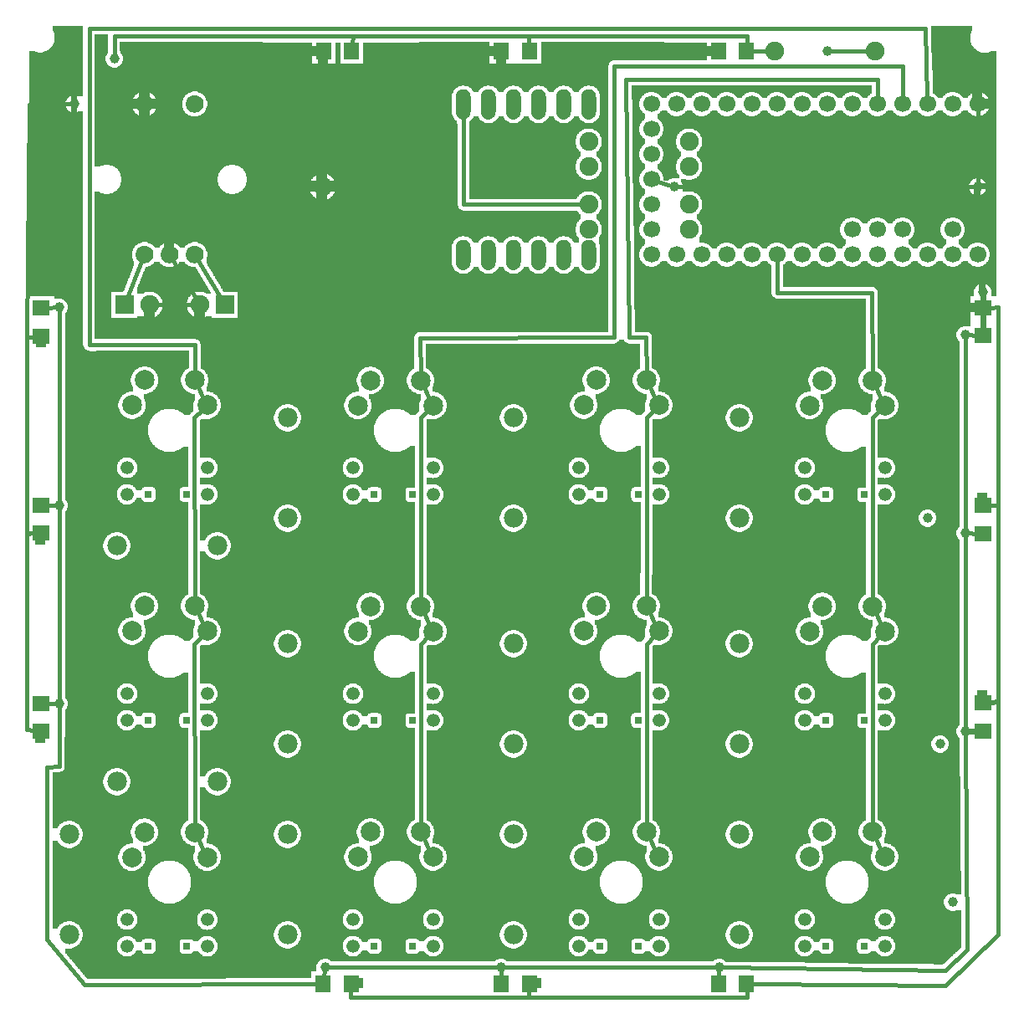
<source format=gtl>
G04 MADE WITH FRITZING*
G04 WWW.FRITZING.ORG*
G04 DOUBLE SIDED*
G04 HOLES PLATED*
G04 CONTOUR ON CENTER OF CONTOUR VECTOR*
%ASAXBY*%
%FSLAX23Y23*%
%MOIN*%
%OFA0B0*%
%SFA1.0B1.0*%
%ADD10C,0.075000*%
%ADD11C,0.039370*%
%ADD12C,0.066889*%
%ADD13C,0.075433*%
%ADD14C,0.078000*%
%ADD15C,0.070000*%
%ADD16C,0.052361*%
%ADD17C,0.078639*%
%ADD18C,0.058759*%
%ADD19R,0.062992X0.070984*%
%ADD20R,0.070984X0.062992*%
%ADD21R,0.075000X0.075000*%
%ADD22C,0.016000*%
%ADD23C,0.024000*%
%ADD24R,0.001000X0.001000*%
%LNCOPPER1*%
G90*
G70*
G54D10*
X193Y3846D03*
G54D11*
X2610Y3257D03*
G54D12*
X2520Y2987D03*
X2620Y2987D03*
X2720Y2987D03*
X2820Y2987D03*
X2920Y2987D03*
X3020Y2987D03*
X3120Y2987D03*
X3220Y2987D03*
X3320Y2987D03*
X3420Y2987D03*
X3520Y2987D03*
X3620Y2987D03*
X3720Y2987D03*
X3820Y2987D03*
X3720Y3087D03*
X3420Y3087D03*
X3520Y3087D03*
X2520Y3587D03*
X2620Y3587D03*
X2720Y3587D03*
X2820Y3587D03*
X2920Y3587D03*
X3020Y3587D03*
X3120Y3587D03*
X3220Y3587D03*
X3320Y3587D03*
X3420Y3587D03*
X3520Y3587D03*
X3620Y3587D03*
X3720Y3587D03*
X3820Y3587D03*
X3320Y3087D03*
X2520Y3387D03*
X2520Y3487D03*
X2520Y3287D03*
X2520Y3087D03*
X2520Y3187D03*
G54D11*
X3220Y3797D03*
X380Y3767D03*
X160Y2777D03*
G54D13*
X1210Y3257D03*
G54D10*
X3010Y3797D03*
X3410Y3797D03*
X2270Y3087D03*
X2670Y3087D03*
X2270Y3437D03*
X2670Y3437D03*
X2270Y3337D03*
X2670Y3337D03*
X2270Y3187D03*
X2670Y3187D03*
G54D14*
X200Y677D03*
X200Y277D03*
X200Y677D03*
X200Y277D03*
X200Y677D03*
X200Y277D03*
X1070Y677D03*
X1070Y277D03*
X1070Y677D03*
X1070Y277D03*
X1070Y677D03*
X1070Y277D03*
X1970Y677D03*
X1970Y277D03*
X1970Y677D03*
X1970Y277D03*
X1970Y677D03*
X1970Y277D03*
X2870Y677D03*
X2870Y277D03*
X2870Y677D03*
X2870Y277D03*
X2870Y677D03*
X2870Y277D03*
X2870Y1437D03*
X2870Y1037D03*
X2870Y1437D03*
X2870Y1037D03*
X2870Y1437D03*
X2870Y1037D03*
X1970Y1437D03*
X1970Y1037D03*
X1970Y1437D03*
X1970Y1037D03*
X1970Y1437D03*
X1970Y1037D03*
X1070Y1437D03*
X1070Y1037D03*
X1070Y1437D03*
X1070Y1037D03*
X1070Y1437D03*
X1070Y1037D03*
X390Y887D03*
X790Y887D03*
X390Y887D03*
X790Y887D03*
X390Y887D03*
X790Y887D03*
X2870Y2337D03*
X2870Y1937D03*
X2870Y2337D03*
X2870Y1937D03*
X2870Y2337D03*
X2870Y1937D03*
X1970Y2337D03*
X1970Y1937D03*
X1970Y2337D03*
X1970Y1937D03*
X1970Y2337D03*
X1970Y1937D03*
X1070Y2337D03*
X1070Y1937D03*
X1070Y2337D03*
X1070Y1937D03*
X1070Y2337D03*
X1070Y1937D03*
X390Y1827D03*
X790Y1827D03*
X390Y1827D03*
X790Y1827D03*
X390Y1827D03*
X790Y1827D03*
G54D10*
X820Y2787D03*
X720Y2787D03*
X820Y2787D03*
X720Y2787D03*
X420Y2787D03*
X520Y2787D03*
X420Y2787D03*
X520Y2787D03*
G54D15*
X500Y2987D03*
X600Y2987D03*
X700Y2987D03*
X500Y3587D03*
X700Y3587D03*
G54D16*
X750Y1238D03*
X431Y1238D03*
X750Y1132D03*
X431Y1132D03*
G54D17*
X450Y1487D03*
X500Y1587D03*
X700Y1587D03*
X750Y1487D03*
G54D16*
X750Y337D03*
X431Y337D03*
X750Y231D03*
X431Y231D03*
G54D17*
X450Y586D03*
X500Y686D03*
X700Y686D03*
X750Y586D03*
G54D16*
X3450Y2137D03*
X3131Y2137D03*
X3450Y2031D03*
X3131Y2031D03*
G54D17*
X3150Y2386D03*
X3200Y2486D03*
X3400Y2486D03*
X3450Y2386D03*
G54D16*
X2550Y2138D03*
X2231Y2138D03*
X2550Y2032D03*
X2231Y2032D03*
G54D17*
X2250Y2387D03*
X2300Y2487D03*
X2500Y2487D03*
X2550Y2387D03*
G54D16*
X1650Y2137D03*
X1331Y2137D03*
X1650Y2031D03*
X1331Y2031D03*
G54D17*
X1350Y2386D03*
X1400Y2486D03*
X1600Y2486D03*
X1650Y2386D03*
G54D16*
X750Y2138D03*
X431Y2138D03*
X750Y2032D03*
X431Y2032D03*
G54D17*
X451Y2387D03*
X500Y2487D03*
X700Y2487D03*
X750Y2387D03*
G54D16*
X3450Y1237D03*
X3131Y1237D03*
X3450Y1131D03*
X3131Y1131D03*
G54D17*
X3150Y1486D03*
X3200Y1586D03*
X3400Y1586D03*
X3450Y1486D03*
G54D16*
X2550Y1238D03*
X2231Y1238D03*
X2550Y1132D03*
X2231Y1132D03*
G54D17*
X2250Y1487D03*
X2300Y1587D03*
X2500Y1587D03*
X2550Y1487D03*
G54D16*
X1650Y1237D03*
X1331Y1237D03*
X1650Y1131D03*
X1331Y1131D03*
G54D17*
X1350Y1486D03*
X1400Y1586D03*
X1600Y1586D03*
X1650Y1486D03*
G54D16*
X1650Y338D03*
X1331Y338D03*
X1650Y232D03*
X1331Y232D03*
G54D17*
X1351Y587D03*
X1401Y687D03*
X1600Y687D03*
X1650Y587D03*
G54D16*
X2550Y338D03*
X2231Y338D03*
X2550Y232D03*
X2231Y232D03*
G54D17*
X2251Y587D03*
X2300Y687D03*
X2500Y687D03*
X2550Y587D03*
G54D16*
X3450Y338D03*
X3131Y338D03*
X3450Y232D03*
X3131Y232D03*
G54D17*
X3150Y587D03*
X3200Y687D03*
X3400Y687D03*
X3450Y587D03*
G54D11*
X3670Y1037D03*
X3720Y407D03*
G54D18*
X1770Y3586D03*
X1870Y3586D03*
X1970Y3586D03*
X2070Y3586D03*
X2170Y3586D03*
X2270Y3587D03*
X1770Y2986D03*
X1870Y2986D03*
X1970Y2986D03*
X2070Y2986D03*
X2170Y2986D03*
X2270Y2987D03*
G54D11*
X3620Y1937D03*
X160Y1987D03*
X160Y1197D03*
X2790Y147D03*
X1920Y147D03*
X1220Y147D03*
X3770Y1087D03*
X3770Y1877D03*
X3770Y2667D03*
X3840Y2837D03*
X3820Y3257D03*
X220Y3587D03*
G54D19*
X1214Y3797D03*
X1326Y3797D03*
G54D20*
X87Y1877D03*
X87Y1989D03*
G54D19*
X2787Y3797D03*
X2899Y3797D03*
G54D20*
X3840Y1201D03*
X3840Y1089D03*
X3840Y1987D03*
X3840Y1875D03*
X89Y2663D03*
X89Y2775D03*
G54D19*
X1324Y83D03*
X1212Y83D03*
X1923Y3797D03*
X2035Y3797D03*
G54D21*
X820Y2787D03*
X820Y2787D03*
X420Y2787D03*
X420Y2787D03*
G54D20*
X3840Y2776D03*
X3840Y2664D03*
X87Y1088D03*
X87Y1200D03*
G54D19*
X2899Y82D03*
X2787Y82D03*
X2034Y82D03*
X1922Y82D03*
G54D22*
X3807Y3257D02*
X2624Y3257D01*
D02*
X3820Y3562D02*
X3820Y3270D01*
D02*
X701Y2628D02*
X700Y2511D01*
D02*
X280Y2627D02*
X701Y2628D01*
D02*
X280Y3887D02*
X280Y2627D01*
D02*
X3611Y3887D02*
X280Y3887D01*
D02*
X3619Y3612D02*
X3611Y3887D01*
D02*
X147Y2777D02*
X118Y2776D01*
D02*
X262Y78D02*
X1186Y83D01*
D02*
X112Y257D02*
X262Y78D01*
D02*
X112Y946D02*
X112Y257D01*
D02*
X160Y948D02*
X112Y946D01*
D02*
X160Y1184D02*
X160Y948D01*
D02*
X3234Y3797D02*
X3387Y3797D01*
D02*
X2987Y3797D02*
X2925Y3797D01*
D02*
X2502Y2337D02*
X2500Y1611D01*
D02*
X2533Y2370D02*
X2502Y2337D01*
D02*
X1633Y2369D02*
X1600Y2337D01*
D02*
X1600Y2337D02*
X1600Y1610D01*
D02*
X697Y2787D02*
X543Y2787D01*
D02*
X429Y2808D02*
X493Y2968D01*
D02*
X708Y2807D02*
X611Y2969D01*
D02*
X808Y2807D02*
X711Y2969D01*
D02*
X1611Y1565D02*
X1639Y1508D01*
D02*
X711Y1566D02*
X739Y1509D01*
D02*
X1611Y665D02*
X1639Y609D01*
D02*
X711Y665D02*
X739Y608D01*
D02*
X2539Y2409D02*
X2511Y2466D01*
D02*
X3439Y2408D02*
X3411Y2465D01*
D02*
X3439Y1508D02*
X3411Y1565D01*
D02*
X3439Y609D02*
X3411Y666D01*
D02*
X2539Y609D02*
X2511Y666D01*
D02*
X2539Y1509D02*
X2510Y1565D01*
D02*
X699Y1436D02*
X700Y710D01*
D02*
X733Y1470D02*
X699Y1436D01*
D02*
X699Y2337D02*
X700Y1611D01*
D02*
X733Y2370D02*
X699Y2337D01*
D02*
X739Y2409D02*
X711Y2466D01*
D02*
X1639Y2408D02*
X1611Y2465D01*
D02*
X1600Y1436D02*
X1600Y711D01*
D02*
X1633Y1469D02*
X1600Y1436D01*
D02*
X3400Y2337D02*
X3400Y1610D01*
D02*
X3433Y2370D02*
X3400Y2337D01*
D02*
X2502Y1436D02*
X2533Y1469D01*
D02*
X2500Y711D02*
X2502Y1436D01*
D02*
X3400Y1436D02*
X3433Y1469D01*
D02*
X3400Y711D02*
X3400Y1436D01*
D02*
X1599Y2656D02*
X2370Y2657D01*
D02*
X2370Y2657D02*
X2371Y3737D01*
D02*
X2371Y3737D02*
X3521Y3737D01*
D02*
X3521Y3737D02*
X3520Y3612D01*
D02*
X1600Y2510D02*
X1599Y2656D01*
D02*
X2499Y2657D02*
X2431Y2657D01*
D02*
X2431Y2657D02*
X2419Y3686D01*
D02*
X2419Y3686D02*
X3421Y3686D01*
D02*
X3421Y3686D02*
X3420Y3612D01*
D02*
X2500Y2511D02*
X2499Y2657D01*
D02*
X3779Y218D02*
X3770Y1074D01*
D02*
X2804Y147D02*
X3691Y136D01*
D02*
X3691Y136D02*
X3779Y218D01*
D02*
X2597Y3261D02*
X2544Y3279D01*
G54D23*
D02*
X3840Y2664D02*
X3840Y2818D01*
G54D22*
D02*
X1771Y3187D02*
X1770Y3565D01*
D02*
X2247Y3187D02*
X1771Y3187D01*
D02*
X117Y1199D02*
X147Y1198D01*
D02*
X117Y1988D02*
X147Y1987D01*
D02*
X1216Y113D02*
X1218Y134D01*
D02*
X3784Y1877D02*
X3810Y1876D01*
D02*
X3770Y1100D02*
X3770Y1864D01*
D02*
X3810Y2666D02*
X3784Y2667D01*
D02*
X2789Y134D02*
X2788Y112D01*
D02*
X1934Y147D02*
X2777Y147D01*
D02*
X1920Y134D02*
X1921Y112D01*
D02*
X1234Y147D02*
X1907Y147D01*
D02*
X2900Y3857D02*
X2030Y3857D01*
D02*
X2900Y3827D02*
X2900Y3857D01*
D02*
X2030Y3857D02*
X2032Y3827D01*
D02*
X2030Y3857D02*
X2032Y3827D01*
D02*
X1330Y3857D02*
X2030Y3857D01*
D02*
X1328Y3827D02*
X1330Y3857D01*
D02*
X1330Y3857D02*
X380Y3857D01*
D02*
X1328Y3827D02*
X1330Y3857D01*
D02*
X380Y3857D02*
X380Y3780D01*
D02*
X3770Y1890D02*
X3770Y2654D01*
D02*
X160Y2764D02*
X160Y2000D01*
D02*
X160Y1974D02*
X160Y1210D01*
G54D23*
D02*
X3789Y1088D02*
X3810Y1088D01*
G54D22*
D02*
X3020Y2956D02*
X3021Y2836D01*
D02*
X3021Y2836D02*
X3398Y2836D01*
D02*
X3398Y2836D02*
X3400Y2516D01*
D02*
X3900Y1987D02*
X3870Y1987D01*
D02*
X3900Y2777D02*
X3900Y1987D01*
D02*
X3870Y2776D02*
X3900Y2777D01*
D02*
X3900Y1988D02*
X3870Y1988D01*
D02*
X3900Y1207D02*
X3900Y1988D01*
D02*
X3870Y1204D02*
X3900Y1207D01*
D02*
X2900Y27D02*
X2900Y52D01*
D02*
X2030Y27D02*
X2900Y27D01*
D02*
X2032Y52D02*
X2030Y27D01*
D02*
X1321Y27D02*
X2030Y27D01*
D02*
X2030Y27D02*
X2032Y52D01*
D02*
X1322Y53D02*
X1321Y27D01*
D02*
X30Y2657D02*
X59Y2660D01*
D02*
X57Y1877D02*
X30Y1877D01*
D02*
X30Y1877D02*
X30Y2657D01*
D02*
X31Y1876D02*
X57Y1877D01*
D02*
X57Y1093D02*
X31Y1096D01*
D02*
X31Y1096D02*
X31Y1876D01*
D02*
X30Y2657D02*
X59Y2660D01*
D02*
X207Y3587D02*
X40Y3586D01*
D02*
X40Y3586D02*
X30Y2657D01*
D02*
X3900Y1206D02*
X3870Y1203D01*
D02*
X3900Y277D02*
X3900Y1206D01*
D02*
X2925Y82D02*
X3690Y76D01*
D02*
X3690Y76D02*
X3900Y277D01*
G36*
X136Y3897D02*
X136Y3877D01*
X138Y3877D01*
X138Y3871D01*
X140Y3871D01*
X140Y3865D01*
X142Y3865D01*
X142Y3837D01*
X140Y3837D01*
X140Y3831D01*
X138Y3831D01*
X138Y3825D01*
X136Y3825D01*
X136Y3823D01*
X134Y3823D01*
X134Y3819D01*
X132Y3819D01*
X132Y3817D01*
X130Y3817D01*
X130Y3815D01*
X128Y3815D01*
X128Y3811D01*
X126Y3811D01*
X126Y3809D01*
X124Y3809D01*
X124Y3807D01*
X120Y3807D01*
X120Y3805D01*
X118Y3805D01*
X118Y3803D01*
X116Y3803D01*
X116Y3801D01*
X112Y3801D01*
X112Y3799D01*
X108Y3799D01*
X108Y3797D01*
X102Y3797D01*
X102Y3795D01*
X94Y3795D01*
X94Y3793D01*
X256Y3793D01*
X256Y3897D01*
X136Y3897D01*
G37*
D02*
G36*
X3634Y3897D02*
X3634Y3861D01*
X3636Y3861D01*
X3636Y3791D01*
X3842Y3791D01*
X3842Y3793D01*
X3832Y3793D01*
X3832Y3795D01*
X3826Y3795D01*
X3826Y3797D01*
X3822Y3797D01*
X3822Y3799D01*
X3818Y3799D01*
X3818Y3801D01*
X3816Y3801D01*
X3816Y3803D01*
X3814Y3803D01*
X3814Y3805D01*
X3810Y3805D01*
X3810Y3807D01*
X3808Y3807D01*
X3808Y3809D01*
X3806Y3809D01*
X3806Y3811D01*
X3804Y3811D01*
X3804Y3815D01*
X3802Y3815D01*
X3802Y3817D01*
X3800Y3817D01*
X3800Y3819D01*
X3798Y3819D01*
X3798Y3823D01*
X3796Y3823D01*
X3796Y3827D01*
X3794Y3827D01*
X3794Y3833D01*
X3792Y3833D01*
X3792Y3843D01*
X3790Y3843D01*
X3790Y3857D01*
X3792Y3857D01*
X3792Y3867D01*
X3794Y3867D01*
X3794Y3873D01*
X3796Y3873D01*
X3796Y3877D01*
X3798Y3877D01*
X3798Y3897D01*
X3634Y3897D01*
G37*
D02*
G36*
X302Y3865D02*
X302Y3733D01*
X370Y3733D01*
X370Y3735D01*
X364Y3735D01*
X364Y3737D01*
X362Y3737D01*
X362Y3739D01*
X358Y3739D01*
X358Y3741D01*
X356Y3741D01*
X356Y3743D01*
X354Y3743D01*
X354Y3745D01*
X352Y3745D01*
X352Y3749D01*
X350Y3749D01*
X350Y3753D01*
X348Y3753D01*
X348Y3757D01*
X346Y3757D01*
X346Y3777D01*
X348Y3777D01*
X348Y3781D01*
X350Y3781D01*
X350Y3785D01*
X352Y3785D01*
X352Y3789D01*
X354Y3789D01*
X354Y3791D01*
X356Y3791D01*
X356Y3865D01*
X302Y3865D01*
G37*
D02*
G36*
X402Y3835D02*
X402Y3799D01*
X404Y3799D01*
X404Y3791D01*
X406Y3791D01*
X406Y3789D01*
X408Y3789D01*
X408Y3785D01*
X410Y3785D01*
X410Y3783D01*
X412Y3783D01*
X412Y3777D01*
X414Y3777D01*
X414Y3757D01*
X412Y3757D01*
X412Y3751D01*
X410Y3751D01*
X410Y3749D01*
X408Y3749D01*
X408Y3747D01*
X1168Y3747D01*
X1168Y3833D01*
X972Y3833D01*
X972Y3835D01*
X402Y3835D01*
G37*
D02*
G36*
X1594Y3835D02*
X1594Y3833D01*
X1372Y3833D01*
X1372Y3747D01*
X1876Y3747D01*
X1876Y3835D01*
X1594Y3835D01*
G37*
D02*
G36*
X2082Y3835D02*
X2082Y3747D01*
X2350Y3747D01*
X2350Y3749D01*
X2352Y3749D01*
X2352Y3751D01*
X2354Y3751D01*
X2354Y3753D01*
X2356Y3753D01*
X2356Y3755D01*
X2358Y3755D01*
X2358Y3757D01*
X2360Y3757D01*
X2360Y3759D01*
X2366Y3759D01*
X2366Y3761D01*
X2740Y3761D01*
X2740Y3833D01*
X2572Y3833D01*
X2572Y3835D01*
X2082Y3835D01*
G37*
D02*
G36*
X1260Y3833D02*
X1260Y3747D01*
X1280Y3747D01*
X1280Y3833D01*
X1260Y3833D01*
G37*
D02*
G36*
X40Y3799D02*
X40Y3793D01*
X74Y3793D01*
X74Y3795D01*
X66Y3795D01*
X66Y3797D01*
X62Y3797D01*
X62Y3799D01*
X40Y3799D01*
G37*
D02*
G36*
X3876Y3799D02*
X3876Y3797D01*
X3872Y3797D01*
X3872Y3795D01*
X3866Y3795D01*
X3866Y3793D01*
X3856Y3793D01*
X3856Y3791D01*
X3896Y3791D01*
X3896Y3799D01*
X3876Y3799D01*
G37*
D02*
G36*
X40Y3793D02*
X40Y3791D01*
X256Y3791D01*
X256Y3793D01*
X40Y3793D01*
G37*
D02*
G36*
X40Y3793D02*
X40Y3791D01*
X256Y3791D01*
X256Y3793D01*
X40Y3793D01*
G37*
D02*
G36*
X40Y3791D02*
X40Y3621D01*
X230Y3621D01*
X230Y3619D01*
X236Y3619D01*
X236Y3617D01*
X256Y3617D01*
X256Y3791D01*
X40Y3791D01*
G37*
D02*
G36*
X3638Y3791D02*
X3638Y3789D01*
X3896Y3789D01*
X3896Y3791D01*
X3638Y3791D01*
G37*
D02*
G36*
X3638Y3791D02*
X3638Y3789D01*
X3896Y3789D01*
X3896Y3791D01*
X3638Y3791D01*
G37*
D02*
G36*
X3638Y3789D02*
X3638Y3723D01*
X3640Y3723D01*
X3640Y3653D01*
X3642Y3653D01*
X3642Y3635D01*
X3830Y3635D01*
X3830Y3633D01*
X3838Y3633D01*
X3838Y3631D01*
X3842Y3631D01*
X3842Y3629D01*
X3846Y3629D01*
X3846Y3627D01*
X3848Y3627D01*
X3848Y3625D01*
X3850Y3625D01*
X3850Y3623D01*
X3854Y3623D01*
X3854Y3621D01*
X3856Y3621D01*
X3856Y3617D01*
X3858Y3617D01*
X3858Y3615D01*
X3860Y3615D01*
X3860Y3613D01*
X3862Y3613D01*
X3862Y3609D01*
X3864Y3609D01*
X3864Y3605D01*
X3866Y3605D01*
X3866Y3597D01*
X3868Y3597D01*
X3868Y3577D01*
X3866Y3577D01*
X3866Y3569D01*
X3864Y3569D01*
X3864Y3565D01*
X3862Y3565D01*
X3862Y3561D01*
X3860Y3561D01*
X3860Y3559D01*
X3858Y3559D01*
X3858Y3557D01*
X3856Y3557D01*
X3856Y3553D01*
X3854Y3553D01*
X3854Y3551D01*
X3850Y3551D01*
X3850Y3549D01*
X3848Y3549D01*
X3848Y3547D01*
X3846Y3547D01*
X3846Y3545D01*
X3842Y3545D01*
X3842Y3543D01*
X3838Y3543D01*
X3838Y3541D01*
X3830Y3541D01*
X3830Y3539D01*
X3896Y3539D01*
X3896Y3789D01*
X3638Y3789D01*
G37*
D02*
G36*
X408Y3747D02*
X408Y3745D01*
X2350Y3745D01*
X2350Y3747D01*
X408Y3747D01*
G37*
D02*
G36*
X408Y3747D02*
X408Y3745D01*
X2350Y3745D01*
X2350Y3747D01*
X408Y3747D01*
G37*
D02*
G36*
X408Y3747D02*
X408Y3745D01*
X2350Y3745D01*
X2350Y3747D01*
X408Y3747D01*
G37*
D02*
G36*
X408Y3747D02*
X408Y3745D01*
X2350Y3745D01*
X2350Y3747D01*
X408Y3747D01*
G37*
D02*
G36*
X406Y3745D02*
X406Y3743D01*
X404Y3743D01*
X404Y3741D01*
X402Y3741D01*
X402Y3739D01*
X398Y3739D01*
X398Y3737D01*
X396Y3737D01*
X396Y3735D01*
X390Y3735D01*
X390Y3733D01*
X2348Y3733D01*
X2348Y3743D01*
X2350Y3743D01*
X2350Y3745D01*
X406Y3745D01*
G37*
D02*
G36*
X302Y3733D02*
X302Y3731D01*
X2348Y3731D01*
X2348Y3733D01*
X302Y3733D01*
G37*
D02*
G36*
X302Y3733D02*
X302Y3731D01*
X2348Y3731D01*
X2348Y3733D01*
X302Y3733D01*
G37*
D02*
G36*
X302Y3731D02*
X302Y3661D01*
X2276Y3661D01*
X2276Y3659D01*
X2284Y3659D01*
X2284Y3657D01*
X2290Y3657D01*
X2290Y3655D01*
X2294Y3655D01*
X2294Y3653D01*
X2296Y3653D01*
X2296Y3651D01*
X2300Y3651D01*
X2300Y3649D01*
X2302Y3649D01*
X2302Y3647D01*
X2304Y3647D01*
X2304Y3645D01*
X2306Y3645D01*
X2306Y3641D01*
X2308Y3641D01*
X2308Y3639D01*
X2310Y3639D01*
X2310Y3635D01*
X2312Y3635D01*
X2312Y3629D01*
X2314Y3629D01*
X2314Y3621D01*
X2316Y3621D01*
X2316Y3549D01*
X2314Y3549D01*
X2314Y3541D01*
X2312Y3541D01*
X2312Y3537D01*
X2310Y3537D01*
X2310Y3533D01*
X2308Y3533D01*
X2308Y3529D01*
X2306Y3529D01*
X2306Y3527D01*
X2304Y3527D01*
X2304Y3525D01*
X2302Y3525D01*
X2302Y3523D01*
X2300Y3523D01*
X2300Y3521D01*
X2298Y3521D01*
X2298Y3519D01*
X2296Y3519D01*
X2296Y3517D01*
X2292Y3517D01*
X2292Y3515D01*
X2288Y3515D01*
X2288Y3513D01*
X2282Y3513D01*
X2282Y3511D01*
X2348Y3511D01*
X2348Y3731D01*
X302Y3731D01*
G37*
D02*
G36*
X2442Y3663D02*
X2442Y3635D01*
X3330Y3635D01*
X3330Y3633D01*
X3338Y3633D01*
X3338Y3631D01*
X3342Y3631D01*
X3342Y3629D01*
X3346Y3629D01*
X3346Y3627D01*
X3348Y3627D01*
X3348Y3625D01*
X3350Y3625D01*
X3350Y3623D01*
X3354Y3623D01*
X3354Y3621D01*
X3356Y3621D01*
X3356Y3617D01*
X3358Y3617D01*
X3358Y3615D01*
X3360Y3615D01*
X3360Y3613D01*
X3380Y3613D01*
X3380Y3615D01*
X3382Y3615D01*
X3382Y3619D01*
X3384Y3619D01*
X3384Y3621D01*
X3386Y3621D01*
X3386Y3623D01*
X3390Y3623D01*
X3390Y3625D01*
X3392Y3625D01*
X3392Y3627D01*
X3394Y3627D01*
X3394Y3629D01*
X3398Y3629D01*
X3398Y3663D01*
X2442Y3663D01*
G37*
D02*
G36*
X302Y3661D02*
X302Y3637D01*
X710Y3637D01*
X710Y3635D01*
X716Y3635D01*
X716Y3633D01*
X722Y3633D01*
X722Y3631D01*
X726Y3631D01*
X726Y3629D01*
X728Y3629D01*
X728Y3627D01*
X730Y3627D01*
X730Y3625D01*
X734Y3625D01*
X734Y3623D01*
X736Y3623D01*
X736Y3621D01*
X738Y3621D01*
X738Y3617D01*
X740Y3617D01*
X740Y3615D01*
X742Y3615D01*
X742Y3613D01*
X744Y3613D01*
X744Y3609D01*
X746Y3609D01*
X746Y3603D01*
X748Y3603D01*
X748Y3597D01*
X750Y3597D01*
X750Y3577D01*
X748Y3577D01*
X748Y3571D01*
X746Y3571D01*
X746Y3565D01*
X744Y3565D01*
X744Y3561D01*
X742Y3561D01*
X742Y3559D01*
X740Y3559D01*
X740Y3555D01*
X738Y3555D01*
X738Y3553D01*
X736Y3553D01*
X736Y3551D01*
X734Y3551D01*
X734Y3549D01*
X730Y3549D01*
X730Y3547D01*
X728Y3547D01*
X728Y3545D01*
X726Y3545D01*
X726Y3543D01*
X722Y3543D01*
X722Y3541D01*
X716Y3541D01*
X716Y3539D01*
X710Y3539D01*
X710Y3537D01*
X1730Y3537D01*
X1730Y3539D01*
X1728Y3539D01*
X1728Y3545D01*
X1726Y3545D01*
X1726Y3627D01*
X1728Y3627D01*
X1728Y3633D01*
X1730Y3633D01*
X1730Y3637D01*
X1732Y3637D01*
X1732Y3641D01*
X1734Y3641D01*
X1734Y3643D01*
X1736Y3643D01*
X1736Y3645D01*
X1738Y3645D01*
X1738Y3647D01*
X1740Y3647D01*
X1740Y3649D01*
X1742Y3649D01*
X1742Y3651D01*
X1744Y3651D01*
X1744Y3653D01*
X1748Y3653D01*
X1748Y3655D01*
X1752Y3655D01*
X1752Y3657D01*
X1756Y3657D01*
X1756Y3659D01*
X1764Y3659D01*
X1764Y3661D01*
X302Y3661D01*
G37*
D02*
G36*
X1776Y3661D02*
X1776Y3659D01*
X1784Y3659D01*
X1784Y3657D01*
X1790Y3657D01*
X1790Y3655D01*
X1794Y3655D01*
X1794Y3653D01*
X1796Y3653D01*
X1796Y3651D01*
X1800Y3651D01*
X1800Y3649D01*
X1802Y3649D01*
X1802Y3647D01*
X1804Y3647D01*
X1804Y3645D01*
X1806Y3645D01*
X1806Y3641D01*
X1808Y3641D01*
X1808Y3639D01*
X1810Y3639D01*
X1810Y3635D01*
X1830Y3635D01*
X1830Y3637D01*
X1832Y3637D01*
X1832Y3641D01*
X1834Y3641D01*
X1834Y3643D01*
X1836Y3643D01*
X1836Y3645D01*
X1838Y3645D01*
X1838Y3647D01*
X1840Y3647D01*
X1840Y3649D01*
X1842Y3649D01*
X1842Y3651D01*
X1844Y3651D01*
X1844Y3653D01*
X1848Y3653D01*
X1848Y3655D01*
X1852Y3655D01*
X1852Y3657D01*
X1856Y3657D01*
X1856Y3659D01*
X1864Y3659D01*
X1864Y3661D01*
X1776Y3661D01*
G37*
D02*
G36*
X1876Y3661D02*
X1876Y3659D01*
X1884Y3659D01*
X1884Y3657D01*
X1890Y3657D01*
X1890Y3655D01*
X1894Y3655D01*
X1894Y3653D01*
X1896Y3653D01*
X1896Y3651D01*
X1900Y3651D01*
X1900Y3649D01*
X1902Y3649D01*
X1902Y3647D01*
X1904Y3647D01*
X1904Y3645D01*
X1906Y3645D01*
X1906Y3641D01*
X1908Y3641D01*
X1908Y3639D01*
X1910Y3639D01*
X1910Y3635D01*
X1930Y3635D01*
X1930Y3637D01*
X1932Y3637D01*
X1932Y3641D01*
X1934Y3641D01*
X1934Y3643D01*
X1936Y3643D01*
X1936Y3645D01*
X1938Y3645D01*
X1938Y3647D01*
X1940Y3647D01*
X1940Y3649D01*
X1942Y3649D01*
X1942Y3651D01*
X1944Y3651D01*
X1944Y3653D01*
X1948Y3653D01*
X1948Y3655D01*
X1952Y3655D01*
X1952Y3657D01*
X1956Y3657D01*
X1956Y3659D01*
X1964Y3659D01*
X1964Y3661D01*
X1876Y3661D01*
G37*
D02*
G36*
X1976Y3661D02*
X1976Y3659D01*
X1984Y3659D01*
X1984Y3657D01*
X1990Y3657D01*
X1990Y3655D01*
X1994Y3655D01*
X1994Y3653D01*
X1996Y3653D01*
X1996Y3651D01*
X2000Y3651D01*
X2000Y3649D01*
X2002Y3649D01*
X2002Y3647D01*
X2004Y3647D01*
X2004Y3645D01*
X2006Y3645D01*
X2006Y3641D01*
X2008Y3641D01*
X2008Y3639D01*
X2010Y3639D01*
X2010Y3635D01*
X2030Y3635D01*
X2030Y3637D01*
X2032Y3637D01*
X2032Y3641D01*
X2034Y3641D01*
X2034Y3643D01*
X2036Y3643D01*
X2036Y3645D01*
X2038Y3645D01*
X2038Y3647D01*
X2040Y3647D01*
X2040Y3649D01*
X2042Y3649D01*
X2042Y3651D01*
X2044Y3651D01*
X2044Y3653D01*
X2048Y3653D01*
X2048Y3655D01*
X2052Y3655D01*
X2052Y3657D01*
X2056Y3657D01*
X2056Y3659D01*
X2064Y3659D01*
X2064Y3661D01*
X1976Y3661D01*
G37*
D02*
G36*
X2076Y3661D02*
X2076Y3659D01*
X2084Y3659D01*
X2084Y3657D01*
X2090Y3657D01*
X2090Y3655D01*
X2094Y3655D01*
X2094Y3653D01*
X2096Y3653D01*
X2096Y3651D01*
X2100Y3651D01*
X2100Y3649D01*
X2102Y3649D01*
X2102Y3647D01*
X2104Y3647D01*
X2104Y3645D01*
X2106Y3645D01*
X2106Y3641D01*
X2108Y3641D01*
X2108Y3639D01*
X2110Y3639D01*
X2110Y3635D01*
X2130Y3635D01*
X2130Y3637D01*
X2132Y3637D01*
X2132Y3641D01*
X2134Y3641D01*
X2134Y3643D01*
X2136Y3643D01*
X2136Y3645D01*
X2138Y3645D01*
X2138Y3647D01*
X2140Y3647D01*
X2140Y3649D01*
X2142Y3649D01*
X2142Y3651D01*
X2144Y3651D01*
X2144Y3653D01*
X2148Y3653D01*
X2148Y3655D01*
X2152Y3655D01*
X2152Y3657D01*
X2156Y3657D01*
X2156Y3659D01*
X2164Y3659D01*
X2164Y3661D01*
X2076Y3661D01*
G37*
D02*
G36*
X2176Y3661D02*
X2176Y3659D01*
X2184Y3659D01*
X2184Y3657D01*
X2190Y3657D01*
X2190Y3655D01*
X2194Y3655D01*
X2194Y3653D01*
X2196Y3653D01*
X2196Y3651D01*
X2200Y3651D01*
X2200Y3649D01*
X2202Y3649D01*
X2202Y3647D01*
X2204Y3647D01*
X2204Y3645D01*
X2206Y3645D01*
X2206Y3641D01*
X2208Y3641D01*
X2208Y3639D01*
X2210Y3639D01*
X2210Y3635D01*
X2230Y3635D01*
X2230Y3637D01*
X2232Y3637D01*
X2232Y3641D01*
X2234Y3641D01*
X2234Y3643D01*
X2236Y3643D01*
X2236Y3645D01*
X2238Y3645D01*
X2238Y3647D01*
X2240Y3647D01*
X2240Y3649D01*
X2242Y3649D01*
X2242Y3651D01*
X2244Y3651D01*
X2244Y3653D01*
X2248Y3653D01*
X2248Y3655D01*
X2252Y3655D01*
X2252Y3657D01*
X2256Y3657D01*
X2256Y3659D01*
X2264Y3659D01*
X2264Y3661D01*
X2176Y3661D01*
G37*
D02*
G36*
X302Y3637D02*
X302Y3537D01*
X490Y3537D01*
X490Y3539D01*
X484Y3539D01*
X484Y3541D01*
X478Y3541D01*
X478Y3543D01*
X476Y3543D01*
X476Y3545D01*
X472Y3545D01*
X472Y3547D01*
X470Y3547D01*
X470Y3549D01*
X466Y3549D01*
X466Y3551D01*
X464Y3551D01*
X464Y3553D01*
X462Y3553D01*
X462Y3557D01*
X460Y3557D01*
X460Y3559D01*
X458Y3559D01*
X458Y3563D01*
X456Y3563D01*
X456Y3565D01*
X454Y3565D01*
X454Y3571D01*
X452Y3571D01*
X452Y3579D01*
X450Y3579D01*
X450Y3595D01*
X452Y3595D01*
X452Y3603D01*
X454Y3603D01*
X454Y3609D01*
X456Y3609D01*
X456Y3611D01*
X458Y3611D01*
X458Y3615D01*
X460Y3615D01*
X460Y3617D01*
X462Y3617D01*
X462Y3621D01*
X464Y3621D01*
X464Y3623D01*
X466Y3623D01*
X466Y3625D01*
X470Y3625D01*
X470Y3627D01*
X472Y3627D01*
X472Y3629D01*
X476Y3629D01*
X476Y3631D01*
X478Y3631D01*
X478Y3633D01*
X484Y3633D01*
X484Y3635D01*
X492Y3635D01*
X492Y3637D01*
X302Y3637D01*
G37*
D02*
G36*
X510Y3637D02*
X510Y3635D01*
X516Y3635D01*
X516Y3633D01*
X522Y3633D01*
X522Y3631D01*
X526Y3631D01*
X526Y3629D01*
X528Y3629D01*
X528Y3627D01*
X530Y3627D01*
X530Y3625D01*
X534Y3625D01*
X534Y3623D01*
X536Y3623D01*
X536Y3621D01*
X538Y3621D01*
X538Y3617D01*
X540Y3617D01*
X540Y3615D01*
X542Y3615D01*
X542Y3613D01*
X544Y3613D01*
X544Y3609D01*
X546Y3609D01*
X546Y3603D01*
X548Y3603D01*
X548Y3597D01*
X550Y3597D01*
X550Y3577D01*
X548Y3577D01*
X548Y3571D01*
X546Y3571D01*
X546Y3565D01*
X544Y3565D01*
X544Y3561D01*
X542Y3561D01*
X542Y3559D01*
X540Y3559D01*
X540Y3555D01*
X538Y3555D01*
X538Y3553D01*
X536Y3553D01*
X536Y3551D01*
X534Y3551D01*
X534Y3549D01*
X530Y3549D01*
X530Y3547D01*
X528Y3547D01*
X528Y3545D01*
X526Y3545D01*
X526Y3543D01*
X522Y3543D01*
X522Y3541D01*
X516Y3541D01*
X516Y3539D01*
X510Y3539D01*
X510Y3537D01*
X690Y3537D01*
X690Y3539D01*
X684Y3539D01*
X684Y3541D01*
X678Y3541D01*
X678Y3543D01*
X676Y3543D01*
X676Y3545D01*
X672Y3545D01*
X672Y3547D01*
X670Y3547D01*
X670Y3549D01*
X666Y3549D01*
X666Y3551D01*
X664Y3551D01*
X664Y3553D01*
X662Y3553D01*
X662Y3557D01*
X660Y3557D01*
X660Y3559D01*
X658Y3559D01*
X658Y3563D01*
X656Y3563D01*
X656Y3565D01*
X654Y3565D01*
X654Y3571D01*
X652Y3571D01*
X652Y3579D01*
X650Y3579D01*
X650Y3595D01*
X652Y3595D01*
X652Y3603D01*
X654Y3603D01*
X654Y3609D01*
X656Y3609D01*
X656Y3611D01*
X658Y3611D01*
X658Y3615D01*
X660Y3615D01*
X660Y3617D01*
X662Y3617D01*
X662Y3621D01*
X664Y3621D01*
X664Y3623D01*
X666Y3623D01*
X666Y3625D01*
X670Y3625D01*
X670Y3627D01*
X672Y3627D01*
X672Y3629D01*
X676Y3629D01*
X676Y3631D01*
X678Y3631D01*
X678Y3633D01*
X684Y3633D01*
X684Y3635D01*
X692Y3635D01*
X692Y3637D01*
X510Y3637D01*
G37*
D02*
G36*
X2442Y3635D02*
X2442Y3605D01*
X2444Y3605D01*
X2444Y3439D01*
X2446Y3439D01*
X2446Y3271D01*
X2448Y3271D01*
X2448Y3103D01*
X2450Y3103D01*
X2450Y2939D01*
X2510Y2939D01*
X2510Y2941D01*
X2502Y2941D01*
X2502Y2943D01*
X2498Y2943D01*
X2498Y2945D01*
X2494Y2945D01*
X2494Y2947D01*
X2492Y2947D01*
X2492Y2949D01*
X2490Y2949D01*
X2490Y2951D01*
X2486Y2951D01*
X2486Y2953D01*
X2484Y2953D01*
X2484Y2957D01*
X2482Y2957D01*
X2482Y2959D01*
X2480Y2959D01*
X2480Y2961D01*
X2478Y2961D01*
X2478Y2965D01*
X2476Y2965D01*
X2476Y2969D01*
X2474Y2969D01*
X2474Y2975D01*
X2472Y2975D01*
X2472Y2999D01*
X2474Y2999D01*
X2474Y3005D01*
X2476Y3005D01*
X2476Y3009D01*
X2478Y3009D01*
X2478Y3013D01*
X2480Y3013D01*
X2480Y3015D01*
X2482Y3015D01*
X2482Y3017D01*
X2484Y3017D01*
X2484Y3021D01*
X2486Y3021D01*
X2486Y3023D01*
X2490Y3023D01*
X2490Y3025D01*
X2492Y3025D01*
X2492Y3027D01*
X2494Y3027D01*
X2494Y3047D01*
X2492Y3047D01*
X2492Y3049D01*
X2490Y3049D01*
X2490Y3051D01*
X2486Y3051D01*
X2486Y3053D01*
X2484Y3053D01*
X2484Y3057D01*
X2482Y3057D01*
X2482Y3059D01*
X2480Y3059D01*
X2480Y3061D01*
X2478Y3061D01*
X2478Y3065D01*
X2476Y3065D01*
X2476Y3069D01*
X2474Y3069D01*
X2474Y3075D01*
X2472Y3075D01*
X2472Y3099D01*
X2474Y3099D01*
X2474Y3105D01*
X2476Y3105D01*
X2476Y3109D01*
X2478Y3109D01*
X2478Y3113D01*
X2480Y3113D01*
X2480Y3115D01*
X2482Y3115D01*
X2482Y3117D01*
X2484Y3117D01*
X2484Y3121D01*
X2486Y3121D01*
X2486Y3123D01*
X2490Y3123D01*
X2490Y3125D01*
X2492Y3125D01*
X2492Y3127D01*
X2494Y3127D01*
X2494Y3147D01*
X2492Y3147D01*
X2492Y3149D01*
X2490Y3149D01*
X2490Y3151D01*
X2486Y3151D01*
X2486Y3153D01*
X2484Y3153D01*
X2484Y3155D01*
X2482Y3155D01*
X2482Y3159D01*
X2480Y3159D01*
X2480Y3161D01*
X2478Y3161D01*
X2478Y3165D01*
X2476Y3165D01*
X2476Y3169D01*
X2474Y3169D01*
X2474Y3175D01*
X2472Y3175D01*
X2472Y3199D01*
X2474Y3199D01*
X2474Y3205D01*
X2476Y3205D01*
X2476Y3209D01*
X2478Y3209D01*
X2478Y3213D01*
X2480Y3213D01*
X2480Y3215D01*
X2482Y3215D01*
X2482Y3219D01*
X2484Y3219D01*
X2484Y3221D01*
X2486Y3221D01*
X2486Y3223D01*
X2490Y3223D01*
X2490Y3225D01*
X2492Y3225D01*
X2492Y3227D01*
X2494Y3227D01*
X2494Y3247D01*
X2492Y3247D01*
X2492Y3249D01*
X2490Y3249D01*
X2490Y3251D01*
X2486Y3251D01*
X2486Y3253D01*
X2484Y3253D01*
X2484Y3255D01*
X2482Y3255D01*
X2482Y3259D01*
X2480Y3259D01*
X2480Y3261D01*
X2478Y3261D01*
X2478Y3265D01*
X2476Y3265D01*
X2476Y3269D01*
X2474Y3269D01*
X2474Y3275D01*
X2472Y3275D01*
X2472Y3299D01*
X2474Y3299D01*
X2474Y3305D01*
X2476Y3305D01*
X2476Y3309D01*
X2478Y3309D01*
X2478Y3313D01*
X2480Y3313D01*
X2480Y3315D01*
X2482Y3315D01*
X2482Y3319D01*
X2484Y3319D01*
X2484Y3321D01*
X2486Y3321D01*
X2486Y3323D01*
X2488Y3323D01*
X2488Y3325D01*
X2492Y3325D01*
X2492Y3327D01*
X2494Y3327D01*
X2494Y3347D01*
X2492Y3347D01*
X2492Y3349D01*
X2490Y3349D01*
X2490Y3351D01*
X2486Y3351D01*
X2486Y3353D01*
X2484Y3353D01*
X2484Y3355D01*
X2482Y3355D01*
X2482Y3359D01*
X2480Y3359D01*
X2480Y3361D01*
X2478Y3361D01*
X2478Y3365D01*
X2476Y3365D01*
X2476Y3369D01*
X2474Y3369D01*
X2474Y3375D01*
X2472Y3375D01*
X2472Y3399D01*
X2474Y3399D01*
X2474Y3405D01*
X2476Y3405D01*
X2476Y3409D01*
X2478Y3409D01*
X2478Y3413D01*
X2480Y3413D01*
X2480Y3415D01*
X2482Y3415D01*
X2482Y3419D01*
X2484Y3419D01*
X2484Y3421D01*
X2486Y3421D01*
X2486Y3423D01*
X2488Y3423D01*
X2488Y3425D01*
X2492Y3425D01*
X2492Y3427D01*
X2494Y3427D01*
X2494Y3447D01*
X2492Y3447D01*
X2492Y3449D01*
X2490Y3449D01*
X2490Y3451D01*
X2486Y3451D01*
X2486Y3453D01*
X2484Y3453D01*
X2484Y3457D01*
X2482Y3457D01*
X2482Y3459D01*
X2480Y3459D01*
X2480Y3461D01*
X2478Y3461D01*
X2478Y3465D01*
X2476Y3465D01*
X2476Y3469D01*
X2474Y3469D01*
X2474Y3475D01*
X2472Y3475D01*
X2472Y3499D01*
X2474Y3499D01*
X2474Y3505D01*
X2476Y3505D01*
X2476Y3509D01*
X2478Y3509D01*
X2478Y3513D01*
X2480Y3513D01*
X2480Y3515D01*
X2482Y3515D01*
X2482Y3517D01*
X2484Y3517D01*
X2484Y3521D01*
X2486Y3521D01*
X2486Y3523D01*
X2490Y3523D01*
X2490Y3525D01*
X2492Y3525D01*
X2492Y3527D01*
X2494Y3527D01*
X2494Y3547D01*
X2492Y3547D01*
X2492Y3549D01*
X2490Y3549D01*
X2490Y3551D01*
X2486Y3551D01*
X2486Y3553D01*
X2484Y3553D01*
X2484Y3557D01*
X2482Y3557D01*
X2482Y3559D01*
X2480Y3559D01*
X2480Y3561D01*
X2478Y3561D01*
X2478Y3565D01*
X2476Y3565D01*
X2476Y3569D01*
X2474Y3569D01*
X2474Y3575D01*
X2472Y3575D01*
X2472Y3599D01*
X2474Y3599D01*
X2474Y3605D01*
X2476Y3605D01*
X2476Y3609D01*
X2478Y3609D01*
X2478Y3613D01*
X2480Y3613D01*
X2480Y3615D01*
X2482Y3615D01*
X2482Y3617D01*
X2484Y3617D01*
X2484Y3621D01*
X2486Y3621D01*
X2486Y3623D01*
X2490Y3623D01*
X2490Y3625D01*
X2492Y3625D01*
X2492Y3627D01*
X2494Y3627D01*
X2494Y3629D01*
X2498Y3629D01*
X2498Y3631D01*
X2502Y3631D01*
X2502Y3633D01*
X2508Y3633D01*
X2508Y3635D01*
X2442Y3635D01*
G37*
D02*
G36*
X2530Y3635D02*
X2530Y3633D01*
X2538Y3633D01*
X2538Y3631D01*
X2542Y3631D01*
X2542Y3629D01*
X2546Y3629D01*
X2546Y3627D01*
X2548Y3627D01*
X2548Y3625D01*
X2550Y3625D01*
X2550Y3623D01*
X2554Y3623D01*
X2554Y3621D01*
X2556Y3621D01*
X2556Y3617D01*
X2558Y3617D01*
X2558Y3615D01*
X2560Y3615D01*
X2560Y3613D01*
X2580Y3613D01*
X2580Y3615D01*
X2582Y3615D01*
X2582Y3617D01*
X2584Y3617D01*
X2584Y3621D01*
X2586Y3621D01*
X2586Y3623D01*
X2590Y3623D01*
X2590Y3625D01*
X2592Y3625D01*
X2592Y3627D01*
X2594Y3627D01*
X2594Y3629D01*
X2598Y3629D01*
X2598Y3631D01*
X2602Y3631D01*
X2602Y3633D01*
X2608Y3633D01*
X2608Y3635D01*
X2530Y3635D01*
G37*
D02*
G36*
X2630Y3635D02*
X2630Y3633D01*
X2638Y3633D01*
X2638Y3631D01*
X2642Y3631D01*
X2642Y3629D01*
X2646Y3629D01*
X2646Y3627D01*
X2648Y3627D01*
X2648Y3625D01*
X2650Y3625D01*
X2650Y3623D01*
X2654Y3623D01*
X2654Y3621D01*
X2656Y3621D01*
X2656Y3617D01*
X2658Y3617D01*
X2658Y3615D01*
X2660Y3615D01*
X2660Y3613D01*
X2680Y3613D01*
X2680Y3615D01*
X2682Y3615D01*
X2682Y3617D01*
X2684Y3617D01*
X2684Y3621D01*
X2686Y3621D01*
X2686Y3623D01*
X2690Y3623D01*
X2690Y3625D01*
X2692Y3625D01*
X2692Y3627D01*
X2694Y3627D01*
X2694Y3629D01*
X2698Y3629D01*
X2698Y3631D01*
X2702Y3631D01*
X2702Y3633D01*
X2708Y3633D01*
X2708Y3635D01*
X2630Y3635D01*
G37*
D02*
G36*
X2730Y3635D02*
X2730Y3633D01*
X2738Y3633D01*
X2738Y3631D01*
X2742Y3631D01*
X2742Y3629D01*
X2746Y3629D01*
X2746Y3627D01*
X2748Y3627D01*
X2748Y3625D01*
X2750Y3625D01*
X2750Y3623D01*
X2754Y3623D01*
X2754Y3621D01*
X2756Y3621D01*
X2756Y3617D01*
X2758Y3617D01*
X2758Y3615D01*
X2760Y3615D01*
X2760Y3613D01*
X2780Y3613D01*
X2780Y3615D01*
X2782Y3615D01*
X2782Y3617D01*
X2784Y3617D01*
X2784Y3621D01*
X2786Y3621D01*
X2786Y3623D01*
X2790Y3623D01*
X2790Y3625D01*
X2792Y3625D01*
X2792Y3627D01*
X2794Y3627D01*
X2794Y3629D01*
X2798Y3629D01*
X2798Y3631D01*
X2802Y3631D01*
X2802Y3633D01*
X2808Y3633D01*
X2808Y3635D01*
X2730Y3635D01*
G37*
D02*
G36*
X2830Y3635D02*
X2830Y3633D01*
X2838Y3633D01*
X2838Y3631D01*
X2842Y3631D01*
X2842Y3629D01*
X2846Y3629D01*
X2846Y3627D01*
X2848Y3627D01*
X2848Y3625D01*
X2850Y3625D01*
X2850Y3623D01*
X2854Y3623D01*
X2854Y3621D01*
X2856Y3621D01*
X2856Y3617D01*
X2858Y3617D01*
X2858Y3615D01*
X2860Y3615D01*
X2860Y3613D01*
X2880Y3613D01*
X2880Y3615D01*
X2882Y3615D01*
X2882Y3619D01*
X2884Y3619D01*
X2884Y3621D01*
X2886Y3621D01*
X2886Y3623D01*
X2890Y3623D01*
X2890Y3625D01*
X2892Y3625D01*
X2892Y3627D01*
X2894Y3627D01*
X2894Y3629D01*
X2898Y3629D01*
X2898Y3631D01*
X2902Y3631D01*
X2902Y3633D01*
X2908Y3633D01*
X2908Y3635D01*
X2830Y3635D01*
G37*
D02*
G36*
X2930Y3635D02*
X2930Y3633D01*
X2938Y3633D01*
X2938Y3631D01*
X2942Y3631D01*
X2942Y3629D01*
X2946Y3629D01*
X2946Y3627D01*
X2948Y3627D01*
X2948Y3625D01*
X2950Y3625D01*
X2950Y3623D01*
X2954Y3623D01*
X2954Y3621D01*
X2956Y3621D01*
X2956Y3617D01*
X2958Y3617D01*
X2958Y3615D01*
X2960Y3615D01*
X2960Y3613D01*
X2980Y3613D01*
X2980Y3615D01*
X2982Y3615D01*
X2982Y3617D01*
X2984Y3617D01*
X2984Y3621D01*
X2986Y3621D01*
X2986Y3623D01*
X2990Y3623D01*
X2990Y3625D01*
X2992Y3625D01*
X2992Y3627D01*
X2994Y3627D01*
X2994Y3629D01*
X2998Y3629D01*
X2998Y3631D01*
X3002Y3631D01*
X3002Y3633D01*
X3008Y3633D01*
X3008Y3635D01*
X2930Y3635D01*
G37*
D02*
G36*
X3030Y3635D02*
X3030Y3633D01*
X3038Y3633D01*
X3038Y3631D01*
X3042Y3631D01*
X3042Y3629D01*
X3046Y3629D01*
X3046Y3627D01*
X3048Y3627D01*
X3048Y3625D01*
X3050Y3625D01*
X3050Y3623D01*
X3054Y3623D01*
X3054Y3621D01*
X3056Y3621D01*
X3056Y3617D01*
X3058Y3617D01*
X3058Y3615D01*
X3060Y3615D01*
X3060Y3613D01*
X3080Y3613D01*
X3080Y3615D01*
X3082Y3615D01*
X3082Y3619D01*
X3084Y3619D01*
X3084Y3621D01*
X3086Y3621D01*
X3086Y3623D01*
X3090Y3623D01*
X3090Y3625D01*
X3092Y3625D01*
X3092Y3627D01*
X3094Y3627D01*
X3094Y3629D01*
X3098Y3629D01*
X3098Y3631D01*
X3102Y3631D01*
X3102Y3633D01*
X3108Y3633D01*
X3108Y3635D01*
X3030Y3635D01*
G37*
D02*
G36*
X3130Y3635D02*
X3130Y3633D01*
X3138Y3633D01*
X3138Y3631D01*
X3142Y3631D01*
X3142Y3629D01*
X3146Y3629D01*
X3146Y3627D01*
X3148Y3627D01*
X3148Y3625D01*
X3150Y3625D01*
X3150Y3623D01*
X3154Y3623D01*
X3154Y3621D01*
X3156Y3621D01*
X3156Y3617D01*
X3158Y3617D01*
X3158Y3615D01*
X3160Y3615D01*
X3160Y3613D01*
X3180Y3613D01*
X3180Y3615D01*
X3182Y3615D01*
X3182Y3617D01*
X3184Y3617D01*
X3184Y3621D01*
X3186Y3621D01*
X3186Y3623D01*
X3190Y3623D01*
X3190Y3625D01*
X3192Y3625D01*
X3192Y3627D01*
X3194Y3627D01*
X3194Y3629D01*
X3198Y3629D01*
X3198Y3631D01*
X3202Y3631D01*
X3202Y3633D01*
X3208Y3633D01*
X3208Y3635D01*
X3130Y3635D01*
G37*
D02*
G36*
X3230Y3635D02*
X3230Y3633D01*
X3238Y3633D01*
X3238Y3631D01*
X3242Y3631D01*
X3242Y3629D01*
X3246Y3629D01*
X3246Y3627D01*
X3248Y3627D01*
X3248Y3625D01*
X3250Y3625D01*
X3250Y3623D01*
X3254Y3623D01*
X3254Y3621D01*
X3256Y3621D01*
X3256Y3617D01*
X3258Y3617D01*
X3258Y3615D01*
X3260Y3615D01*
X3260Y3613D01*
X3280Y3613D01*
X3280Y3615D01*
X3282Y3615D01*
X3282Y3617D01*
X3284Y3617D01*
X3284Y3621D01*
X3286Y3621D01*
X3286Y3623D01*
X3290Y3623D01*
X3290Y3625D01*
X3292Y3625D01*
X3292Y3627D01*
X3294Y3627D01*
X3294Y3629D01*
X3298Y3629D01*
X3298Y3631D01*
X3302Y3631D01*
X3302Y3633D01*
X3308Y3633D01*
X3308Y3635D01*
X3230Y3635D01*
G37*
D02*
G36*
X3642Y3635D02*
X3642Y3629D01*
X3646Y3629D01*
X3646Y3627D01*
X3648Y3627D01*
X3648Y3625D01*
X3650Y3625D01*
X3650Y3623D01*
X3654Y3623D01*
X3654Y3621D01*
X3656Y3621D01*
X3656Y3617D01*
X3658Y3617D01*
X3658Y3615D01*
X3660Y3615D01*
X3660Y3613D01*
X3680Y3613D01*
X3680Y3615D01*
X3682Y3615D01*
X3682Y3619D01*
X3684Y3619D01*
X3684Y3621D01*
X3686Y3621D01*
X3686Y3623D01*
X3690Y3623D01*
X3690Y3625D01*
X3692Y3625D01*
X3692Y3627D01*
X3694Y3627D01*
X3694Y3629D01*
X3698Y3629D01*
X3698Y3631D01*
X3702Y3631D01*
X3702Y3633D01*
X3708Y3633D01*
X3708Y3635D01*
X3642Y3635D01*
G37*
D02*
G36*
X3730Y3635D02*
X3730Y3633D01*
X3738Y3633D01*
X3738Y3631D01*
X3742Y3631D01*
X3742Y3629D01*
X3746Y3629D01*
X3746Y3627D01*
X3748Y3627D01*
X3748Y3625D01*
X3750Y3625D01*
X3750Y3623D01*
X3754Y3623D01*
X3754Y3621D01*
X3756Y3621D01*
X3756Y3617D01*
X3758Y3617D01*
X3758Y3615D01*
X3760Y3615D01*
X3760Y3613D01*
X3780Y3613D01*
X3780Y3615D01*
X3782Y3615D01*
X3782Y3619D01*
X3784Y3619D01*
X3784Y3621D01*
X3786Y3621D01*
X3786Y3623D01*
X3790Y3623D01*
X3790Y3625D01*
X3792Y3625D01*
X3792Y3627D01*
X3794Y3627D01*
X3794Y3629D01*
X3798Y3629D01*
X3798Y3631D01*
X3802Y3631D01*
X3802Y3633D01*
X3808Y3633D01*
X3808Y3635D01*
X3730Y3635D01*
G37*
D02*
G36*
X40Y3621D02*
X40Y3553D01*
X210Y3553D01*
X210Y3555D01*
X204Y3555D01*
X204Y3557D01*
X202Y3557D01*
X202Y3559D01*
X198Y3559D01*
X198Y3561D01*
X196Y3561D01*
X196Y3563D01*
X194Y3563D01*
X194Y3565D01*
X192Y3565D01*
X192Y3569D01*
X190Y3569D01*
X190Y3573D01*
X188Y3573D01*
X188Y3577D01*
X186Y3577D01*
X186Y3597D01*
X188Y3597D01*
X188Y3601D01*
X190Y3601D01*
X190Y3605D01*
X192Y3605D01*
X192Y3609D01*
X194Y3609D01*
X194Y3611D01*
X196Y3611D01*
X196Y3613D01*
X198Y3613D01*
X198Y3615D01*
X202Y3615D01*
X202Y3617D01*
X204Y3617D01*
X204Y3619D01*
X210Y3619D01*
X210Y3621D01*
X40Y3621D01*
G37*
D02*
G36*
X2560Y3561D02*
X2560Y3559D01*
X2558Y3559D01*
X2558Y3557D01*
X2556Y3557D01*
X2556Y3553D01*
X2554Y3553D01*
X2554Y3551D01*
X2550Y3551D01*
X2550Y3549D01*
X2548Y3549D01*
X2548Y3547D01*
X2546Y3547D01*
X2546Y3539D01*
X2608Y3539D01*
X2608Y3541D01*
X2602Y3541D01*
X2602Y3543D01*
X2598Y3543D01*
X2598Y3545D01*
X2594Y3545D01*
X2594Y3547D01*
X2592Y3547D01*
X2592Y3549D01*
X2590Y3549D01*
X2590Y3551D01*
X2586Y3551D01*
X2586Y3553D01*
X2584Y3553D01*
X2584Y3557D01*
X2582Y3557D01*
X2582Y3559D01*
X2580Y3559D01*
X2580Y3561D01*
X2560Y3561D01*
G37*
D02*
G36*
X2660Y3561D02*
X2660Y3559D01*
X2658Y3559D01*
X2658Y3557D01*
X2656Y3557D01*
X2656Y3553D01*
X2654Y3553D01*
X2654Y3551D01*
X2650Y3551D01*
X2650Y3549D01*
X2648Y3549D01*
X2648Y3547D01*
X2646Y3547D01*
X2646Y3545D01*
X2642Y3545D01*
X2642Y3543D01*
X2638Y3543D01*
X2638Y3541D01*
X2630Y3541D01*
X2630Y3539D01*
X2708Y3539D01*
X2708Y3541D01*
X2702Y3541D01*
X2702Y3543D01*
X2698Y3543D01*
X2698Y3545D01*
X2694Y3545D01*
X2694Y3547D01*
X2692Y3547D01*
X2692Y3549D01*
X2690Y3549D01*
X2690Y3551D01*
X2686Y3551D01*
X2686Y3553D01*
X2684Y3553D01*
X2684Y3557D01*
X2682Y3557D01*
X2682Y3559D01*
X2680Y3559D01*
X2680Y3561D01*
X2660Y3561D01*
G37*
D02*
G36*
X2760Y3561D02*
X2760Y3559D01*
X2758Y3559D01*
X2758Y3557D01*
X2756Y3557D01*
X2756Y3553D01*
X2754Y3553D01*
X2754Y3551D01*
X2750Y3551D01*
X2750Y3549D01*
X2748Y3549D01*
X2748Y3547D01*
X2746Y3547D01*
X2746Y3545D01*
X2742Y3545D01*
X2742Y3543D01*
X2738Y3543D01*
X2738Y3541D01*
X2730Y3541D01*
X2730Y3539D01*
X2808Y3539D01*
X2808Y3541D01*
X2802Y3541D01*
X2802Y3543D01*
X2798Y3543D01*
X2798Y3545D01*
X2794Y3545D01*
X2794Y3547D01*
X2792Y3547D01*
X2792Y3549D01*
X2790Y3549D01*
X2790Y3551D01*
X2786Y3551D01*
X2786Y3553D01*
X2784Y3553D01*
X2784Y3557D01*
X2782Y3557D01*
X2782Y3559D01*
X2780Y3559D01*
X2780Y3561D01*
X2760Y3561D01*
G37*
D02*
G36*
X2860Y3561D02*
X2860Y3559D01*
X2858Y3559D01*
X2858Y3557D01*
X2856Y3557D01*
X2856Y3553D01*
X2854Y3553D01*
X2854Y3551D01*
X2850Y3551D01*
X2850Y3549D01*
X2848Y3549D01*
X2848Y3547D01*
X2846Y3547D01*
X2846Y3545D01*
X2842Y3545D01*
X2842Y3543D01*
X2838Y3543D01*
X2838Y3541D01*
X2830Y3541D01*
X2830Y3539D01*
X2908Y3539D01*
X2908Y3541D01*
X2902Y3541D01*
X2902Y3543D01*
X2898Y3543D01*
X2898Y3545D01*
X2894Y3545D01*
X2894Y3547D01*
X2892Y3547D01*
X2892Y3549D01*
X2890Y3549D01*
X2890Y3551D01*
X2886Y3551D01*
X2886Y3553D01*
X2884Y3553D01*
X2884Y3555D01*
X2882Y3555D01*
X2882Y3559D01*
X2880Y3559D01*
X2880Y3561D01*
X2860Y3561D01*
G37*
D02*
G36*
X2960Y3561D02*
X2960Y3559D01*
X2958Y3559D01*
X2958Y3557D01*
X2956Y3557D01*
X2956Y3553D01*
X2954Y3553D01*
X2954Y3551D01*
X2950Y3551D01*
X2950Y3549D01*
X2948Y3549D01*
X2948Y3547D01*
X2946Y3547D01*
X2946Y3545D01*
X2942Y3545D01*
X2942Y3543D01*
X2938Y3543D01*
X2938Y3541D01*
X2930Y3541D01*
X2930Y3539D01*
X3008Y3539D01*
X3008Y3541D01*
X3002Y3541D01*
X3002Y3543D01*
X2998Y3543D01*
X2998Y3545D01*
X2994Y3545D01*
X2994Y3547D01*
X2992Y3547D01*
X2992Y3549D01*
X2990Y3549D01*
X2990Y3551D01*
X2986Y3551D01*
X2986Y3553D01*
X2984Y3553D01*
X2984Y3557D01*
X2982Y3557D01*
X2982Y3559D01*
X2980Y3559D01*
X2980Y3561D01*
X2960Y3561D01*
G37*
D02*
G36*
X3060Y3561D02*
X3060Y3559D01*
X3058Y3559D01*
X3058Y3557D01*
X3056Y3557D01*
X3056Y3553D01*
X3054Y3553D01*
X3054Y3551D01*
X3050Y3551D01*
X3050Y3549D01*
X3048Y3549D01*
X3048Y3547D01*
X3046Y3547D01*
X3046Y3545D01*
X3042Y3545D01*
X3042Y3543D01*
X3038Y3543D01*
X3038Y3541D01*
X3030Y3541D01*
X3030Y3539D01*
X3108Y3539D01*
X3108Y3541D01*
X3102Y3541D01*
X3102Y3543D01*
X3098Y3543D01*
X3098Y3545D01*
X3094Y3545D01*
X3094Y3547D01*
X3092Y3547D01*
X3092Y3549D01*
X3090Y3549D01*
X3090Y3551D01*
X3086Y3551D01*
X3086Y3553D01*
X3084Y3553D01*
X3084Y3555D01*
X3082Y3555D01*
X3082Y3559D01*
X3080Y3559D01*
X3080Y3561D01*
X3060Y3561D01*
G37*
D02*
G36*
X3160Y3561D02*
X3160Y3559D01*
X3158Y3559D01*
X3158Y3557D01*
X3156Y3557D01*
X3156Y3553D01*
X3154Y3553D01*
X3154Y3551D01*
X3150Y3551D01*
X3150Y3549D01*
X3148Y3549D01*
X3148Y3547D01*
X3146Y3547D01*
X3146Y3545D01*
X3142Y3545D01*
X3142Y3543D01*
X3138Y3543D01*
X3138Y3541D01*
X3130Y3541D01*
X3130Y3539D01*
X3208Y3539D01*
X3208Y3541D01*
X3202Y3541D01*
X3202Y3543D01*
X3198Y3543D01*
X3198Y3545D01*
X3194Y3545D01*
X3194Y3547D01*
X3192Y3547D01*
X3192Y3549D01*
X3190Y3549D01*
X3190Y3551D01*
X3186Y3551D01*
X3186Y3553D01*
X3184Y3553D01*
X3184Y3557D01*
X3182Y3557D01*
X3182Y3559D01*
X3180Y3559D01*
X3180Y3561D01*
X3160Y3561D01*
G37*
D02*
G36*
X3260Y3561D02*
X3260Y3559D01*
X3258Y3559D01*
X3258Y3557D01*
X3256Y3557D01*
X3256Y3553D01*
X3254Y3553D01*
X3254Y3551D01*
X3250Y3551D01*
X3250Y3549D01*
X3248Y3549D01*
X3248Y3547D01*
X3246Y3547D01*
X3246Y3545D01*
X3242Y3545D01*
X3242Y3543D01*
X3238Y3543D01*
X3238Y3541D01*
X3230Y3541D01*
X3230Y3539D01*
X3308Y3539D01*
X3308Y3541D01*
X3302Y3541D01*
X3302Y3543D01*
X3298Y3543D01*
X3298Y3545D01*
X3294Y3545D01*
X3294Y3547D01*
X3292Y3547D01*
X3292Y3549D01*
X3290Y3549D01*
X3290Y3551D01*
X3286Y3551D01*
X3286Y3553D01*
X3284Y3553D01*
X3284Y3557D01*
X3282Y3557D01*
X3282Y3559D01*
X3280Y3559D01*
X3280Y3561D01*
X3260Y3561D01*
G37*
D02*
G36*
X3360Y3561D02*
X3360Y3559D01*
X3358Y3559D01*
X3358Y3557D01*
X3356Y3557D01*
X3356Y3553D01*
X3354Y3553D01*
X3354Y3551D01*
X3350Y3551D01*
X3350Y3549D01*
X3348Y3549D01*
X3348Y3547D01*
X3346Y3547D01*
X3346Y3545D01*
X3342Y3545D01*
X3342Y3543D01*
X3338Y3543D01*
X3338Y3541D01*
X3330Y3541D01*
X3330Y3539D01*
X3408Y3539D01*
X3408Y3541D01*
X3402Y3541D01*
X3402Y3543D01*
X3398Y3543D01*
X3398Y3545D01*
X3394Y3545D01*
X3394Y3547D01*
X3392Y3547D01*
X3392Y3549D01*
X3390Y3549D01*
X3390Y3551D01*
X3386Y3551D01*
X3386Y3553D01*
X3384Y3553D01*
X3384Y3555D01*
X3382Y3555D01*
X3382Y3559D01*
X3380Y3559D01*
X3380Y3561D01*
X3360Y3561D01*
G37*
D02*
G36*
X3460Y3561D02*
X3460Y3559D01*
X3458Y3559D01*
X3458Y3557D01*
X3456Y3557D01*
X3456Y3553D01*
X3454Y3553D01*
X3454Y3551D01*
X3450Y3551D01*
X3450Y3549D01*
X3448Y3549D01*
X3448Y3547D01*
X3446Y3547D01*
X3446Y3545D01*
X3442Y3545D01*
X3442Y3543D01*
X3438Y3543D01*
X3438Y3541D01*
X3430Y3541D01*
X3430Y3539D01*
X3508Y3539D01*
X3508Y3541D01*
X3502Y3541D01*
X3502Y3543D01*
X3498Y3543D01*
X3498Y3545D01*
X3494Y3545D01*
X3494Y3547D01*
X3492Y3547D01*
X3492Y3549D01*
X3490Y3549D01*
X3490Y3551D01*
X3486Y3551D01*
X3486Y3553D01*
X3484Y3553D01*
X3484Y3557D01*
X3482Y3557D01*
X3482Y3559D01*
X3480Y3559D01*
X3480Y3561D01*
X3460Y3561D01*
G37*
D02*
G36*
X3560Y3561D02*
X3560Y3559D01*
X3558Y3559D01*
X3558Y3557D01*
X3556Y3557D01*
X3556Y3553D01*
X3554Y3553D01*
X3554Y3551D01*
X3550Y3551D01*
X3550Y3549D01*
X3548Y3549D01*
X3548Y3547D01*
X3546Y3547D01*
X3546Y3545D01*
X3542Y3545D01*
X3542Y3543D01*
X3538Y3543D01*
X3538Y3541D01*
X3530Y3541D01*
X3530Y3539D01*
X3608Y3539D01*
X3608Y3541D01*
X3602Y3541D01*
X3602Y3543D01*
X3598Y3543D01*
X3598Y3545D01*
X3594Y3545D01*
X3594Y3547D01*
X3592Y3547D01*
X3592Y3549D01*
X3590Y3549D01*
X3590Y3551D01*
X3586Y3551D01*
X3586Y3553D01*
X3584Y3553D01*
X3584Y3555D01*
X3582Y3555D01*
X3582Y3559D01*
X3580Y3559D01*
X3580Y3561D01*
X3560Y3561D01*
G37*
D02*
G36*
X3660Y3561D02*
X3660Y3559D01*
X3658Y3559D01*
X3658Y3557D01*
X3656Y3557D01*
X3656Y3553D01*
X3654Y3553D01*
X3654Y3551D01*
X3650Y3551D01*
X3650Y3549D01*
X3648Y3549D01*
X3648Y3547D01*
X3646Y3547D01*
X3646Y3545D01*
X3642Y3545D01*
X3642Y3543D01*
X3638Y3543D01*
X3638Y3541D01*
X3630Y3541D01*
X3630Y3539D01*
X3708Y3539D01*
X3708Y3541D01*
X3702Y3541D01*
X3702Y3543D01*
X3698Y3543D01*
X3698Y3545D01*
X3694Y3545D01*
X3694Y3547D01*
X3692Y3547D01*
X3692Y3549D01*
X3690Y3549D01*
X3690Y3551D01*
X3686Y3551D01*
X3686Y3553D01*
X3684Y3553D01*
X3684Y3555D01*
X3682Y3555D01*
X3682Y3559D01*
X3680Y3559D01*
X3680Y3561D01*
X3660Y3561D01*
G37*
D02*
G36*
X3760Y3561D02*
X3760Y3559D01*
X3758Y3559D01*
X3758Y3557D01*
X3756Y3557D01*
X3756Y3553D01*
X3754Y3553D01*
X3754Y3551D01*
X3750Y3551D01*
X3750Y3549D01*
X3748Y3549D01*
X3748Y3547D01*
X3746Y3547D01*
X3746Y3545D01*
X3742Y3545D01*
X3742Y3543D01*
X3738Y3543D01*
X3738Y3541D01*
X3730Y3541D01*
X3730Y3539D01*
X3808Y3539D01*
X3808Y3541D01*
X3802Y3541D01*
X3802Y3543D01*
X3798Y3543D01*
X3798Y3545D01*
X3794Y3545D01*
X3794Y3547D01*
X3792Y3547D01*
X3792Y3549D01*
X3790Y3549D01*
X3790Y3551D01*
X3786Y3551D01*
X3786Y3553D01*
X3784Y3553D01*
X3784Y3555D01*
X3782Y3555D01*
X3782Y3559D01*
X3780Y3559D01*
X3780Y3561D01*
X3760Y3561D01*
G37*
D02*
G36*
X236Y3557D02*
X236Y3555D01*
X230Y3555D01*
X230Y3553D01*
X256Y3553D01*
X256Y3557D01*
X236Y3557D01*
G37*
D02*
G36*
X40Y3553D02*
X40Y3551D01*
X256Y3551D01*
X256Y3553D01*
X40Y3553D01*
G37*
D02*
G36*
X40Y3553D02*
X40Y3551D01*
X256Y3551D01*
X256Y3553D01*
X40Y3553D01*
G37*
D02*
G36*
X40Y3551D02*
X40Y2821D01*
X140Y2821D01*
X140Y2811D01*
X170Y2811D01*
X170Y2809D01*
X176Y2809D01*
X176Y2807D01*
X178Y2807D01*
X178Y2805D01*
X182Y2805D01*
X182Y2803D01*
X184Y2803D01*
X184Y2801D01*
X186Y2801D01*
X186Y2799D01*
X188Y2799D01*
X188Y2795D01*
X190Y2795D01*
X190Y2793D01*
X192Y2793D01*
X192Y2787D01*
X194Y2787D01*
X194Y2767D01*
X192Y2767D01*
X192Y2761D01*
X190Y2761D01*
X190Y2759D01*
X188Y2759D01*
X188Y2755D01*
X186Y2755D01*
X186Y2753D01*
X184Y2753D01*
X184Y2603D01*
X280Y2603D01*
X280Y2605D01*
X270Y2605D01*
X270Y2607D01*
X266Y2607D01*
X266Y2609D01*
X264Y2609D01*
X264Y2611D01*
X262Y2611D01*
X262Y2613D01*
X260Y2613D01*
X260Y2617D01*
X258Y2617D01*
X258Y2625D01*
X256Y2625D01*
X256Y3551D01*
X40Y3551D01*
G37*
D02*
G36*
X2546Y3539D02*
X2546Y3537D01*
X3896Y3537D01*
X3896Y3539D01*
X2546Y3539D01*
G37*
D02*
G36*
X2546Y3539D02*
X2546Y3537D01*
X3896Y3537D01*
X3896Y3539D01*
X2546Y3539D01*
G37*
D02*
G36*
X2546Y3539D02*
X2546Y3537D01*
X3896Y3537D01*
X3896Y3539D01*
X2546Y3539D01*
G37*
D02*
G36*
X2546Y3539D02*
X2546Y3537D01*
X3896Y3537D01*
X3896Y3539D01*
X2546Y3539D01*
G37*
D02*
G36*
X2546Y3539D02*
X2546Y3537D01*
X3896Y3537D01*
X3896Y3539D01*
X2546Y3539D01*
G37*
D02*
G36*
X2546Y3539D02*
X2546Y3537D01*
X3896Y3537D01*
X3896Y3539D01*
X2546Y3539D01*
G37*
D02*
G36*
X2546Y3539D02*
X2546Y3537D01*
X3896Y3537D01*
X3896Y3539D01*
X2546Y3539D01*
G37*
D02*
G36*
X2546Y3539D02*
X2546Y3537D01*
X3896Y3537D01*
X3896Y3539D01*
X2546Y3539D01*
G37*
D02*
G36*
X2546Y3539D02*
X2546Y3537D01*
X3896Y3537D01*
X3896Y3539D01*
X2546Y3539D01*
G37*
D02*
G36*
X2546Y3539D02*
X2546Y3537D01*
X3896Y3537D01*
X3896Y3539D01*
X2546Y3539D01*
G37*
D02*
G36*
X2546Y3539D02*
X2546Y3537D01*
X3896Y3537D01*
X3896Y3539D01*
X2546Y3539D01*
G37*
D02*
G36*
X2546Y3539D02*
X2546Y3537D01*
X3896Y3537D01*
X3896Y3539D01*
X2546Y3539D01*
G37*
D02*
G36*
X2546Y3539D02*
X2546Y3537D01*
X3896Y3537D01*
X3896Y3539D01*
X2546Y3539D01*
G37*
D02*
G36*
X2546Y3539D02*
X2546Y3537D01*
X3896Y3537D01*
X3896Y3539D01*
X2546Y3539D01*
G37*
D02*
G36*
X302Y3537D02*
X302Y3535D01*
X1730Y3535D01*
X1730Y3537D01*
X302Y3537D01*
G37*
D02*
G36*
X302Y3537D02*
X302Y3535D01*
X1730Y3535D01*
X1730Y3537D01*
X302Y3537D01*
G37*
D02*
G36*
X302Y3537D02*
X302Y3535D01*
X1730Y3535D01*
X1730Y3537D01*
X302Y3537D01*
G37*
D02*
G36*
X1810Y3537D02*
X1810Y3533D01*
X1808Y3533D01*
X1808Y3529D01*
X1806Y3529D01*
X1806Y3527D01*
X1804Y3527D01*
X1804Y3525D01*
X1802Y3525D01*
X1802Y3523D01*
X1800Y3523D01*
X1800Y3521D01*
X1798Y3521D01*
X1798Y3519D01*
X1796Y3519D01*
X1796Y3517D01*
X1794Y3517D01*
X1794Y3511D01*
X1860Y3511D01*
X1860Y3513D01*
X1854Y3513D01*
X1854Y3515D01*
X1850Y3515D01*
X1850Y3517D01*
X1846Y3517D01*
X1846Y3519D01*
X1844Y3519D01*
X1844Y3521D01*
X1840Y3521D01*
X1840Y3523D01*
X1838Y3523D01*
X1838Y3525D01*
X1836Y3525D01*
X1836Y3529D01*
X1834Y3529D01*
X1834Y3531D01*
X1832Y3531D01*
X1832Y3535D01*
X1830Y3535D01*
X1830Y3537D01*
X1810Y3537D01*
G37*
D02*
G36*
X1910Y3537D02*
X1910Y3533D01*
X1908Y3533D01*
X1908Y3529D01*
X1906Y3529D01*
X1906Y3527D01*
X1904Y3527D01*
X1904Y3525D01*
X1902Y3525D01*
X1902Y3523D01*
X1900Y3523D01*
X1900Y3521D01*
X1898Y3521D01*
X1898Y3519D01*
X1896Y3519D01*
X1896Y3517D01*
X1892Y3517D01*
X1892Y3515D01*
X1888Y3515D01*
X1888Y3513D01*
X1882Y3513D01*
X1882Y3511D01*
X1960Y3511D01*
X1960Y3513D01*
X1954Y3513D01*
X1954Y3515D01*
X1950Y3515D01*
X1950Y3517D01*
X1946Y3517D01*
X1946Y3519D01*
X1944Y3519D01*
X1944Y3521D01*
X1940Y3521D01*
X1940Y3523D01*
X1938Y3523D01*
X1938Y3525D01*
X1936Y3525D01*
X1936Y3529D01*
X1934Y3529D01*
X1934Y3531D01*
X1932Y3531D01*
X1932Y3535D01*
X1930Y3535D01*
X1930Y3537D01*
X1910Y3537D01*
G37*
D02*
G36*
X2010Y3537D02*
X2010Y3533D01*
X2008Y3533D01*
X2008Y3529D01*
X2006Y3529D01*
X2006Y3527D01*
X2004Y3527D01*
X2004Y3525D01*
X2002Y3525D01*
X2002Y3523D01*
X2000Y3523D01*
X2000Y3521D01*
X1998Y3521D01*
X1998Y3519D01*
X1996Y3519D01*
X1996Y3517D01*
X1992Y3517D01*
X1992Y3515D01*
X1988Y3515D01*
X1988Y3513D01*
X1982Y3513D01*
X1982Y3511D01*
X2060Y3511D01*
X2060Y3513D01*
X2054Y3513D01*
X2054Y3515D01*
X2050Y3515D01*
X2050Y3517D01*
X2046Y3517D01*
X2046Y3519D01*
X2044Y3519D01*
X2044Y3521D01*
X2040Y3521D01*
X2040Y3523D01*
X2038Y3523D01*
X2038Y3525D01*
X2036Y3525D01*
X2036Y3529D01*
X2034Y3529D01*
X2034Y3531D01*
X2032Y3531D01*
X2032Y3535D01*
X2030Y3535D01*
X2030Y3537D01*
X2010Y3537D01*
G37*
D02*
G36*
X2110Y3537D02*
X2110Y3533D01*
X2108Y3533D01*
X2108Y3529D01*
X2106Y3529D01*
X2106Y3527D01*
X2104Y3527D01*
X2104Y3525D01*
X2102Y3525D01*
X2102Y3523D01*
X2100Y3523D01*
X2100Y3521D01*
X2098Y3521D01*
X2098Y3519D01*
X2096Y3519D01*
X2096Y3517D01*
X2092Y3517D01*
X2092Y3515D01*
X2088Y3515D01*
X2088Y3513D01*
X2082Y3513D01*
X2082Y3511D01*
X2160Y3511D01*
X2160Y3513D01*
X2154Y3513D01*
X2154Y3515D01*
X2150Y3515D01*
X2150Y3517D01*
X2146Y3517D01*
X2146Y3519D01*
X2144Y3519D01*
X2144Y3521D01*
X2140Y3521D01*
X2140Y3523D01*
X2138Y3523D01*
X2138Y3525D01*
X2136Y3525D01*
X2136Y3529D01*
X2134Y3529D01*
X2134Y3531D01*
X2132Y3531D01*
X2132Y3535D01*
X2130Y3535D01*
X2130Y3537D01*
X2110Y3537D01*
G37*
D02*
G36*
X2210Y3537D02*
X2210Y3533D01*
X2208Y3533D01*
X2208Y3529D01*
X2206Y3529D01*
X2206Y3527D01*
X2204Y3527D01*
X2204Y3525D01*
X2202Y3525D01*
X2202Y3523D01*
X2200Y3523D01*
X2200Y3521D01*
X2198Y3521D01*
X2198Y3519D01*
X2196Y3519D01*
X2196Y3517D01*
X2192Y3517D01*
X2192Y3515D01*
X2188Y3515D01*
X2188Y3513D01*
X2182Y3513D01*
X2182Y3511D01*
X2260Y3511D01*
X2260Y3513D01*
X2254Y3513D01*
X2254Y3515D01*
X2250Y3515D01*
X2250Y3517D01*
X2246Y3517D01*
X2246Y3519D01*
X2244Y3519D01*
X2244Y3521D01*
X2240Y3521D01*
X2240Y3523D01*
X2238Y3523D01*
X2238Y3525D01*
X2236Y3525D01*
X2236Y3529D01*
X2234Y3529D01*
X2234Y3531D01*
X2232Y3531D01*
X2232Y3535D01*
X2230Y3535D01*
X2230Y3537D01*
X2210Y3537D01*
G37*
D02*
G36*
X2546Y3537D02*
X2546Y3527D01*
X2548Y3527D01*
X2548Y3525D01*
X2550Y3525D01*
X2550Y3523D01*
X2554Y3523D01*
X2554Y3521D01*
X2556Y3521D01*
X2556Y3517D01*
X2558Y3517D01*
X2558Y3515D01*
X2560Y3515D01*
X2560Y3513D01*
X2562Y3513D01*
X2562Y3509D01*
X2564Y3509D01*
X2564Y3505D01*
X2566Y3505D01*
X2566Y3497D01*
X2568Y3497D01*
X2568Y3489D01*
X2682Y3489D01*
X2682Y3487D01*
X2688Y3487D01*
X2688Y3485D01*
X2692Y3485D01*
X2692Y3483D01*
X2696Y3483D01*
X2696Y3481D01*
X2700Y3481D01*
X2700Y3479D01*
X2702Y3479D01*
X2702Y3477D01*
X2704Y3477D01*
X2704Y3475D01*
X2708Y3475D01*
X2708Y3471D01*
X2710Y3471D01*
X2710Y3469D01*
X2712Y3469D01*
X2712Y3467D01*
X2714Y3467D01*
X2714Y3463D01*
X2716Y3463D01*
X2716Y3459D01*
X2718Y3459D01*
X2718Y3455D01*
X2720Y3455D01*
X2720Y3449D01*
X2722Y3449D01*
X2722Y3425D01*
X2720Y3425D01*
X2720Y3419D01*
X2718Y3419D01*
X2718Y3415D01*
X2716Y3415D01*
X2716Y3411D01*
X2714Y3411D01*
X2714Y3407D01*
X2712Y3407D01*
X2712Y3405D01*
X2710Y3405D01*
X2710Y3403D01*
X2708Y3403D01*
X2708Y3399D01*
X2704Y3399D01*
X2704Y3397D01*
X2702Y3397D01*
X2702Y3377D01*
X2704Y3377D01*
X2704Y3375D01*
X2708Y3375D01*
X2708Y3371D01*
X2710Y3371D01*
X2710Y3369D01*
X2712Y3369D01*
X2712Y3367D01*
X2714Y3367D01*
X2714Y3363D01*
X2716Y3363D01*
X2716Y3359D01*
X2718Y3359D01*
X2718Y3355D01*
X2720Y3355D01*
X2720Y3349D01*
X2722Y3349D01*
X2722Y3325D01*
X2720Y3325D01*
X2720Y3319D01*
X2718Y3319D01*
X2718Y3315D01*
X2716Y3315D01*
X2716Y3311D01*
X2714Y3311D01*
X2714Y3307D01*
X2712Y3307D01*
X2712Y3305D01*
X2710Y3305D01*
X2710Y3303D01*
X2708Y3303D01*
X2708Y3299D01*
X2704Y3299D01*
X2704Y3297D01*
X2702Y3297D01*
X2702Y3295D01*
X2700Y3295D01*
X2700Y3293D01*
X2696Y3293D01*
X2696Y3291D01*
X3830Y3291D01*
X3830Y3289D01*
X3836Y3289D01*
X3836Y3287D01*
X3838Y3287D01*
X3838Y3285D01*
X3842Y3285D01*
X3842Y3283D01*
X3844Y3283D01*
X3844Y3281D01*
X3846Y3281D01*
X3846Y3279D01*
X3848Y3279D01*
X3848Y3275D01*
X3850Y3275D01*
X3850Y3273D01*
X3852Y3273D01*
X3852Y3267D01*
X3854Y3267D01*
X3854Y3247D01*
X3852Y3247D01*
X3852Y3241D01*
X3850Y3241D01*
X3850Y3239D01*
X3848Y3239D01*
X3848Y3235D01*
X3846Y3235D01*
X3846Y3233D01*
X3844Y3233D01*
X3844Y3231D01*
X3842Y3231D01*
X3842Y3229D01*
X3838Y3229D01*
X3838Y3227D01*
X3836Y3227D01*
X3836Y3225D01*
X3830Y3225D01*
X3830Y3223D01*
X3896Y3223D01*
X3896Y3537D01*
X2546Y3537D01*
G37*
D02*
G36*
X302Y3535D02*
X302Y3345D01*
X862Y3345D01*
X862Y3343D01*
X870Y3343D01*
X870Y3341D01*
X874Y3341D01*
X874Y3339D01*
X878Y3339D01*
X878Y3337D01*
X882Y3337D01*
X882Y3335D01*
X884Y3335D01*
X884Y3333D01*
X886Y3333D01*
X886Y3331D01*
X890Y3331D01*
X890Y3329D01*
X892Y3329D01*
X892Y3327D01*
X894Y3327D01*
X894Y3323D01*
X896Y3323D01*
X896Y3321D01*
X898Y3321D01*
X898Y3319D01*
X900Y3319D01*
X900Y3315D01*
X902Y3315D01*
X902Y3311D01*
X904Y3311D01*
X904Y3309D01*
X1222Y3309D01*
X1222Y3307D01*
X1230Y3307D01*
X1230Y3305D01*
X1234Y3305D01*
X1234Y3303D01*
X1238Y3303D01*
X1238Y3301D01*
X1240Y3301D01*
X1240Y3299D01*
X1242Y3299D01*
X1242Y3297D01*
X1246Y3297D01*
X1246Y3295D01*
X1248Y3295D01*
X1248Y3293D01*
X1250Y3293D01*
X1250Y3289D01*
X1252Y3289D01*
X1252Y3287D01*
X1254Y3287D01*
X1254Y3285D01*
X1256Y3285D01*
X1256Y3281D01*
X1258Y3281D01*
X1258Y3277D01*
X1260Y3277D01*
X1260Y3271D01*
X1262Y3271D01*
X1262Y3243D01*
X1260Y3243D01*
X1260Y3237D01*
X1258Y3237D01*
X1258Y3233D01*
X1256Y3233D01*
X1256Y3229D01*
X1254Y3229D01*
X1254Y3227D01*
X1252Y3227D01*
X1252Y3225D01*
X1250Y3225D01*
X1250Y3221D01*
X1248Y3221D01*
X1248Y3219D01*
X1246Y3219D01*
X1246Y3217D01*
X1242Y3217D01*
X1242Y3215D01*
X1240Y3215D01*
X1240Y3213D01*
X1238Y3213D01*
X1238Y3211D01*
X1234Y3211D01*
X1234Y3209D01*
X1230Y3209D01*
X1230Y3207D01*
X1222Y3207D01*
X1222Y3205D01*
X1748Y3205D01*
X1748Y3509D01*
X1746Y3509D01*
X1746Y3519D01*
X1744Y3519D01*
X1744Y3521D01*
X1740Y3521D01*
X1740Y3523D01*
X1738Y3523D01*
X1738Y3525D01*
X1736Y3525D01*
X1736Y3529D01*
X1734Y3529D01*
X1734Y3531D01*
X1732Y3531D01*
X1732Y3535D01*
X302Y3535D01*
G37*
D02*
G36*
X1794Y3511D02*
X1794Y3509D01*
X2348Y3509D01*
X2348Y3511D01*
X1794Y3511D01*
G37*
D02*
G36*
X1794Y3511D02*
X1794Y3509D01*
X2348Y3509D01*
X2348Y3511D01*
X1794Y3511D01*
G37*
D02*
G36*
X1794Y3511D02*
X1794Y3509D01*
X2348Y3509D01*
X2348Y3511D01*
X1794Y3511D01*
G37*
D02*
G36*
X1794Y3511D02*
X1794Y3509D01*
X2348Y3509D01*
X2348Y3511D01*
X1794Y3511D01*
G37*
D02*
G36*
X1794Y3511D02*
X1794Y3509D01*
X2348Y3509D01*
X2348Y3511D01*
X1794Y3511D01*
G37*
D02*
G36*
X1794Y3511D02*
X1794Y3509D01*
X2348Y3509D01*
X2348Y3511D01*
X1794Y3511D01*
G37*
D02*
G36*
X1794Y3509D02*
X1794Y3489D01*
X2282Y3489D01*
X2282Y3487D01*
X2288Y3487D01*
X2288Y3485D01*
X2292Y3485D01*
X2292Y3483D01*
X2296Y3483D01*
X2296Y3481D01*
X2300Y3481D01*
X2300Y3479D01*
X2302Y3479D01*
X2302Y3477D01*
X2304Y3477D01*
X2304Y3475D01*
X2308Y3475D01*
X2308Y3471D01*
X2310Y3471D01*
X2310Y3469D01*
X2312Y3469D01*
X2312Y3467D01*
X2314Y3467D01*
X2314Y3463D01*
X2316Y3463D01*
X2316Y3459D01*
X2318Y3459D01*
X2318Y3455D01*
X2320Y3455D01*
X2320Y3449D01*
X2322Y3449D01*
X2322Y3425D01*
X2320Y3425D01*
X2320Y3419D01*
X2318Y3419D01*
X2318Y3415D01*
X2316Y3415D01*
X2316Y3411D01*
X2314Y3411D01*
X2314Y3407D01*
X2312Y3407D01*
X2312Y3405D01*
X2310Y3405D01*
X2310Y3403D01*
X2308Y3403D01*
X2308Y3399D01*
X2304Y3399D01*
X2304Y3397D01*
X2302Y3397D01*
X2302Y3377D01*
X2304Y3377D01*
X2304Y3375D01*
X2308Y3375D01*
X2308Y3371D01*
X2310Y3371D01*
X2310Y3369D01*
X2312Y3369D01*
X2312Y3367D01*
X2314Y3367D01*
X2314Y3363D01*
X2316Y3363D01*
X2316Y3359D01*
X2318Y3359D01*
X2318Y3355D01*
X2320Y3355D01*
X2320Y3349D01*
X2322Y3349D01*
X2322Y3325D01*
X2320Y3325D01*
X2320Y3319D01*
X2318Y3319D01*
X2318Y3315D01*
X2316Y3315D01*
X2316Y3311D01*
X2314Y3311D01*
X2314Y3307D01*
X2312Y3307D01*
X2312Y3305D01*
X2310Y3305D01*
X2310Y3303D01*
X2308Y3303D01*
X2308Y3299D01*
X2304Y3299D01*
X2304Y3297D01*
X2302Y3297D01*
X2302Y3295D01*
X2300Y3295D01*
X2300Y3293D01*
X2296Y3293D01*
X2296Y3291D01*
X2292Y3291D01*
X2292Y3289D01*
X2288Y3289D01*
X2288Y3287D01*
X2282Y3287D01*
X2282Y3285D01*
X2348Y3285D01*
X2348Y3509D01*
X1794Y3509D01*
G37*
D02*
G36*
X1794Y3489D02*
X1794Y3285D01*
X2258Y3285D01*
X2258Y3287D01*
X2252Y3287D01*
X2252Y3289D01*
X2248Y3289D01*
X2248Y3291D01*
X2244Y3291D01*
X2244Y3293D01*
X2240Y3293D01*
X2240Y3295D01*
X2238Y3295D01*
X2238Y3297D01*
X2236Y3297D01*
X2236Y3299D01*
X2232Y3299D01*
X2232Y3303D01*
X2230Y3303D01*
X2230Y3305D01*
X2228Y3305D01*
X2228Y3307D01*
X2226Y3307D01*
X2226Y3311D01*
X2224Y3311D01*
X2224Y3313D01*
X2222Y3313D01*
X2222Y3319D01*
X2220Y3319D01*
X2220Y3325D01*
X2218Y3325D01*
X2218Y3349D01*
X2220Y3349D01*
X2220Y3355D01*
X2222Y3355D01*
X2222Y3361D01*
X2224Y3361D01*
X2224Y3363D01*
X2226Y3363D01*
X2226Y3367D01*
X2228Y3367D01*
X2228Y3369D01*
X2230Y3369D01*
X2230Y3371D01*
X2232Y3371D01*
X2232Y3375D01*
X2236Y3375D01*
X2236Y3377D01*
X2238Y3377D01*
X2238Y3397D01*
X2236Y3397D01*
X2236Y3399D01*
X2232Y3399D01*
X2232Y3403D01*
X2230Y3403D01*
X2230Y3405D01*
X2228Y3405D01*
X2228Y3407D01*
X2226Y3407D01*
X2226Y3411D01*
X2224Y3411D01*
X2224Y3413D01*
X2222Y3413D01*
X2222Y3419D01*
X2220Y3419D01*
X2220Y3425D01*
X2218Y3425D01*
X2218Y3449D01*
X2220Y3449D01*
X2220Y3455D01*
X2222Y3455D01*
X2222Y3461D01*
X2224Y3461D01*
X2224Y3463D01*
X2226Y3463D01*
X2226Y3467D01*
X2228Y3467D01*
X2228Y3469D01*
X2230Y3469D01*
X2230Y3471D01*
X2232Y3471D01*
X2232Y3475D01*
X2236Y3475D01*
X2236Y3477D01*
X2238Y3477D01*
X2238Y3479D01*
X2240Y3479D01*
X2240Y3481D01*
X2244Y3481D01*
X2244Y3483D01*
X2246Y3483D01*
X2246Y3485D01*
X2252Y3485D01*
X2252Y3487D01*
X2258Y3487D01*
X2258Y3489D01*
X1794Y3489D01*
G37*
D02*
G36*
X2568Y3489D02*
X2568Y3477D01*
X2566Y3477D01*
X2566Y3469D01*
X2564Y3469D01*
X2564Y3465D01*
X2562Y3465D01*
X2562Y3461D01*
X2560Y3461D01*
X2560Y3459D01*
X2558Y3459D01*
X2558Y3457D01*
X2556Y3457D01*
X2556Y3453D01*
X2554Y3453D01*
X2554Y3451D01*
X2550Y3451D01*
X2550Y3449D01*
X2548Y3449D01*
X2548Y3447D01*
X2546Y3447D01*
X2546Y3427D01*
X2548Y3427D01*
X2548Y3425D01*
X2550Y3425D01*
X2550Y3423D01*
X2554Y3423D01*
X2554Y3421D01*
X2556Y3421D01*
X2556Y3417D01*
X2558Y3417D01*
X2558Y3415D01*
X2560Y3415D01*
X2560Y3413D01*
X2562Y3413D01*
X2562Y3409D01*
X2564Y3409D01*
X2564Y3405D01*
X2566Y3405D01*
X2566Y3397D01*
X2568Y3397D01*
X2568Y3377D01*
X2566Y3377D01*
X2566Y3369D01*
X2564Y3369D01*
X2564Y3365D01*
X2562Y3365D01*
X2562Y3361D01*
X2560Y3361D01*
X2560Y3359D01*
X2558Y3359D01*
X2558Y3357D01*
X2556Y3357D01*
X2556Y3353D01*
X2554Y3353D01*
X2554Y3351D01*
X2550Y3351D01*
X2550Y3349D01*
X2548Y3349D01*
X2548Y3347D01*
X2546Y3347D01*
X2546Y3327D01*
X2548Y3327D01*
X2548Y3325D01*
X2550Y3325D01*
X2550Y3323D01*
X2554Y3323D01*
X2554Y3321D01*
X2556Y3321D01*
X2556Y3317D01*
X2558Y3317D01*
X2558Y3315D01*
X2560Y3315D01*
X2560Y3313D01*
X2562Y3313D01*
X2562Y3309D01*
X2564Y3309D01*
X2564Y3305D01*
X2566Y3305D01*
X2566Y3297D01*
X2568Y3297D01*
X2568Y3283D01*
X2588Y3283D01*
X2588Y3285D01*
X2592Y3285D01*
X2592Y3287D01*
X2594Y3287D01*
X2594Y3289D01*
X2600Y3289D01*
X2600Y3291D01*
X2630Y3291D01*
X2630Y3305D01*
X2628Y3305D01*
X2628Y3307D01*
X2626Y3307D01*
X2626Y3311D01*
X2624Y3311D01*
X2624Y3313D01*
X2622Y3313D01*
X2622Y3319D01*
X2620Y3319D01*
X2620Y3325D01*
X2618Y3325D01*
X2618Y3349D01*
X2620Y3349D01*
X2620Y3355D01*
X2622Y3355D01*
X2622Y3361D01*
X2624Y3361D01*
X2624Y3363D01*
X2626Y3363D01*
X2626Y3367D01*
X2628Y3367D01*
X2628Y3369D01*
X2630Y3369D01*
X2630Y3371D01*
X2632Y3371D01*
X2632Y3375D01*
X2636Y3375D01*
X2636Y3377D01*
X2638Y3377D01*
X2638Y3397D01*
X2636Y3397D01*
X2636Y3399D01*
X2632Y3399D01*
X2632Y3403D01*
X2630Y3403D01*
X2630Y3405D01*
X2628Y3405D01*
X2628Y3407D01*
X2626Y3407D01*
X2626Y3411D01*
X2624Y3411D01*
X2624Y3413D01*
X2622Y3413D01*
X2622Y3419D01*
X2620Y3419D01*
X2620Y3425D01*
X2618Y3425D01*
X2618Y3449D01*
X2620Y3449D01*
X2620Y3455D01*
X2622Y3455D01*
X2622Y3461D01*
X2624Y3461D01*
X2624Y3463D01*
X2626Y3463D01*
X2626Y3467D01*
X2628Y3467D01*
X2628Y3469D01*
X2630Y3469D01*
X2630Y3471D01*
X2632Y3471D01*
X2632Y3475D01*
X2636Y3475D01*
X2636Y3477D01*
X2638Y3477D01*
X2638Y3479D01*
X2640Y3479D01*
X2640Y3481D01*
X2644Y3481D01*
X2644Y3483D01*
X2646Y3483D01*
X2646Y3485D01*
X2652Y3485D01*
X2652Y3487D01*
X2658Y3487D01*
X2658Y3489D01*
X2568Y3489D01*
G37*
D02*
G36*
X302Y3345D02*
X302Y3337D01*
X322Y3337D01*
X322Y3339D01*
X326Y3339D01*
X326Y3341D01*
X330Y3341D01*
X330Y3343D01*
X338Y3343D01*
X338Y3345D01*
X302Y3345D01*
G37*
D02*
G36*
X362Y3345D02*
X362Y3343D01*
X370Y3343D01*
X370Y3341D01*
X374Y3341D01*
X374Y3339D01*
X378Y3339D01*
X378Y3337D01*
X382Y3337D01*
X382Y3335D01*
X384Y3335D01*
X384Y3333D01*
X386Y3333D01*
X386Y3331D01*
X390Y3331D01*
X390Y3329D01*
X392Y3329D01*
X392Y3327D01*
X394Y3327D01*
X394Y3323D01*
X396Y3323D01*
X396Y3321D01*
X398Y3321D01*
X398Y3319D01*
X400Y3319D01*
X400Y3315D01*
X402Y3315D01*
X402Y3311D01*
X404Y3311D01*
X404Y3307D01*
X406Y3307D01*
X406Y3299D01*
X408Y3299D01*
X408Y3275D01*
X406Y3275D01*
X406Y3267D01*
X404Y3267D01*
X404Y3263D01*
X402Y3263D01*
X402Y3259D01*
X400Y3259D01*
X400Y3255D01*
X398Y3255D01*
X398Y3253D01*
X396Y3253D01*
X396Y3251D01*
X394Y3251D01*
X394Y3247D01*
X392Y3247D01*
X392Y3245D01*
X390Y3245D01*
X390Y3243D01*
X386Y3243D01*
X386Y3241D01*
X384Y3241D01*
X384Y3239D01*
X382Y3239D01*
X382Y3237D01*
X378Y3237D01*
X378Y3235D01*
X374Y3235D01*
X374Y3233D01*
X370Y3233D01*
X370Y3231D01*
X362Y3231D01*
X362Y3229D01*
X838Y3229D01*
X838Y3231D01*
X832Y3231D01*
X832Y3233D01*
X826Y3233D01*
X826Y3235D01*
X822Y3235D01*
X822Y3237D01*
X818Y3237D01*
X818Y3239D01*
X816Y3239D01*
X816Y3241D01*
X814Y3241D01*
X814Y3243D01*
X812Y3243D01*
X812Y3245D01*
X808Y3245D01*
X808Y3249D01*
X806Y3249D01*
X806Y3251D01*
X804Y3251D01*
X804Y3253D01*
X802Y3253D01*
X802Y3255D01*
X800Y3255D01*
X800Y3259D01*
X798Y3259D01*
X798Y3263D01*
X796Y3263D01*
X796Y3269D01*
X794Y3269D01*
X794Y3275D01*
X792Y3275D01*
X792Y3299D01*
X794Y3299D01*
X794Y3305D01*
X796Y3305D01*
X796Y3311D01*
X798Y3311D01*
X798Y3315D01*
X800Y3315D01*
X800Y3319D01*
X802Y3319D01*
X802Y3321D01*
X804Y3321D01*
X804Y3323D01*
X806Y3323D01*
X806Y3325D01*
X808Y3325D01*
X808Y3329D01*
X812Y3329D01*
X812Y3331D01*
X814Y3331D01*
X814Y3333D01*
X816Y3333D01*
X816Y3335D01*
X818Y3335D01*
X818Y3337D01*
X822Y3337D01*
X822Y3339D01*
X826Y3339D01*
X826Y3341D01*
X830Y3341D01*
X830Y3343D01*
X838Y3343D01*
X838Y3345D01*
X362Y3345D01*
G37*
D02*
G36*
X904Y3309D02*
X904Y3307D01*
X906Y3307D01*
X906Y3299D01*
X908Y3299D01*
X908Y3275D01*
X906Y3275D01*
X906Y3267D01*
X904Y3267D01*
X904Y3263D01*
X902Y3263D01*
X902Y3259D01*
X900Y3259D01*
X900Y3255D01*
X898Y3255D01*
X898Y3253D01*
X896Y3253D01*
X896Y3251D01*
X894Y3251D01*
X894Y3247D01*
X892Y3247D01*
X892Y3245D01*
X890Y3245D01*
X890Y3243D01*
X886Y3243D01*
X886Y3241D01*
X884Y3241D01*
X884Y3239D01*
X882Y3239D01*
X882Y3237D01*
X878Y3237D01*
X878Y3235D01*
X874Y3235D01*
X874Y3233D01*
X870Y3233D01*
X870Y3231D01*
X862Y3231D01*
X862Y3229D01*
X1166Y3229D01*
X1166Y3231D01*
X1164Y3231D01*
X1164Y3233D01*
X1162Y3233D01*
X1162Y3239D01*
X1160Y3239D01*
X1160Y3245D01*
X1158Y3245D01*
X1158Y3269D01*
X1160Y3269D01*
X1160Y3275D01*
X1162Y3275D01*
X1162Y3281D01*
X1164Y3281D01*
X1164Y3283D01*
X1166Y3283D01*
X1166Y3287D01*
X1168Y3287D01*
X1168Y3289D01*
X1170Y3289D01*
X1170Y3293D01*
X1172Y3293D01*
X1172Y3295D01*
X1174Y3295D01*
X1174Y3297D01*
X1178Y3297D01*
X1178Y3299D01*
X1180Y3299D01*
X1180Y3301D01*
X1184Y3301D01*
X1184Y3303D01*
X1186Y3303D01*
X1186Y3305D01*
X1190Y3305D01*
X1190Y3307D01*
X1198Y3307D01*
X1198Y3309D01*
X904Y3309D01*
G37*
D02*
G36*
X2692Y3291D02*
X2692Y3289D01*
X2688Y3289D01*
X2688Y3287D01*
X2682Y3287D01*
X2682Y3285D01*
X3802Y3285D01*
X3802Y3287D01*
X3804Y3287D01*
X3804Y3289D01*
X3810Y3289D01*
X3810Y3291D01*
X2692Y3291D01*
G37*
D02*
G36*
X2638Y3287D02*
X2638Y3285D01*
X2658Y3285D01*
X2658Y3287D01*
X2638Y3287D01*
G37*
D02*
G36*
X1794Y3285D02*
X1794Y3283D01*
X2348Y3283D01*
X2348Y3285D01*
X1794Y3285D01*
G37*
D02*
G36*
X1794Y3285D02*
X1794Y3283D01*
X2348Y3283D01*
X2348Y3285D01*
X1794Y3285D01*
G37*
D02*
G36*
X2638Y3285D02*
X2638Y3283D01*
X3798Y3283D01*
X3798Y3285D01*
X2638Y3285D01*
G37*
D02*
G36*
X2638Y3285D02*
X2638Y3283D01*
X3798Y3283D01*
X3798Y3285D01*
X2638Y3285D01*
G37*
D02*
G36*
X1794Y3283D02*
X1794Y3239D01*
X2282Y3239D01*
X2282Y3237D01*
X2288Y3237D01*
X2288Y3235D01*
X2292Y3235D01*
X2292Y3233D01*
X2296Y3233D01*
X2296Y3231D01*
X2300Y3231D01*
X2300Y3229D01*
X2302Y3229D01*
X2302Y3227D01*
X2304Y3227D01*
X2304Y3225D01*
X2308Y3225D01*
X2308Y3221D01*
X2310Y3221D01*
X2310Y3219D01*
X2312Y3219D01*
X2312Y3217D01*
X2314Y3217D01*
X2314Y3213D01*
X2316Y3213D01*
X2316Y3209D01*
X2318Y3209D01*
X2318Y3205D01*
X2320Y3205D01*
X2320Y3199D01*
X2322Y3199D01*
X2322Y3175D01*
X2320Y3175D01*
X2320Y3169D01*
X2318Y3169D01*
X2318Y3165D01*
X2316Y3165D01*
X2316Y3161D01*
X2314Y3161D01*
X2314Y3157D01*
X2312Y3157D01*
X2312Y3155D01*
X2310Y3155D01*
X2310Y3153D01*
X2308Y3153D01*
X2308Y3149D01*
X2304Y3149D01*
X2304Y3147D01*
X2302Y3147D01*
X2302Y3127D01*
X2304Y3127D01*
X2304Y3125D01*
X2308Y3125D01*
X2308Y3121D01*
X2310Y3121D01*
X2310Y3119D01*
X2312Y3119D01*
X2312Y3117D01*
X2314Y3117D01*
X2314Y3113D01*
X2316Y3113D01*
X2316Y3109D01*
X2318Y3109D01*
X2318Y3105D01*
X2320Y3105D01*
X2320Y3099D01*
X2322Y3099D01*
X2322Y3075D01*
X2320Y3075D01*
X2320Y3069D01*
X2318Y3069D01*
X2318Y3065D01*
X2316Y3065D01*
X2316Y3061D01*
X2314Y3061D01*
X2314Y3057D01*
X2312Y3057D01*
X2312Y3055D01*
X2310Y3055D01*
X2310Y3035D01*
X2312Y3035D01*
X2312Y3029D01*
X2314Y3029D01*
X2314Y3021D01*
X2316Y3021D01*
X2316Y2949D01*
X2314Y2949D01*
X2314Y2941D01*
X2312Y2941D01*
X2312Y2937D01*
X2310Y2937D01*
X2310Y2933D01*
X2308Y2933D01*
X2308Y2929D01*
X2306Y2929D01*
X2306Y2927D01*
X2304Y2927D01*
X2304Y2925D01*
X2302Y2925D01*
X2302Y2923D01*
X2300Y2923D01*
X2300Y2921D01*
X2298Y2921D01*
X2298Y2919D01*
X2296Y2919D01*
X2296Y2917D01*
X2292Y2917D01*
X2292Y2915D01*
X2288Y2915D01*
X2288Y2913D01*
X2282Y2913D01*
X2282Y2911D01*
X2348Y2911D01*
X2348Y3283D01*
X1794Y3283D01*
G37*
D02*
G36*
X2638Y3283D02*
X2638Y3275D01*
X2640Y3275D01*
X2640Y3273D01*
X2642Y3273D01*
X2642Y3267D01*
X2644Y3267D01*
X2644Y3239D01*
X2682Y3239D01*
X2682Y3237D01*
X2688Y3237D01*
X2688Y3235D01*
X2692Y3235D01*
X2692Y3233D01*
X2696Y3233D01*
X2696Y3231D01*
X2700Y3231D01*
X2700Y3229D01*
X2702Y3229D01*
X2702Y3227D01*
X2704Y3227D01*
X2704Y3225D01*
X2708Y3225D01*
X2708Y3223D01*
X3810Y3223D01*
X3810Y3225D01*
X3804Y3225D01*
X3804Y3227D01*
X3802Y3227D01*
X3802Y3229D01*
X3798Y3229D01*
X3798Y3231D01*
X3796Y3231D01*
X3796Y3233D01*
X3794Y3233D01*
X3794Y3235D01*
X3792Y3235D01*
X3792Y3239D01*
X3790Y3239D01*
X3790Y3243D01*
X3788Y3243D01*
X3788Y3247D01*
X3786Y3247D01*
X3786Y3267D01*
X3788Y3267D01*
X3788Y3271D01*
X3790Y3271D01*
X3790Y3275D01*
X3792Y3275D01*
X3792Y3279D01*
X3794Y3279D01*
X3794Y3281D01*
X3796Y3281D01*
X3796Y3283D01*
X2638Y3283D01*
G37*
D02*
G36*
X1794Y3239D02*
X1794Y3209D01*
X2222Y3209D01*
X2222Y3211D01*
X2224Y3211D01*
X2224Y3213D01*
X2226Y3213D01*
X2226Y3217D01*
X2228Y3217D01*
X2228Y3219D01*
X2230Y3219D01*
X2230Y3221D01*
X2232Y3221D01*
X2232Y3225D01*
X2236Y3225D01*
X2236Y3227D01*
X2238Y3227D01*
X2238Y3229D01*
X2240Y3229D01*
X2240Y3231D01*
X2244Y3231D01*
X2244Y3233D01*
X2246Y3233D01*
X2246Y3235D01*
X2252Y3235D01*
X2252Y3237D01*
X2258Y3237D01*
X2258Y3239D01*
X1794Y3239D01*
G37*
D02*
G36*
X302Y3237D02*
X302Y3229D01*
X338Y3229D01*
X338Y3231D01*
X332Y3231D01*
X332Y3233D01*
X326Y3233D01*
X326Y3235D01*
X322Y3235D01*
X322Y3237D01*
X302Y3237D01*
G37*
D02*
G36*
X302Y3229D02*
X302Y3227D01*
X1166Y3227D01*
X1166Y3229D01*
X302Y3229D01*
G37*
D02*
G36*
X302Y3229D02*
X302Y3227D01*
X1166Y3227D01*
X1166Y3229D01*
X302Y3229D01*
G37*
D02*
G36*
X302Y3229D02*
X302Y3227D01*
X1166Y3227D01*
X1166Y3229D01*
X302Y3229D01*
G37*
D02*
G36*
X302Y3227D02*
X302Y3205D01*
X1198Y3205D01*
X1198Y3207D01*
X1190Y3207D01*
X1190Y3209D01*
X1186Y3209D01*
X1186Y3211D01*
X1184Y3211D01*
X1184Y3213D01*
X1180Y3213D01*
X1180Y3215D01*
X1178Y3215D01*
X1178Y3217D01*
X1174Y3217D01*
X1174Y3219D01*
X1172Y3219D01*
X1172Y3221D01*
X1170Y3221D01*
X1170Y3225D01*
X1168Y3225D01*
X1168Y3227D01*
X302Y3227D01*
G37*
D02*
G36*
X2708Y3223D02*
X2708Y3221D01*
X3896Y3221D01*
X3896Y3223D01*
X2708Y3223D01*
G37*
D02*
G36*
X2708Y3223D02*
X2708Y3221D01*
X3896Y3221D01*
X3896Y3223D01*
X2708Y3223D01*
G37*
D02*
G36*
X2710Y3221D02*
X2710Y3219D01*
X2712Y3219D01*
X2712Y3217D01*
X2714Y3217D01*
X2714Y3213D01*
X2716Y3213D01*
X2716Y3209D01*
X2718Y3209D01*
X2718Y3205D01*
X2720Y3205D01*
X2720Y3199D01*
X2722Y3199D01*
X2722Y3175D01*
X2720Y3175D01*
X2720Y3169D01*
X2718Y3169D01*
X2718Y3165D01*
X2716Y3165D01*
X2716Y3161D01*
X2714Y3161D01*
X2714Y3157D01*
X2712Y3157D01*
X2712Y3155D01*
X2710Y3155D01*
X2710Y3153D01*
X2708Y3153D01*
X2708Y3149D01*
X2704Y3149D01*
X2704Y3147D01*
X2702Y3147D01*
X2702Y3135D01*
X3730Y3135D01*
X3730Y3133D01*
X3736Y3133D01*
X3736Y3131D01*
X3742Y3131D01*
X3742Y3129D01*
X3744Y3129D01*
X3744Y3127D01*
X3748Y3127D01*
X3748Y3125D01*
X3750Y3125D01*
X3750Y3123D01*
X3752Y3123D01*
X3752Y3121D01*
X3754Y3121D01*
X3754Y3119D01*
X3756Y3119D01*
X3756Y3117D01*
X3758Y3117D01*
X3758Y3115D01*
X3760Y3115D01*
X3760Y3111D01*
X3762Y3111D01*
X3762Y3109D01*
X3764Y3109D01*
X3764Y3103D01*
X3766Y3103D01*
X3766Y3097D01*
X3768Y3097D01*
X3768Y3075D01*
X3766Y3075D01*
X3766Y3069D01*
X3764Y3069D01*
X3764Y3065D01*
X3762Y3065D01*
X3762Y3061D01*
X3760Y3061D01*
X3760Y3059D01*
X3758Y3059D01*
X3758Y3055D01*
X3756Y3055D01*
X3756Y3053D01*
X3754Y3053D01*
X3754Y3051D01*
X3752Y3051D01*
X3752Y3049D01*
X3748Y3049D01*
X3748Y3047D01*
X3746Y3047D01*
X3746Y3035D01*
X3830Y3035D01*
X3830Y3033D01*
X3838Y3033D01*
X3838Y3031D01*
X3842Y3031D01*
X3842Y3029D01*
X3846Y3029D01*
X3846Y3027D01*
X3848Y3027D01*
X3848Y3025D01*
X3850Y3025D01*
X3850Y3023D01*
X3854Y3023D01*
X3854Y3021D01*
X3856Y3021D01*
X3856Y3017D01*
X3858Y3017D01*
X3858Y3015D01*
X3860Y3015D01*
X3860Y3013D01*
X3862Y3013D01*
X3862Y3009D01*
X3864Y3009D01*
X3864Y3005D01*
X3866Y3005D01*
X3866Y2997D01*
X3868Y2997D01*
X3868Y2977D01*
X3866Y2977D01*
X3866Y2969D01*
X3864Y2969D01*
X3864Y2965D01*
X3862Y2965D01*
X3862Y2961D01*
X3860Y2961D01*
X3860Y2959D01*
X3858Y2959D01*
X3858Y2957D01*
X3856Y2957D01*
X3856Y2953D01*
X3854Y2953D01*
X3854Y2951D01*
X3850Y2951D01*
X3850Y2949D01*
X3848Y2949D01*
X3848Y2947D01*
X3846Y2947D01*
X3846Y2945D01*
X3842Y2945D01*
X3842Y2943D01*
X3838Y2943D01*
X3838Y2941D01*
X3830Y2941D01*
X3830Y2939D01*
X3896Y2939D01*
X3896Y3221D01*
X2710Y3221D01*
G37*
D02*
G36*
X302Y3205D02*
X302Y3203D01*
X1748Y3203D01*
X1748Y3205D01*
X302Y3205D01*
G37*
D02*
G36*
X302Y3205D02*
X302Y3203D01*
X1748Y3203D01*
X1748Y3205D01*
X302Y3205D01*
G37*
D02*
G36*
X302Y3203D02*
X302Y3061D01*
X2176Y3061D01*
X2176Y3059D01*
X2184Y3059D01*
X2184Y3057D01*
X2190Y3057D01*
X2190Y3055D01*
X2194Y3055D01*
X2194Y3053D01*
X2196Y3053D01*
X2196Y3051D01*
X2200Y3051D01*
X2200Y3049D01*
X2202Y3049D01*
X2202Y3047D01*
X2204Y3047D01*
X2204Y3045D01*
X2206Y3045D01*
X2206Y3041D01*
X2208Y3041D01*
X2208Y3039D01*
X2210Y3039D01*
X2210Y3035D01*
X2230Y3035D01*
X2230Y3055D01*
X2228Y3055D01*
X2228Y3057D01*
X2226Y3057D01*
X2226Y3061D01*
X2224Y3061D01*
X2224Y3063D01*
X2222Y3063D01*
X2222Y3069D01*
X2220Y3069D01*
X2220Y3075D01*
X2218Y3075D01*
X2218Y3099D01*
X2220Y3099D01*
X2220Y3105D01*
X2222Y3105D01*
X2222Y3111D01*
X2224Y3111D01*
X2224Y3113D01*
X2226Y3113D01*
X2226Y3117D01*
X2228Y3117D01*
X2228Y3119D01*
X2230Y3119D01*
X2230Y3121D01*
X2232Y3121D01*
X2232Y3125D01*
X2236Y3125D01*
X2236Y3127D01*
X2238Y3127D01*
X2238Y3147D01*
X2236Y3147D01*
X2236Y3149D01*
X2232Y3149D01*
X2232Y3153D01*
X2230Y3153D01*
X2230Y3155D01*
X2228Y3155D01*
X2228Y3157D01*
X2226Y3157D01*
X2226Y3161D01*
X2224Y3161D01*
X2224Y3163D01*
X1768Y3163D01*
X1768Y3165D01*
X1762Y3165D01*
X1762Y3167D01*
X1758Y3167D01*
X1758Y3169D01*
X1756Y3169D01*
X1756Y3171D01*
X1754Y3171D01*
X1754Y3173D01*
X1752Y3173D01*
X1752Y3175D01*
X1750Y3175D01*
X1750Y3181D01*
X1748Y3181D01*
X1748Y3203D01*
X302Y3203D01*
G37*
D02*
G36*
X2702Y3135D02*
X2702Y3127D01*
X2704Y3127D01*
X2704Y3125D01*
X2708Y3125D01*
X2708Y3121D01*
X2710Y3121D01*
X2710Y3119D01*
X2712Y3119D01*
X2712Y3117D01*
X2714Y3117D01*
X2714Y3113D01*
X2716Y3113D01*
X2716Y3109D01*
X2718Y3109D01*
X2718Y3105D01*
X2720Y3105D01*
X2720Y3099D01*
X2722Y3099D01*
X2722Y3075D01*
X2720Y3075D01*
X2720Y3069D01*
X2718Y3069D01*
X2718Y3065D01*
X2716Y3065D01*
X2716Y3061D01*
X2714Y3061D01*
X2714Y3057D01*
X2712Y3057D01*
X2712Y3055D01*
X2710Y3055D01*
X2710Y3035D01*
X3230Y3035D01*
X3230Y3033D01*
X3238Y3033D01*
X3238Y3031D01*
X3242Y3031D01*
X3242Y3029D01*
X3246Y3029D01*
X3246Y3027D01*
X3248Y3027D01*
X3248Y3025D01*
X3250Y3025D01*
X3250Y3023D01*
X3254Y3023D01*
X3254Y3021D01*
X3256Y3021D01*
X3256Y3017D01*
X3258Y3017D01*
X3258Y3015D01*
X3260Y3015D01*
X3260Y3013D01*
X3280Y3013D01*
X3280Y3015D01*
X3282Y3015D01*
X3282Y3019D01*
X3284Y3019D01*
X3284Y3021D01*
X3286Y3021D01*
X3286Y3023D01*
X3290Y3023D01*
X3290Y3025D01*
X3292Y3025D01*
X3292Y3027D01*
X3294Y3027D01*
X3294Y3047D01*
X3290Y3047D01*
X3290Y3049D01*
X3288Y3049D01*
X3288Y3051D01*
X3286Y3051D01*
X3286Y3053D01*
X3284Y3053D01*
X3284Y3055D01*
X3282Y3055D01*
X3282Y3057D01*
X3280Y3057D01*
X3280Y3061D01*
X3278Y3061D01*
X3278Y3065D01*
X3276Y3065D01*
X3276Y3069D01*
X3274Y3069D01*
X3274Y3075D01*
X3272Y3075D01*
X3272Y3099D01*
X3274Y3099D01*
X3274Y3105D01*
X3276Y3105D01*
X3276Y3109D01*
X3278Y3109D01*
X3278Y3113D01*
X3280Y3113D01*
X3280Y3115D01*
X3282Y3115D01*
X3282Y3117D01*
X3284Y3117D01*
X3284Y3121D01*
X3286Y3121D01*
X3286Y3123D01*
X3290Y3123D01*
X3290Y3125D01*
X3292Y3125D01*
X3292Y3127D01*
X3296Y3127D01*
X3296Y3129D01*
X3298Y3129D01*
X3298Y3131D01*
X3304Y3131D01*
X3304Y3133D01*
X3310Y3133D01*
X3310Y3135D01*
X2702Y3135D01*
G37*
D02*
G36*
X3330Y3135D02*
X3330Y3133D01*
X3336Y3133D01*
X3336Y3131D01*
X3340Y3131D01*
X3340Y3129D01*
X3344Y3129D01*
X3344Y3127D01*
X3348Y3127D01*
X3348Y3125D01*
X3350Y3125D01*
X3350Y3123D01*
X3352Y3123D01*
X3352Y3121D01*
X3354Y3121D01*
X3354Y3119D01*
X3356Y3119D01*
X3356Y3117D01*
X3358Y3117D01*
X3358Y3115D01*
X3360Y3115D01*
X3360Y3113D01*
X3380Y3113D01*
X3380Y3115D01*
X3382Y3115D01*
X3382Y3117D01*
X3384Y3117D01*
X3384Y3121D01*
X3386Y3121D01*
X3386Y3123D01*
X3390Y3123D01*
X3390Y3125D01*
X3392Y3125D01*
X3392Y3127D01*
X3396Y3127D01*
X3396Y3129D01*
X3398Y3129D01*
X3398Y3131D01*
X3404Y3131D01*
X3404Y3133D01*
X3410Y3133D01*
X3410Y3135D01*
X3330Y3135D01*
G37*
D02*
G36*
X3430Y3135D02*
X3430Y3133D01*
X3436Y3133D01*
X3436Y3131D01*
X3440Y3131D01*
X3440Y3129D01*
X3444Y3129D01*
X3444Y3127D01*
X3448Y3127D01*
X3448Y3125D01*
X3450Y3125D01*
X3450Y3123D01*
X3452Y3123D01*
X3452Y3121D01*
X3454Y3121D01*
X3454Y3119D01*
X3456Y3119D01*
X3456Y3117D01*
X3458Y3117D01*
X3458Y3115D01*
X3460Y3115D01*
X3460Y3113D01*
X3480Y3113D01*
X3480Y3115D01*
X3482Y3115D01*
X3482Y3117D01*
X3484Y3117D01*
X3484Y3121D01*
X3488Y3121D01*
X3488Y3123D01*
X3490Y3123D01*
X3490Y3125D01*
X3492Y3125D01*
X3492Y3127D01*
X3496Y3127D01*
X3496Y3129D01*
X3498Y3129D01*
X3498Y3131D01*
X3504Y3131D01*
X3504Y3133D01*
X3510Y3133D01*
X3510Y3135D01*
X3430Y3135D01*
G37*
D02*
G36*
X3530Y3135D02*
X3530Y3133D01*
X3536Y3133D01*
X3536Y3131D01*
X3542Y3131D01*
X3542Y3129D01*
X3544Y3129D01*
X3544Y3127D01*
X3548Y3127D01*
X3548Y3125D01*
X3550Y3125D01*
X3550Y3123D01*
X3552Y3123D01*
X3552Y3121D01*
X3554Y3121D01*
X3554Y3119D01*
X3556Y3119D01*
X3556Y3117D01*
X3558Y3117D01*
X3558Y3115D01*
X3560Y3115D01*
X3560Y3111D01*
X3562Y3111D01*
X3562Y3109D01*
X3564Y3109D01*
X3564Y3103D01*
X3566Y3103D01*
X3566Y3097D01*
X3568Y3097D01*
X3568Y3075D01*
X3566Y3075D01*
X3566Y3069D01*
X3564Y3069D01*
X3564Y3065D01*
X3562Y3065D01*
X3562Y3061D01*
X3560Y3061D01*
X3560Y3059D01*
X3558Y3059D01*
X3558Y3055D01*
X3556Y3055D01*
X3556Y3053D01*
X3554Y3053D01*
X3554Y3051D01*
X3552Y3051D01*
X3552Y3049D01*
X3548Y3049D01*
X3548Y3047D01*
X3546Y3047D01*
X3546Y3035D01*
X3630Y3035D01*
X3630Y3033D01*
X3638Y3033D01*
X3638Y3031D01*
X3642Y3031D01*
X3642Y3029D01*
X3646Y3029D01*
X3646Y3027D01*
X3648Y3027D01*
X3648Y3025D01*
X3650Y3025D01*
X3650Y3023D01*
X3654Y3023D01*
X3654Y3021D01*
X3656Y3021D01*
X3656Y3017D01*
X3658Y3017D01*
X3658Y3015D01*
X3660Y3015D01*
X3660Y3013D01*
X3680Y3013D01*
X3680Y3015D01*
X3682Y3015D01*
X3682Y3019D01*
X3684Y3019D01*
X3684Y3021D01*
X3686Y3021D01*
X3686Y3023D01*
X3688Y3023D01*
X3688Y3025D01*
X3692Y3025D01*
X3692Y3027D01*
X3694Y3027D01*
X3694Y3047D01*
X3692Y3047D01*
X3692Y3049D01*
X3688Y3049D01*
X3688Y3051D01*
X3686Y3051D01*
X3686Y3053D01*
X3684Y3053D01*
X3684Y3055D01*
X3682Y3055D01*
X3682Y3059D01*
X3680Y3059D01*
X3680Y3061D01*
X3678Y3061D01*
X3678Y3065D01*
X3676Y3065D01*
X3676Y3069D01*
X3674Y3069D01*
X3674Y3075D01*
X3672Y3075D01*
X3672Y3097D01*
X3674Y3097D01*
X3674Y3105D01*
X3676Y3105D01*
X3676Y3109D01*
X3678Y3109D01*
X3678Y3113D01*
X3680Y3113D01*
X3680Y3115D01*
X3682Y3115D01*
X3682Y3117D01*
X3684Y3117D01*
X3684Y3121D01*
X3688Y3121D01*
X3688Y3123D01*
X3690Y3123D01*
X3690Y3125D01*
X3692Y3125D01*
X3692Y3127D01*
X3696Y3127D01*
X3696Y3129D01*
X3698Y3129D01*
X3698Y3131D01*
X3704Y3131D01*
X3704Y3133D01*
X3710Y3133D01*
X3710Y3135D01*
X3530Y3135D01*
G37*
D02*
G36*
X302Y3061D02*
X302Y3037D01*
X710Y3037D01*
X710Y3035D01*
X716Y3035D01*
X716Y3033D01*
X722Y3033D01*
X722Y3031D01*
X726Y3031D01*
X726Y3029D01*
X728Y3029D01*
X728Y3027D01*
X730Y3027D01*
X730Y3025D01*
X734Y3025D01*
X734Y3023D01*
X736Y3023D01*
X736Y3021D01*
X738Y3021D01*
X738Y3017D01*
X740Y3017D01*
X740Y3015D01*
X742Y3015D01*
X742Y3013D01*
X744Y3013D01*
X744Y3009D01*
X746Y3009D01*
X746Y3003D01*
X748Y3003D01*
X748Y2997D01*
X750Y2997D01*
X750Y2977D01*
X748Y2977D01*
X748Y2951D01*
X750Y2951D01*
X750Y2947D01*
X752Y2947D01*
X752Y2943D01*
X754Y2943D01*
X754Y2941D01*
X756Y2941D01*
X756Y2937D01*
X758Y2937D01*
X758Y2933D01*
X760Y2933D01*
X760Y2931D01*
X762Y2931D01*
X762Y2927D01*
X764Y2927D01*
X764Y2923D01*
X766Y2923D01*
X766Y2921D01*
X768Y2921D01*
X768Y2917D01*
X770Y2917D01*
X770Y2913D01*
X772Y2913D01*
X772Y2911D01*
X1760Y2911D01*
X1760Y2913D01*
X1754Y2913D01*
X1754Y2915D01*
X1750Y2915D01*
X1750Y2917D01*
X1746Y2917D01*
X1746Y2919D01*
X1744Y2919D01*
X1744Y2921D01*
X1740Y2921D01*
X1740Y2923D01*
X1738Y2923D01*
X1738Y2925D01*
X1736Y2925D01*
X1736Y2929D01*
X1734Y2929D01*
X1734Y2931D01*
X1732Y2931D01*
X1732Y2935D01*
X1730Y2935D01*
X1730Y2939D01*
X1728Y2939D01*
X1728Y2945D01*
X1726Y2945D01*
X1726Y3027D01*
X1728Y3027D01*
X1728Y3033D01*
X1730Y3033D01*
X1730Y3037D01*
X1732Y3037D01*
X1732Y3041D01*
X1734Y3041D01*
X1734Y3043D01*
X1736Y3043D01*
X1736Y3045D01*
X1738Y3045D01*
X1738Y3047D01*
X1740Y3047D01*
X1740Y3049D01*
X1742Y3049D01*
X1742Y3051D01*
X1744Y3051D01*
X1744Y3053D01*
X1748Y3053D01*
X1748Y3055D01*
X1752Y3055D01*
X1752Y3057D01*
X1756Y3057D01*
X1756Y3059D01*
X1764Y3059D01*
X1764Y3061D01*
X302Y3061D01*
G37*
D02*
G36*
X1776Y3061D02*
X1776Y3059D01*
X1784Y3059D01*
X1784Y3057D01*
X1790Y3057D01*
X1790Y3055D01*
X1794Y3055D01*
X1794Y3053D01*
X1796Y3053D01*
X1796Y3051D01*
X1800Y3051D01*
X1800Y3049D01*
X1802Y3049D01*
X1802Y3047D01*
X1804Y3047D01*
X1804Y3045D01*
X1806Y3045D01*
X1806Y3041D01*
X1808Y3041D01*
X1808Y3039D01*
X1810Y3039D01*
X1810Y3035D01*
X1830Y3035D01*
X1830Y3037D01*
X1832Y3037D01*
X1832Y3041D01*
X1834Y3041D01*
X1834Y3043D01*
X1836Y3043D01*
X1836Y3045D01*
X1838Y3045D01*
X1838Y3047D01*
X1840Y3047D01*
X1840Y3049D01*
X1842Y3049D01*
X1842Y3051D01*
X1844Y3051D01*
X1844Y3053D01*
X1848Y3053D01*
X1848Y3055D01*
X1852Y3055D01*
X1852Y3057D01*
X1856Y3057D01*
X1856Y3059D01*
X1864Y3059D01*
X1864Y3061D01*
X1776Y3061D01*
G37*
D02*
G36*
X1876Y3061D02*
X1876Y3059D01*
X1884Y3059D01*
X1884Y3057D01*
X1890Y3057D01*
X1890Y3055D01*
X1894Y3055D01*
X1894Y3053D01*
X1896Y3053D01*
X1896Y3051D01*
X1900Y3051D01*
X1900Y3049D01*
X1902Y3049D01*
X1902Y3047D01*
X1904Y3047D01*
X1904Y3045D01*
X1906Y3045D01*
X1906Y3041D01*
X1908Y3041D01*
X1908Y3039D01*
X1910Y3039D01*
X1910Y3035D01*
X1930Y3035D01*
X1930Y3037D01*
X1932Y3037D01*
X1932Y3041D01*
X1934Y3041D01*
X1934Y3043D01*
X1936Y3043D01*
X1936Y3045D01*
X1938Y3045D01*
X1938Y3047D01*
X1940Y3047D01*
X1940Y3049D01*
X1942Y3049D01*
X1942Y3051D01*
X1944Y3051D01*
X1944Y3053D01*
X1948Y3053D01*
X1948Y3055D01*
X1952Y3055D01*
X1952Y3057D01*
X1956Y3057D01*
X1956Y3059D01*
X1964Y3059D01*
X1964Y3061D01*
X1876Y3061D01*
G37*
D02*
G36*
X1976Y3061D02*
X1976Y3059D01*
X1984Y3059D01*
X1984Y3057D01*
X1990Y3057D01*
X1990Y3055D01*
X1994Y3055D01*
X1994Y3053D01*
X1996Y3053D01*
X1996Y3051D01*
X2000Y3051D01*
X2000Y3049D01*
X2002Y3049D01*
X2002Y3047D01*
X2004Y3047D01*
X2004Y3045D01*
X2006Y3045D01*
X2006Y3041D01*
X2008Y3041D01*
X2008Y3039D01*
X2010Y3039D01*
X2010Y3035D01*
X2030Y3035D01*
X2030Y3037D01*
X2032Y3037D01*
X2032Y3041D01*
X2034Y3041D01*
X2034Y3043D01*
X2036Y3043D01*
X2036Y3045D01*
X2038Y3045D01*
X2038Y3047D01*
X2040Y3047D01*
X2040Y3049D01*
X2042Y3049D01*
X2042Y3051D01*
X2044Y3051D01*
X2044Y3053D01*
X2048Y3053D01*
X2048Y3055D01*
X2052Y3055D01*
X2052Y3057D01*
X2056Y3057D01*
X2056Y3059D01*
X2064Y3059D01*
X2064Y3061D01*
X1976Y3061D01*
G37*
D02*
G36*
X2076Y3061D02*
X2076Y3059D01*
X2084Y3059D01*
X2084Y3057D01*
X2090Y3057D01*
X2090Y3055D01*
X2094Y3055D01*
X2094Y3053D01*
X2096Y3053D01*
X2096Y3051D01*
X2100Y3051D01*
X2100Y3049D01*
X2102Y3049D01*
X2102Y3047D01*
X2104Y3047D01*
X2104Y3045D01*
X2106Y3045D01*
X2106Y3041D01*
X2108Y3041D01*
X2108Y3039D01*
X2110Y3039D01*
X2110Y3035D01*
X2130Y3035D01*
X2130Y3037D01*
X2132Y3037D01*
X2132Y3041D01*
X2134Y3041D01*
X2134Y3043D01*
X2136Y3043D01*
X2136Y3045D01*
X2138Y3045D01*
X2138Y3047D01*
X2140Y3047D01*
X2140Y3049D01*
X2142Y3049D01*
X2142Y3051D01*
X2144Y3051D01*
X2144Y3053D01*
X2148Y3053D01*
X2148Y3055D01*
X2152Y3055D01*
X2152Y3057D01*
X2156Y3057D01*
X2156Y3059D01*
X2164Y3059D01*
X2164Y3061D01*
X2076Y3061D01*
G37*
D02*
G36*
X302Y3037D02*
X302Y2735D01*
X368Y2735D01*
X368Y2839D01*
X416Y2839D01*
X416Y2841D01*
X418Y2841D01*
X418Y2845D01*
X420Y2845D01*
X420Y2851D01*
X422Y2851D01*
X422Y2855D01*
X424Y2855D01*
X424Y2861D01*
X426Y2861D01*
X426Y2865D01*
X428Y2865D01*
X428Y2871D01*
X430Y2871D01*
X430Y2875D01*
X432Y2875D01*
X432Y2881D01*
X434Y2881D01*
X434Y2885D01*
X436Y2885D01*
X436Y2891D01*
X438Y2891D01*
X438Y2895D01*
X440Y2895D01*
X440Y2901D01*
X442Y2901D01*
X442Y2905D01*
X444Y2905D01*
X444Y2911D01*
X446Y2911D01*
X446Y2915D01*
X448Y2915D01*
X448Y2921D01*
X450Y2921D01*
X450Y2927D01*
X452Y2927D01*
X452Y2931D01*
X454Y2931D01*
X454Y2937D01*
X456Y2937D01*
X456Y2941D01*
X458Y2941D01*
X458Y2963D01*
X456Y2963D01*
X456Y2965D01*
X454Y2965D01*
X454Y2971D01*
X452Y2971D01*
X452Y2979D01*
X450Y2979D01*
X450Y2995D01*
X452Y2995D01*
X452Y3003D01*
X454Y3003D01*
X454Y3009D01*
X456Y3009D01*
X456Y3011D01*
X458Y3011D01*
X458Y3015D01*
X460Y3015D01*
X460Y3017D01*
X462Y3017D01*
X462Y3021D01*
X464Y3021D01*
X464Y3023D01*
X466Y3023D01*
X466Y3025D01*
X470Y3025D01*
X470Y3027D01*
X472Y3027D01*
X472Y3029D01*
X476Y3029D01*
X476Y3031D01*
X478Y3031D01*
X478Y3033D01*
X484Y3033D01*
X484Y3035D01*
X490Y3035D01*
X490Y3037D01*
X302Y3037D01*
G37*
D02*
G36*
X510Y3037D02*
X510Y3035D01*
X516Y3035D01*
X516Y3033D01*
X522Y3033D01*
X522Y3031D01*
X526Y3031D01*
X526Y3029D01*
X528Y3029D01*
X528Y3027D01*
X530Y3027D01*
X530Y3025D01*
X534Y3025D01*
X534Y3023D01*
X536Y3023D01*
X536Y3021D01*
X538Y3021D01*
X538Y3017D01*
X540Y3017D01*
X540Y3015D01*
X560Y3015D01*
X560Y3017D01*
X562Y3017D01*
X562Y3021D01*
X564Y3021D01*
X564Y3023D01*
X566Y3023D01*
X566Y3025D01*
X570Y3025D01*
X570Y3027D01*
X572Y3027D01*
X572Y3029D01*
X576Y3029D01*
X576Y3031D01*
X578Y3031D01*
X578Y3033D01*
X584Y3033D01*
X584Y3035D01*
X590Y3035D01*
X590Y3037D01*
X510Y3037D01*
G37*
D02*
G36*
X610Y3037D02*
X610Y3035D01*
X616Y3035D01*
X616Y3033D01*
X622Y3033D01*
X622Y3031D01*
X626Y3031D01*
X626Y3029D01*
X628Y3029D01*
X628Y3027D01*
X630Y3027D01*
X630Y3025D01*
X634Y3025D01*
X634Y3023D01*
X636Y3023D01*
X636Y3021D01*
X638Y3021D01*
X638Y3017D01*
X640Y3017D01*
X640Y3015D01*
X660Y3015D01*
X660Y3017D01*
X662Y3017D01*
X662Y3021D01*
X664Y3021D01*
X664Y3023D01*
X666Y3023D01*
X666Y3025D01*
X670Y3025D01*
X670Y3027D01*
X672Y3027D01*
X672Y3029D01*
X676Y3029D01*
X676Y3031D01*
X678Y3031D01*
X678Y3033D01*
X684Y3033D01*
X684Y3035D01*
X690Y3035D01*
X690Y3037D01*
X610Y3037D01*
G37*
D02*
G36*
X2730Y3035D02*
X2730Y3033D01*
X2738Y3033D01*
X2738Y3031D01*
X2742Y3031D01*
X2742Y3029D01*
X2746Y3029D01*
X2746Y3027D01*
X2748Y3027D01*
X2748Y3025D01*
X2750Y3025D01*
X2750Y3023D01*
X2754Y3023D01*
X2754Y3021D01*
X2756Y3021D01*
X2756Y3017D01*
X2758Y3017D01*
X2758Y3015D01*
X2760Y3015D01*
X2760Y3013D01*
X2780Y3013D01*
X2780Y3015D01*
X2782Y3015D01*
X2782Y3019D01*
X2784Y3019D01*
X2784Y3021D01*
X2786Y3021D01*
X2786Y3023D01*
X2790Y3023D01*
X2790Y3025D01*
X2792Y3025D01*
X2792Y3027D01*
X2794Y3027D01*
X2794Y3029D01*
X2798Y3029D01*
X2798Y3031D01*
X2802Y3031D01*
X2802Y3033D01*
X2808Y3033D01*
X2808Y3035D01*
X2730Y3035D01*
G37*
D02*
G36*
X2830Y3035D02*
X2830Y3033D01*
X2838Y3033D01*
X2838Y3031D01*
X2842Y3031D01*
X2842Y3029D01*
X2846Y3029D01*
X2846Y3027D01*
X2848Y3027D01*
X2848Y3025D01*
X2850Y3025D01*
X2850Y3023D01*
X2854Y3023D01*
X2854Y3021D01*
X2856Y3021D01*
X2856Y3017D01*
X2858Y3017D01*
X2858Y3015D01*
X2860Y3015D01*
X2860Y3013D01*
X2880Y3013D01*
X2880Y3015D01*
X2882Y3015D01*
X2882Y3019D01*
X2884Y3019D01*
X2884Y3021D01*
X2886Y3021D01*
X2886Y3023D01*
X2888Y3023D01*
X2888Y3025D01*
X2892Y3025D01*
X2892Y3027D01*
X2894Y3027D01*
X2894Y3029D01*
X2898Y3029D01*
X2898Y3031D01*
X2902Y3031D01*
X2902Y3033D01*
X2908Y3033D01*
X2908Y3035D01*
X2830Y3035D01*
G37*
D02*
G36*
X2930Y3035D02*
X2930Y3033D01*
X2938Y3033D01*
X2938Y3031D01*
X2942Y3031D01*
X2942Y3029D01*
X2946Y3029D01*
X2946Y3027D01*
X2948Y3027D01*
X2948Y3025D01*
X2950Y3025D01*
X2950Y3023D01*
X2954Y3023D01*
X2954Y3021D01*
X2956Y3021D01*
X2956Y3017D01*
X2958Y3017D01*
X2958Y3015D01*
X2960Y3015D01*
X2960Y3013D01*
X2980Y3013D01*
X2980Y3015D01*
X2982Y3015D01*
X2982Y3017D01*
X2984Y3017D01*
X2984Y3021D01*
X2986Y3021D01*
X2986Y3023D01*
X2990Y3023D01*
X2990Y3025D01*
X2992Y3025D01*
X2992Y3027D01*
X2994Y3027D01*
X2994Y3029D01*
X2998Y3029D01*
X2998Y3031D01*
X3002Y3031D01*
X3002Y3033D01*
X3008Y3033D01*
X3008Y3035D01*
X2930Y3035D01*
G37*
D02*
G36*
X3030Y3035D02*
X3030Y3033D01*
X3038Y3033D01*
X3038Y3031D01*
X3042Y3031D01*
X3042Y3029D01*
X3046Y3029D01*
X3046Y3027D01*
X3048Y3027D01*
X3048Y3025D01*
X3050Y3025D01*
X3050Y3023D01*
X3054Y3023D01*
X3054Y3021D01*
X3056Y3021D01*
X3056Y3017D01*
X3058Y3017D01*
X3058Y3015D01*
X3060Y3015D01*
X3060Y3013D01*
X3080Y3013D01*
X3080Y3015D01*
X3082Y3015D01*
X3082Y3019D01*
X3084Y3019D01*
X3084Y3021D01*
X3086Y3021D01*
X3086Y3023D01*
X3088Y3023D01*
X3088Y3025D01*
X3092Y3025D01*
X3092Y3027D01*
X3094Y3027D01*
X3094Y3029D01*
X3098Y3029D01*
X3098Y3031D01*
X3102Y3031D01*
X3102Y3033D01*
X3108Y3033D01*
X3108Y3035D01*
X3030Y3035D01*
G37*
D02*
G36*
X3130Y3035D02*
X3130Y3033D01*
X3138Y3033D01*
X3138Y3031D01*
X3142Y3031D01*
X3142Y3029D01*
X3146Y3029D01*
X3146Y3027D01*
X3148Y3027D01*
X3148Y3025D01*
X3150Y3025D01*
X3150Y3023D01*
X3154Y3023D01*
X3154Y3021D01*
X3156Y3021D01*
X3156Y3017D01*
X3158Y3017D01*
X3158Y3015D01*
X3160Y3015D01*
X3160Y3013D01*
X3180Y3013D01*
X3180Y3015D01*
X3182Y3015D01*
X3182Y3019D01*
X3184Y3019D01*
X3184Y3021D01*
X3186Y3021D01*
X3186Y3023D01*
X3190Y3023D01*
X3190Y3025D01*
X3192Y3025D01*
X3192Y3027D01*
X3194Y3027D01*
X3194Y3029D01*
X3198Y3029D01*
X3198Y3031D01*
X3202Y3031D01*
X3202Y3033D01*
X3208Y3033D01*
X3208Y3035D01*
X3130Y3035D01*
G37*
D02*
G36*
X3546Y3035D02*
X3546Y3027D01*
X3548Y3027D01*
X3548Y3025D01*
X3550Y3025D01*
X3550Y3023D01*
X3554Y3023D01*
X3554Y3021D01*
X3556Y3021D01*
X3556Y3017D01*
X3558Y3017D01*
X3558Y3015D01*
X3560Y3015D01*
X3560Y3013D01*
X3580Y3013D01*
X3580Y3015D01*
X3582Y3015D01*
X3582Y3019D01*
X3584Y3019D01*
X3584Y3021D01*
X3586Y3021D01*
X3586Y3023D01*
X3588Y3023D01*
X3588Y3025D01*
X3592Y3025D01*
X3592Y3027D01*
X3594Y3027D01*
X3594Y3029D01*
X3598Y3029D01*
X3598Y3031D01*
X3602Y3031D01*
X3602Y3033D01*
X3608Y3033D01*
X3608Y3035D01*
X3546Y3035D01*
G37*
D02*
G36*
X3746Y3035D02*
X3746Y3027D01*
X3748Y3027D01*
X3748Y3025D01*
X3750Y3025D01*
X3750Y3023D01*
X3754Y3023D01*
X3754Y3021D01*
X3756Y3021D01*
X3756Y3017D01*
X3758Y3017D01*
X3758Y3015D01*
X3760Y3015D01*
X3760Y3013D01*
X3780Y3013D01*
X3780Y3015D01*
X3782Y3015D01*
X3782Y3019D01*
X3784Y3019D01*
X3784Y3021D01*
X3786Y3021D01*
X3786Y3023D01*
X3788Y3023D01*
X3788Y3025D01*
X3792Y3025D01*
X3792Y3027D01*
X3794Y3027D01*
X3794Y3029D01*
X3798Y3029D01*
X3798Y3031D01*
X3802Y3031D01*
X3802Y3033D01*
X3808Y3033D01*
X3808Y3035D01*
X3746Y3035D01*
G37*
D02*
G36*
X2560Y2961D02*
X2560Y2959D01*
X2558Y2959D01*
X2558Y2957D01*
X2556Y2957D01*
X2556Y2953D01*
X2554Y2953D01*
X2554Y2951D01*
X2550Y2951D01*
X2550Y2949D01*
X2548Y2949D01*
X2548Y2947D01*
X2546Y2947D01*
X2546Y2945D01*
X2542Y2945D01*
X2542Y2943D01*
X2538Y2943D01*
X2538Y2941D01*
X2530Y2941D01*
X2530Y2939D01*
X2610Y2939D01*
X2610Y2941D01*
X2602Y2941D01*
X2602Y2943D01*
X2598Y2943D01*
X2598Y2945D01*
X2594Y2945D01*
X2594Y2947D01*
X2592Y2947D01*
X2592Y2949D01*
X2590Y2949D01*
X2590Y2951D01*
X2586Y2951D01*
X2586Y2953D01*
X2584Y2953D01*
X2584Y2957D01*
X2582Y2957D01*
X2582Y2959D01*
X2580Y2959D01*
X2580Y2961D01*
X2560Y2961D01*
G37*
D02*
G36*
X2660Y2961D02*
X2660Y2959D01*
X2658Y2959D01*
X2658Y2957D01*
X2656Y2957D01*
X2656Y2953D01*
X2654Y2953D01*
X2654Y2951D01*
X2650Y2951D01*
X2650Y2949D01*
X2648Y2949D01*
X2648Y2947D01*
X2646Y2947D01*
X2646Y2945D01*
X2642Y2945D01*
X2642Y2943D01*
X2638Y2943D01*
X2638Y2941D01*
X2630Y2941D01*
X2630Y2939D01*
X2710Y2939D01*
X2710Y2941D01*
X2702Y2941D01*
X2702Y2943D01*
X2698Y2943D01*
X2698Y2945D01*
X2694Y2945D01*
X2694Y2947D01*
X2692Y2947D01*
X2692Y2949D01*
X2690Y2949D01*
X2690Y2951D01*
X2686Y2951D01*
X2686Y2953D01*
X2684Y2953D01*
X2684Y2957D01*
X2682Y2957D01*
X2682Y2959D01*
X2680Y2959D01*
X2680Y2961D01*
X2660Y2961D01*
G37*
D02*
G36*
X2760Y2961D02*
X2760Y2959D01*
X2758Y2959D01*
X2758Y2957D01*
X2756Y2957D01*
X2756Y2953D01*
X2754Y2953D01*
X2754Y2951D01*
X2750Y2951D01*
X2750Y2949D01*
X2748Y2949D01*
X2748Y2947D01*
X2746Y2947D01*
X2746Y2945D01*
X2742Y2945D01*
X2742Y2943D01*
X2738Y2943D01*
X2738Y2941D01*
X2730Y2941D01*
X2730Y2939D01*
X2810Y2939D01*
X2810Y2941D01*
X2802Y2941D01*
X2802Y2943D01*
X2798Y2943D01*
X2798Y2945D01*
X2794Y2945D01*
X2794Y2947D01*
X2792Y2947D01*
X2792Y2949D01*
X2790Y2949D01*
X2790Y2951D01*
X2786Y2951D01*
X2786Y2953D01*
X2784Y2953D01*
X2784Y2957D01*
X2782Y2957D01*
X2782Y2959D01*
X2780Y2959D01*
X2780Y2961D01*
X2760Y2961D01*
G37*
D02*
G36*
X2860Y2961D02*
X2860Y2959D01*
X2858Y2959D01*
X2858Y2957D01*
X2856Y2957D01*
X2856Y2953D01*
X2854Y2953D01*
X2854Y2951D01*
X2850Y2951D01*
X2850Y2949D01*
X2848Y2949D01*
X2848Y2947D01*
X2846Y2947D01*
X2846Y2945D01*
X2842Y2945D01*
X2842Y2943D01*
X2838Y2943D01*
X2838Y2941D01*
X2830Y2941D01*
X2830Y2939D01*
X2910Y2939D01*
X2910Y2941D01*
X2902Y2941D01*
X2902Y2943D01*
X2898Y2943D01*
X2898Y2945D01*
X2894Y2945D01*
X2894Y2947D01*
X2892Y2947D01*
X2892Y2949D01*
X2890Y2949D01*
X2890Y2951D01*
X2886Y2951D01*
X2886Y2953D01*
X2884Y2953D01*
X2884Y2955D01*
X2882Y2955D01*
X2882Y2959D01*
X2880Y2959D01*
X2880Y2961D01*
X2860Y2961D01*
G37*
D02*
G36*
X2960Y2961D02*
X2960Y2959D01*
X2958Y2959D01*
X2958Y2957D01*
X2956Y2957D01*
X2956Y2953D01*
X2954Y2953D01*
X2954Y2951D01*
X2950Y2951D01*
X2950Y2949D01*
X2948Y2949D01*
X2948Y2947D01*
X2946Y2947D01*
X2946Y2945D01*
X2942Y2945D01*
X2942Y2943D01*
X2938Y2943D01*
X2938Y2941D01*
X2930Y2941D01*
X2930Y2939D01*
X2998Y2939D01*
X2998Y2945D01*
X2994Y2945D01*
X2994Y2947D01*
X2992Y2947D01*
X2992Y2949D01*
X2990Y2949D01*
X2990Y2951D01*
X2986Y2951D01*
X2986Y2953D01*
X2984Y2953D01*
X2984Y2957D01*
X2982Y2957D01*
X2982Y2959D01*
X2980Y2959D01*
X2980Y2961D01*
X2960Y2961D01*
G37*
D02*
G36*
X3060Y2961D02*
X3060Y2959D01*
X3058Y2959D01*
X3058Y2957D01*
X3056Y2957D01*
X3056Y2953D01*
X3054Y2953D01*
X3054Y2951D01*
X3050Y2951D01*
X3050Y2949D01*
X3048Y2949D01*
X3048Y2947D01*
X3046Y2947D01*
X3046Y2945D01*
X3044Y2945D01*
X3044Y2939D01*
X3110Y2939D01*
X3110Y2941D01*
X3102Y2941D01*
X3102Y2943D01*
X3098Y2943D01*
X3098Y2945D01*
X3094Y2945D01*
X3094Y2947D01*
X3092Y2947D01*
X3092Y2949D01*
X3090Y2949D01*
X3090Y2951D01*
X3086Y2951D01*
X3086Y2953D01*
X3084Y2953D01*
X3084Y2955D01*
X3082Y2955D01*
X3082Y2959D01*
X3080Y2959D01*
X3080Y2961D01*
X3060Y2961D01*
G37*
D02*
G36*
X3160Y2961D02*
X3160Y2959D01*
X3158Y2959D01*
X3158Y2957D01*
X3156Y2957D01*
X3156Y2953D01*
X3154Y2953D01*
X3154Y2951D01*
X3150Y2951D01*
X3150Y2949D01*
X3148Y2949D01*
X3148Y2947D01*
X3146Y2947D01*
X3146Y2945D01*
X3142Y2945D01*
X3142Y2943D01*
X3138Y2943D01*
X3138Y2941D01*
X3130Y2941D01*
X3130Y2939D01*
X3210Y2939D01*
X3210Y2941D01*
X3202Y2941D01*
X3202Y2943D01*
X3198Y2943D01*
X3198Y2945D01*
X3194Y2945D01*
X3194Y2947D01*
X3192Y2947D01*
X3192Y2949D01*
X3190Y2949D01*
X3190Y2951D01*
X3186Y2951D01*
X3186Y2953D01*
X3184Y2953D01*
X3184Y2957D01*
X3182Y2957D01*
X3182Y2959D01*
X3180Y2959D01*
X3180Y2961D01*
X3160Y2961D01*
G37*
D02*
G36*
X3260Y2961D02*
X3260Y2959D01*
X3258Y2959D01*
X3258Y2957D01*
X3256Y2957D01*
X3256Y2953D01*
X3254Y2953D01*
X3254Y2951D01*
X3250Y2951D01*
X3250Y2949D01*
X3248Y2949D01*
X3248Y2947D01*
X3246Y2947D01*
X3246Y2945D01*
X3242Y2945D01*
X3242Y2943D01*
X3238Y2943D01*
X3238Y2941D01*
X3230Y2941D01*
X3230Y2939D01*
X3310Y2939D01*
X3310Y2941D01*
X3302Y2941D01*
X3302Y2943D01*
X3298Y2943D01*
X3298Y2945D01*
X3294Y2945D01*
X3294Y2947D01*
X3292Y2947D01*
X3292Y2949D01*
X3290Y2949D01*
X3290Y2951D01*
X3286Y2951D01*
X3286Y2953D01*
X3284Y2953D01*
X3284Y2957D01*
X3282Y2957D01*
X3282Y2959D01*
X3280Y2959D01*
X3280Y2961D01*
X3260Y2961D01*
G37*
D02*
G36*
X3360Y2961D02*
X3360Y2959D01*
X3358Y2959D01*
X3358Y2957D01*
X3356Y2957D01*
X3356Y2953D01*
X3354Y2953D01*
X3354Y2951D01*
X3350Y2951D01*
X3350Y2949D01*
X3348Y2949D01*
X3348Y2947D01*
X3346Y2947D01*
X3346Y2945D01*
X3342Y2945D01*
X3342Y2943D01*
X3338Y2943D01*
X3338Y2941D01*
X3330Y2941D01*
X3330Y2939D01*
X3410Y2939D01*
X3410Y2941D01*
X3402Y2941D01*
X3402Y2943D01*
X3398Y2943D01*
X3398Y2945D01*
X3394Y2945D01*
X3394Y2947D01*
X3392Y2947D01*
X3392Y2949D01*
X3390Y2949D01*
X3390Y2951D01*
X3386Y2951D01*
X3386Y2953D01*
X3384Y2953D01*
X3384Y2955D01*
X3382Y2955D01*
X3382Y2959D01*
X3380Y2959D01*
X3380Y2961D01*
X3360Y2961D01*
G37*
D02*
G36*
X3460Y2961D02*
X3460Y2959D01*
X3458Y2959D01*
X3458Y2957D01*
X3456Y2957D01*
X3456Y2953D01*
X3454Y2953D01*
X3454Y2951D01*
X3450Y2951D01*
X3450Y2949D01*
X3448Y2949D01*
X3448Y2947D01*
X3446Y2947D01*
X3446Y2945D01*
X3442Y2945D01*
X3442Y2943D01*
X3438Y2943D01*
X3438Y2941D01*
X3430Y2941D01*
X3430Y2939D01*
X3510Y2939D01*
X3510Y2941D01*
X3502Y2941D01*
X3502Y2943D01*
X3498Y2943D01*
X3498Y2945D01*
X3494Y2945D01*
X3494Y2947D01*
X3492Y2947D01*
X3492Y2949D01*
X3490Y2949D01*
X3490Y2951D01*
X3486Y2951D01*
X3486Y2953D01*
X3484Y2953D01*
X3484Y2957D01*
X3482Y2957D01*
X3482Y2959D01*
X3480Y2959D01*
X3480Y2961D01*
X3460Y2961D01*
G37*
D02*
G36*
X3560Y2961D02*
X3560Y2959D01*
X3558Y2959D01*
X3558Y2957D01*
X3556Y2957D01*
X3556Y2953D01*
X3554Y2953D01*
X3554Y2951D01*
X3550Y2951D01*
X3550Y2949D01*
X3548Y2949D01*
X3548Y2947D01*
X3546Y2947D01*
X3546Y2945D01*
X3542Y2945D01*
X3542Y2943D01*
X3538Y2943D01*
X3538Y2941D01*
X3530Y2941D01*
X3530Y2939D01*
X3610Y2939D01*
X3610Y2941D01*
X3602Y2941D01*
X3602Y2943D01*
X3598Y2943D01*
X3598Y2945D01*
X3594Y2945D01*
X3594Y2947D01*
X3592Y2947D01*
X3592Y2949D01*
X3590Y2949D01*
X3590Y2951D01*
X3586Y2951D01*
X3586Y2953D01*
X3584Y2953D01*
X3584Y2955D01*
X3582Y2955D01*
X3582Y2959D01*
X3580Y2959D01*
X3580Y2961D01*
X3560Y2961D01*
G37*
D02*
G36*
X3660Y2961D02*
X3660Y2959D01*
X3658Y2959D01*
X3658Y2957D01*
X3656Y2957D01*
X3656Y2953D01*
X3654Y2953D01*
X3654Y2951D01*
X3650Y2951D01*
X3650Y2949D01*
X3648Y2949D01*
X3648Y2947D01*
X3646Y2947D01*
X3646Y2945D01*
X3642Y2945D01*
X3642Y2943D01*
X3638Y2943D01*
X3638Y2941D01*
X3630Y2941D01*
X3630Y2939D01*
X3710Y2939D01*
X3710Y2941D01*
X3702Y2941D01*
X3702Y2943D01*
X3698Y2943D01*
X3698Y2945D01*
X3694Y2945D01*
X3694Y2947D01*
X3692Y2947D01*
X3692Y2949D01*
X3690Y2949D01*
X3690Y2951D01*
X3686Y2951D01*
X3686Y2953D01*
X3684Y2953D01*
X3684Y2955D01*
X3682Y2955D01*
X3682Y2959D01*
X3680Y2959D01*
X3680Y2961D01*
X3660Y2961D01*
G37*
D02*
G36*
X3760Y2961D02*
X3760Y2959D01*
X3758Y2959D01*
X3758Y2957D01*
X3756Y2957D01*
X3756Y2953D01*
X3754Y2953D01*
X3754Y2951D01*
X3750Y2951D01*
X3750Y2949D01*
X3748Y2949D01*
X3748Y2947D01*
X3746Y2947D01*
X3746Y2945D01*
X3742Y2945D01*
X3742Y2943D01*
X3738Y2943D01*
X3738Y2941D01*
X3730Y2941D01*
X3730Y2939D01*
X3810Y2939D01*
X3810Y2941D01*
X3802Y2941D01*
X3802Y2943D01*
X3798Y2943D01*
X3798Y2945D01*
X3794Y2945D01*
X3794Y2947D01*
X3792Y2947D01*
X3792Y2949D01*
X3790Y2949D01*
X3790Y2951D01*
X3786Y2951D01*
X3786Y2953D01*
X3784Y2953D01*
X3784Y2955D01*
X3782Y2955D01*
X3782Y2959D01*
X3780Y2959D01*
X3780Y2961D01*
X3760Y2961D01*
G37*
D02*
G36*
X540Y2959D02*
X540Y2957D01*
X538Y2957D01*
X538Y2953D01*
X536Y2953D01*
X536Y2951D01*
X534Y2951D01*
X534Y2949D01*
X530Y2949D01*
X530Y2947D01*
X528Y2947D01*
X528Y2945D01*
X526Y2945D01*
X526Y2943D01*
X522Y2943D01*
X522Y2941D01*
X516Y2941D01*
X516Y2939D01*
X510Y2939D01*
X510Y2937D01*
X590Y2937D01*
X590Y2939D01*
X584Y2939D01*
X584Y2941D01*
X578Y2941D01*
X578Y2943D01*
X576Y2943D01*
X576Y2945D01*
X572Y2945D01*
X572Y2947D01*
X570Y2947D01*
X570Y2949D01*
X566Y2949D01*
X566Y2951D01*
X564Y2951D01*
X564Y2953D01*
X562Y2953D01*
X562Y2957D01*
X560Y2957D01*
X560Y2959D01*
X540Y2959D01*
G37*
D02*
G36*
X640Y2959D02*
X640Y2957D01*
X638Y2957D01*
X638Y2953D01*
X636Y2953D01*
X636Y2951D01*
X634Y2951D01*
X634Y2949D01*
X630Y2949D01*
X630Y2947D01*
X628Y2947D01*
X628Y2945D01*
X626Y2945D01*
X626Y2943D01*
X622Y2943D01*
X622Y2941D01*
X616Y2941D01*
X616Y2939D01*
X610Y2939D01*
X610Y2937D01*
X690Y2937D01*
X690Y2939D01*
X684Y2939D01*
X684Y2941D01*
X678Y2941D01*
X678Y2943D01*
X676Y2943D01*
X676Y2945D01*
X672Y2945D01*
X672Y2947D01*
X670Y2947D01*
X670Y2949D01*
X666Y2949D01*
X666Y2951D01*
X664Y2951D01*
X664Y2953D01*
X662Y2953D01*
X662Y2957D01*
X660Y2957D01*
X660Y2959D01*
X640Y2959D01*
G37*
D02*
G36*
X2450Y2939D02*
X2450Y2937D01*
X2998Y2937D01*
X2998Y2939D01*
X2450Y2939D01*
G37*
D02*
G36*
X2450Y2939D02*
X2450Y2937D01*
X2998Y2937D01*
X2998Y2939D01*
X2450Y2939D01*
G37*
D02*
G36*
X2450Y2939D02*
X2450Y2937D01*
X2998Y2937D01*
X2998Y2939D01*
X2450Y2939D01*
G37*
D02*
G36*
X2450Y2939D02*
X2450Y2937D01*
X2998Y2937D01*
X2998Y2939D01*
X2450Y2939D01*
G37*
D02*
G36*
X2450Y2939D02*
X2450Y2937D01*
X2998Y2937D01*
X2998Y2939D01*
X2450Y2939D01*
G37*
D02*
G36*
X2450Y2939D02*
X2450Y2937D01*
X2998Y2937D01*
X2998Y2939D01*
X2450Y2939D01*
G37*
D02*
G36*
X3044Y2939D02*
X3044Y2937D01*
X3896Y2937D01*
X3896Y2939D01*
X3044Y2939D01*
G37*
D02*
G36*
X3044Y2939D02*
X3044Y2937D01*
X3896Y2937D01*
X3896Y2939D01*
X3044Y2939D01*
G37*
D02*
G36*
X3044Y2939D02*
X3044Y2937D01*
X3896Y2937D01*
X3896Y2939D01*
X3044Y2939D01*
G37*
D02*
G36*
X3044Y2939D02*
X3044Y2937D01*
X3896Y2937D01*
X3896Y2939D01*
X3044Y2939D01*
G37*
D02*
G36*
X3044Y2939D02*
X3044Y2937D01*
X3896Y2937D01*
X3896Y2939D01*
X3044Y2939D01*
G37*
D02*
G36*
X3044Y2939D02*
X3044Y2937D01*
X3896Y2937D01*
X3896Y2939D01*
X3044Y2939D01*
G37*
D02*
G36*
X3044Y2939D02*
X3044Y2937D01*
X3896Y2937D01*
X3896Y2939D01*
X3044Y2939D01*
G37*
D02*
G36*
X3044Y2939D02*
X3044Y2937D01*
X3896Y2937D01*
X3896Y2939D01*
X3044Y2939D01*
G37*
D02*
G36*
X3044Y2939D02*
X3044Y2937D01*
X3896Y2937D01*
X3896Y2939D01*
X3044Y2939D01*
G37*
D02*
G36*
X504Y2937D02*
X504Y2935D01*
X704Y2935D01*
X704Y2937D01*
X504Y2937D01*
G37*
D02*
G36*
X504Y2937D02*
X504Y2935D01*
X704Y2935D01*
X704Y2937D01*
X504Y2937D01*
G37*
D02*
G36*
X1810Y2937D02*
X1810Y2933D01*
X1808Y2933D01*
X1808Y2929D01*
X1806Y2929D01*
X1806Y2927D01*
X1804Y2927D01*
X1804Y2925D01*
X1802Y2925D01*
X1802Y2923D01*
X1800Y2923D01*
X1800Y2921D01*
X1798Y2921D01*
X1798Y2919D01*
X1796Y2919D01*
X1796Y2917D01*
X1792Y2917D01*
X1792Y2915D01*
X1788Y2915D01*
X1788Y2913D01*
X1782Y2913D01*
X1782Y2911D01*
X1860Y2911D01*
X1860Y2913D01*
X1854Y2913D01*
X1854Y2915D01*
X1850Y2915D01*
X1850Y2917D01*
X1846Y2917D01*
X1846Y2919D01*
X1844Y2919D01*
X1844Y2921D01*
X1840Y2921D01*
X1840Y2923D01*
X1838Y2923D01*
X1838Y2925D01*
X1836Y2925D01*
X1836Y2929D01*
X1834Y2929D01*
X1834Y2931D01*
X1832Y2931D01*
X1832Y2935D01*
X1830Y2935D01*
X1830Y2937D01*
X1810Y2937D01*
G37*
D02*
G36*
X1910Y2937D02*
X1910Y2933D01*
X1908Y2933D01*
X1908Y2929D01*
X1906Y2929D01*
X1906Y2927D01*
X1904Y2927D01*
X1904Y2925D01*
X1902Y2925D01*
X1902Y2923D01*
X1900Y2923D01*
X1900Y2921D01*
X1898Y2921D01*
X1898Y2919D01*
X1896Y2919D01*
X1896Y2917D01*
X1892Y2917D01*
X1892Y2915D01*
X1888Y2915D01*
X1888Y2913D01*
X1882Y2913D01*
X1882Y2911D01*
X1960Y2911D01*
X1960Y2913D01*
X1954Y2913D01*
X1954Y2915D01*
X1950Y2915D01*
X1950Y2917D01*
X1946Y2917D01*
X1946Y2919D01*
X1944Y2919D01*
X1944Y2921D01*
X1940Y2921D01*
X1940Y2923D01*
X1938Y2923D01*
X1938Y2925D01*
X1936Y2925D01*
X1936Y2929D01*
X1934Y2929D01*
X1934Y2931D01*
X1932Y2931D01*
X1932Y2935D01*
X1930Y2935D01*
X1930Y2937D01*
X1910Y2937D01*
G37*
D02*
G36*
X2010Y2937D02*
X2010Y2933D01*
X2008Y2933D01*
X2008Y2929D01*
X2006Y2929D01*
X2006Y2927D01*
X2004Y2927D01*
X2004Y2925D01*
X2002Y2925D01*
X2002Y2923D01*
X2000Y2923D01*
X2000Y2921D01*
X1998Y2921D01*
X1998Y2919D01*
X1996Y2919D01*
X1996Y2917D01*
X1992Y2917D01*
X1992Y2915D01*
X1988Y2915D01*
X1988Y2913D01*
X1982Y2913D01*
X1982Y2911D01*
X2060Y2911D01*
X2060Y2913D01*
X2054Y2913D01*
X2054Y2915D01*
X2050Y2915D01*
X2050Y2917D01*
X2046Y2917D01*
X2046Y2919D01*
X2044Y2919D01*
X2044Y2921D01*
X2040Y2921D01*
X2040Y2923D01*
X2038Y2923D01*
X2038Y2925D01*
X2036Y2925D01*
X2036Y2929D01*
X2034Y2929D01*
X2034Y2931D01*
X2032Y2931D01*
X2032Y2935D01*
X2030Y2935D01*
X2030Y2937D01*
X2010Y2937D01*
G37*
D02*
G36*
X2110Y2937D02*
X2110Y2933D01*
X2108Y2933D01*
X2108Y2929D01*
X2106Y2929D01*
X2106Y2927D01*
X2104Y2927D01*
X2104Y2925D01*
X2102Y2925D01*
X2102Y2923D01*
X2100Y2923D01*
X2100Y2921D01*
X2098Y2921D01*
X2098Y2919D01*
X2096Y2919D01*
X2096Y2917D01*
X2092Y2917D01*
X2092Y2915D01*
X2088Y2915D01*
X2088Y2913D01*
X2082Y2913D01*
X2082Y2911D01*
X2160Y2911D01*
X2160Y2913D01*
X2154Y2913D01*
X2154Y2915D01*
X2150Y2915D01*
X2150Y2917D01*
X2146Y2917D01*
X2146Y2919D01*
X2144Y2919D01*
X2144Y2921D01*
X2140Y2921D01*
X2140Y2923D01*
X2138Y2923D01*
X2138Y2925D01*
X2136Y2925D01*
X2136Y2929D01*
X2134Y2929D01*
X2134Y2931D01*
X2132Y2931D01*
X2132Y2935D01*
X2130Y2935D01*
X2130Y2937D01*
X2110Y2937D01*
G37*
D02*
G36*
X2210Y2937D02*
X2210Y2933D01*
X2208Y2933D01*
X2208Y2929D01*
X2206Y2929D01*
X2206Y2927D01*
X2204Y2927D01*
X2204Y2925D01*
X2202Y2925D01*
X2202Y2923D01*
X2200Y2923D01*
X2200Y2921D01*
X2198Y2921D01*
X2198Y2919D01*
X2196Y2919D01*
X2196Y2917D01*
X2192Y2917D01*
X2192Y2915D01*
X2188Y2915D01*
X2188Y2913D01*
X2182Y2913D01*
X2182Y2911D01*
X2260Y2911D01*
X2260Y2913D01*
X2254Y2913D01*
X2254Y2915D01*
X2250Y2915D01*
X2250Y2917D01*
X2246Y2917D01*
X2246Y2919D01*
X2244Y2919D01*
X2244Y2921D01*
X2240Y2921D01*
X2240Y2923D01*
X2238Y2923D01*
X2238Y2925D01*
X2236Y2925D01*
X2236Y2929D01*
X2234Y2929D01*
X2234Y2931D01*
X2232Y2931D01*
X2232Y2935D01*
X2230Y2935D01*
X2230Y2937D01*
X2210Y2937D01*
G37*
D02*
G36*
X2452Y2937D02*
X2452Y2769D01*
X2454Y2769D01*
X2454Y2679D01*
X2508Y2679D01*
X2508Y2677D01*
X2512Y2677D01*
X2512Y2675D01*
X2514Y2675D01*
X2514Y2673D01*
X2516Y2673D01*
X2516Y2671D01*
X2518Y2671D01*
X2518Y2669D01*
X2520Y2669D01*
X2520Y2665D01*
X2522Y2665D01*
X2522Y2541D01*
X3208Y2541D01*
X3208Y2539D01*
X3216Y2539D01*
X3216Y2537D01*
X3222Y2537D01*
X3222Y2535D01*
X3226Y2535D01*
X3226Y2533D01*
X3230Y2533D01*
X3230Y2531D01*
X3232Y2531D01*
X3232Y2529D01*
X3234Y2529D01*
X3234Y2527D01*
X3238Y2527D01*
X3238Y2525D01*
X3240Y2525D01*
X3240Y2521D01*
X3242Y2521D01*
X3242Y2519D01*
X3244Y2519D01*
X3244Y2517D01*
X3246Y2517D01*
X3246Y2513D01*
X3248Y2513D01*
X3248Y2509D01*
X3250Y2509D01*
X3250Y2505D01*
X3252Y2505D01*
X3252Y2499D01*
X3254Y2499D01*
X3254Y2473D01*
X3252Y2473D01*
X3252Y2467D01*
X3250Y2467D01*
X3250Y2463D01*
X3248Y2463D01*
X3248Y2459D01*
X3246Y2459D01*
X3246Y2455D01*
X3244Y2455D01*
X3244Y2453D01*
X3242Y2453D01*
X3242Y2451D01*
X3240Y2451D01*
X3240Y2449D01*
X3238Y2449D01*
X3238Y2447D01*
X3236Y2447D01*
X3236Y2445D01*
X3234Y2445D01*
X3234Y2443D01*
X3232Y2443D01*
X3232Y2441D01*
X3228Y2441D01*
X3228Y2439D01*
X3224Y2439D01*
X3224Y2437D01*
X3220Y2437D01*
X3220Y2435D01*
X3214Y2435D01*
X3214Y2433D01*
X3202Y2433D01*
X3202Y2431D01*
X3196Y2431D01*
X3196Y2413D01*
X3198Y2413D01*
X3198Y2411D01*
X3200Y2411D01*
X3200Y2407D01*
X3202Y2407D01*
X3202Y2399D01*
X3204Y2399D01*
X3204Y2373D01*
X3312Y2373D01*
X3312Y2371D01*
X3322Y2371D01*
X3322Y2369D01*
X3328Y2369D01*
X3328Y2367D01*
X3334Y2367D01*
X3334Y2365D01*
X3338Y2365D01*
X3338Y2363D01*
X3342Y2363D01*
X3342Y2361D01*
X3346Y2361D01*
X3346Y2359D01*
X3348Y2359D01*
X3348Y2357D01*
X3350Y2357D01*
X3350Y2355D01*
X3354Y2355D01*
X3354Y2353D01*
X3356Y2353D01*
X3356Y2351D01*
X3358Y2351D01*
X3358Y2349D01*
X3360Y2349D01*
X3360Y2347D01*
X3380Y2347D01*
X3380Y2349D01*
X3382Y2349D01*
X3382Y2353D01*
X3384Y2353D01*
X3384Y2355D01*
X3386Y2355D01*
X3386Y2357D01*
X3388Y2357D01*
X3388Y2359D01*
X3390Y2359D01*
X3390Y2361D01*
X3392Y2361D01*
X3392Y2363D01*
X3394Y2363D01*
X3394Y2365D01*
X3396Y2365D01*
X3396Y2397D01*
X3398Y2397D01*
X3398Y2405D01*
X3400Y2405D01*
X3400Y2409D01*
X3402Y2409D01*
X3402Y2431D01*
X3398Y2431D01*
X3398Y2433D01*
X3386Y2433D01*
X3386Y2435D01*
X3380Y2435D01*
X3380Y2437D01*
X3376Y2437D01*
X3376Y2439D01*
X3372Y2439D01*
X3372Y2441D01*
X3368Y2441D01*
X3368Y2443D01*
X3366Y2443D01*
X3366Y2445D01*
X3364Y2445D01*
X3364Y2447D01*
X3362Y2447D01*
X3362Y2449D01*
X3360Y2449D01*
X3360Y2451D01*
X3358Y2451D01*
X3358Y2453D01*
X3356Y2453D01*
X3356Y2457D01*
X3354Y2457D01*
X3354Y2459D01*
X3352Y2459D01*
X3352Y2463D01*
X3350Y2463D01*
X3350Y2467D01*
X3348Y2467D01*
X3348Y2475D01*
X3346Y2475D01*
X3346Y2497D01*
X3348Y2497D01*
X3348Y2505D01*
X3350Y2505D01*
X3350Y2509D01*
X3352Y2509D01*
X3352Y2513D01*
X3354Y2513D01*
X3354Y2517D01*
X3356Y2517D01*
X3356Y2519D01*
X3358Y2519D01*
X3358Y2521D01*
X3360Y2521D01*
X3360Y2523D01*
X3362Y2523D01*
X3362Y2525D01*
X3364Y2525D01*
X3364Y2527D01*
X3366Y2527D01*
X3366Y2529D01*
X3368Y2529D01*
X3368Y2531D01*
X3372Y2531D01*
X3372Y2533D01*
X3374Y2533D01*
X3374Y2535D01*
X3376Y2535D01*
X3376Y2813D01*
X3014Y2813D01*
X3014Y2815D01*
X3010Y2815D01*
X3010Y2817D01*
X3006Y2817D01*
X3006Y2819D01*
X3004Y2819D01*
X3004Y2821D01*
X3002Y2821D01*
X3002Y2823D01*
X3000Y2823D01*
X3000Y2827D01*
X2998Y2827D01*
X2998Y2937D01*
X2452Y2937D01*
G37*
D02*
G36*
X3044Y2937D02*
X3044Y2871D01*
X3850Y2871D01*
X3850Y2869D01*
X3856Y2869D01*
X3856Y2867D01*
X3858Y2867D01*
X3858Y2865D01*
X3862Y2865D01*
X3862Y2863D01*
X3864Y2863D01*
X3864Y2861D01*
X3866Y2861D01*
X3866Y2859D01*
X3868Y2859D01*
X3868Y2855D01*
X3870Y2855D01*
X3870Y2853D01*
X3872Y2853D01*
X3872Y2847D01*
X3874Y2847D01*
X3874Y2823D01*
X3896Y2823D01*
X3896Y2937D01*
X3044Y2937D01*
G37*
D02*
G36*
X504Y2935D02*
X504Y2933D01*
X502Y2933D01*
X502Y2927D01*
X500Y2927D01*
X500Y2923D01*
X498Y2923D01*
X498Y2917D01*
X496Y2917D01*
X496Y2913D01*
X494Y2913D01*
X494Y2907D01*
X492Y2907D01*
X492Y2903D01*
X490Y2903D01*
X490Y2897D01*
X488Y2897D01*
X488Y2893D01*
X486Y2893D01*
X486Y2887D01*
X484Y2887D01*
X484Y2883D01*
X482Y2883D01*
X482Y2877D01*
X480Y2877D01*
X480Y2873D01*
X478Y2873D01*
X478Y2867D01*
X476Y2867D01*
X476Y2863D01*
X474Y2863D01*
X474Y2857D01*
X472Y2857D01*
X472Y2839D01*
X732Y2839D01*
X732Y2837D01*
X738Y2837D01*
X738Y2835D01*
X744Y2835D01*
X744Y2833D01*
X746Y2833D01*
X746Y2831D01*
X766Y2831D01*
X766Y2835D01*
X764Y2835D01*
X764Y2837D01*
X762Y2837D01*
X762Y2841D01*
X760Y2841D01*
X760Y2845D01*
X758Y2845D01*
X758Y2847D01*
X756Y2847D01*
X756Y2851D01*
X754Y2851D01*
X754Y2855D01*
X752Y2855D01*
X752Y2857D01*
X750Y2857D01*
X750Y2861D01*
X748Y2861D01*
X748Y2865D01*
X746Y2865D01*
X746Y2867D01*
X744Y2867D01*
X744Y2871D01*
X742Y2871D01*
X742Y2875D01*
X740Y2875D01*
X740Y2877D01*
X738Y2877D01*
X738Y2881D01*
X736Y2881D01*
X736Y2885D01*
X734Y2885D01*
X734Y2887D01*
X732Y2887D01*
X732Y2891D01*
X730Y2891D01*
X730Y2895D01*
X728Y2895D01*
X728Y2897D01*
X726Y2897D01*
X726Y2901D01*
X724Y2901D01*
X724Y2905D01*
X722Y2905D01*
X722Y2907D01*
X720Y2907D01*
X720Y2911D01*
X718Y2911D01*
X718Y2915D01*
X716Y2915D01*
X716Y2917D01*
X714Y2917D01*
X714Y2921D01*
X712Y2921D01*
X712Y2925D01*
X710Y2925D01*
X710Y2927D01*
X708Y2927D01*
X708Y2931D01*
X706Y2931D01*
X706Y2935D01*
X504Y2935D01*
G37*
D02*
G36*
X774Y2911D02*
X774Y2909D01*
X2348Y2909D01*
X2348Y2911D01*
X774Y2911D01*
G37*
D02*
G36*
X774Y2911D02*
X774Y2909D01*
X2348Y2909D01*
X2348Y2911D01*
X774Y2911D01*
G37*
D02*
G36*
X774Y2911D02*
X774Y2909D01*
X2348Y2909D01*
X2348Y2911D01*
X774Y2911D01*
G37*
D02*
G36*
X774Y2911D02*
X774Y2909D01*
X2348Y2909D01*
X2348Y2911D01*
X774Y2911D01*
G37*
D02*
G36*
X774Y2911D02*
X774Y2909D01*
X2348Y2909D01*
X2348Y2911D01*
X774Y2911D01*
G37*
D02*
G36*
X774Y2911D02*
X774Y2909D01*
X2348Y2909D01*
X2348Y2911D01*
X774Y2911D01*
G37*
D02*
G36*
X774Y2911D02*
X774Y2909D01*
X2348Y2909D01*
X2348Y2911D01*
X774Y2911D01*
G37*
D02*
G36*
X774Y2909D02*
X774Y2907D01*
X776Y2907D01*
X776Y2903D01*
X778Y2903D01*
X778Y2901D01*
X780Y2901D01*
X780Y2897D01*
X782Y2897D01*
X782Y2893D01*
X784Y2893D01*
X784Y2891D01*
X786Y2891D01*
X786Y2887D01*
X788Y2887D01*
X788Y2883D01*
X790Y2883D01*
X790Y2881D01*
X792Y2881D01*
X792Y2877D01*
X794Y2877D01*
X794Y2873D01*
X796Y2873D01*
X796Y2871D01*
X798Y2871D01*
X798Y2867D01*
X800Y2867D01*
X800Y2863D01*
X802Y2863D01*
X802Y2861D01*
X804Y2861D01*
X804Y2857D01*
X806Y2857D01*
X806Y2853D01*
X808Y2853D01*
X808Y2851D01*
X810Y2851D01*
X810Y2847D01*
X812Y2847D01*
X812Y2843D01*
X814Y2843D01*
X814Y2841D01*
X816Y2841D01*
X816Y2839D01*
X872Y2839D01*
X872Y2735D01*
X2348Y2735D01*
X2348Y2909D01*
X774Y2909D01*
G37*
D02*
G36*
X3044Y2871D02*
X3044Y2859D01*
X3402Y2859D01*
X3402Y2857D01*
X3408Y2857D01*
X3408Y2855D01*
X3412Y2855D01*
X3412Y2853D01*
X3414Y2853D01*
X3414Y2851D01*
X3416Y2851D01*
X3416Y2849D01*
X3418Y2849D01*
X3418Y2845D01*
X3420Y2845D01*
X3420Y2815D01*
X3422Y2815D01*
X3422Y2535D01*
X3426Y2535D01*
X3426Y2533D01*
X3428Y2533D01*
X3428Y2531D01*
X3432Y2531D01*
X3432Y2529D01*
X3434Y2529D01*
X3434Y2527D01*
X3436Y2527D01*
X3436Y2525D01*
X3438Y2525D01*
X3438Y2523D01*
X3440Y2523D01*
X3440Y2521D01*
X3442Y2521D01*
X3442Y2519D01*
X3444Y2519D01*
X3444Y2517D01*
X3446Y2517D01*
X3446Y2513D01*
X3448Y2513D01*
X3448Y2509D01*
X3450Y2509D01*
X3450Y2505D01*
X3452Y2505D01*
X3452Y2497D01*
X3454Y2497D01*
X3454Y2475D01*
X3452Y2475D01*
X3452Y2467D01*
X3450Y2467D01*
X3450Y2463D01*
X3448Y2463D01*
X3448Y2441D01*
X3458Y2441D01*
X3458Y2439D01*
X3466Y2439D01*
X3466Y2437D01*
X3472Y2437D01*
X3472Y2435D01*
X3476Y2435D01*
X3476Y2433D01*
X3480Y2433D01*
X3480Y2431D01*
X3482Y2431D01*
X3482Y2429D01*
X3484Y2429D01*
X3484Y2427D01*
X3486Y2427D01*
X3486Y2425D01*
X3490Y2425D01*
X3490Y2421D01*
X3492Y2421D01*
X3492Y2419D01*
X3494Y2419D01*
X3494Y2417D01*
X3496Y2417D01*
X3496Y2413D01*
X3498Y2413D01*
X3498Y2409D01*
X3500Y2409D01*
X3500Y2405D01*
X3502Y2405D01*
X3502Y2397D01*
X3504Y2397D01*
X3504Y2375D01*
X3502Y2375D01*
X3502Y2369D01*
X3500Y2369D01*
X3500Y2363D01*
X3498Y2363D01*
X3498Y2359D01*
X3496Y2359D01*
X3496Y2357D01*
X3494Y2357D01*
X3494Y2353D01*
X3492Y2353D01*
X3492Y2351D01*
X3490Y2351D01*
X3490Y2349D01*
X3488Y2349D01*
X3488Y2347D01*
X3486Y2347D01*
X3486Y2345D01*
X3484Y2345D01*
X3484Y2343D01*
X3480Y2343D01*
X3480Y2341D01*
X3478Y2341D01*
X3478Y2339D01*
X3474Y2339D01*
X3474Y2337D01*
X3470Y2337D01*
X3470Y2335D01*
X3464Y2335D01*
X3464Y2333D01*
X3428Y2333D01*
X3428Y2331D01*
X3426Y2331D01*
X3426Y2329D01*
X3424Y2329D01*
X3424Y2327D01*
X3422Y2327D01*
X3422Y2179D01*
X3452Y2179D01*
X3452Y2177D01*
X3462Y2177D01*
X3462Y2175D01*
X3468Y2175D01*
X3468Y2173D01*
X3472Y2173D01*
X3472Y2171D01*
X3474Y2171D01*
X3474Y2169D01*
X3476Y2169D01*
X3476Y2167D01*
X3480Y2167D01*
X3480Y2163D01*
X3482Y2163D01*
X3482Y2161D01*
X3484Y2161D01*
X3484Y2159D01*
X3486Y2159D01*
X3486Y2155D01*
X3488Y2155D01*
X3488Y2149D01*
X3490Y2149D01*
X3490Y2139D01*
X3492Y2139D01*
X3492Y2135D01*
X3490Y2135D01*
X3490Y2125D01*
X3488Y2125D01*
X3488Y2119D01*
X3486Y2119D01*
X3486Y2115D01*
X3484Y2115D01*
X3484Y2113D01*
X3482Y2113D01*
X3482Y2111D01*
X3480Y2111D01*
X3480Y2107D01*
X3476Y2107D01*
X3476Y2105D01*
X3474Y2105D01*
X3474Y2103D01*
X3472Y2103D01*
X3472Y2101D01*
X3468Y2101D01*
X3468Y2099D01*
X3462Y2099D01*
X3462Y2097D01*
X3452Y2097D01*
X3452Y2095D01*
X3748Y2095D01*
X3748Y2641D01*
X3746Y2641D01*
X3746Y2643D01*
X3744Y2643D01*
X3744Y2645D01*
X3742Y2645D01*
X3742Y2649D01*
X3740Y2649D01*
X3740Y2653D01*
X3738Y2653D01*
X3738Y2657D01*
X3736Y2657D01*
X3736Y2677D01*
X3738Y2677D01*
X3738Y2681D01*
X3740Y2681D01*
X3740Y2685D01*
X3742Y2685D01*
X3742Y2689D01*
X3744Y2689D01*
X3744Y2691D01*
X3746Y2691D01*
X3746Y2693D01*
X3748Y2693D01*
X3748Y2695D01*
X3752Y2695D01*
X3752Y2697D01*
X3754Y2697D01*
X3754Y2699D01*
X3760Y2699D01*
X3760Y2701D01*
X3790Y2701D01*
X3790Y2823D01*
X3806Y2823D01*
X3806Y2847D01*
X3808Y2847D01*
X3808Y2851D01*
X3810Y2851D01*
X3810Y2855D01*
X3812Y2855D01*
X3812Y2859D01*
X3814Y2859D01*
X3814Y2861D01*
X3816Y2861D01*
X3816Y2863D01*
X3818Y2863D01*
X3818Y2865D01*
X3822Y2865D01*
X3822Y2867D01*
X3824Y2867D01*
X3824Y2869D01*
X3830Y2869D01*
X3830Y2871D01*
X3044Y2871D01*
G37*
D02*
G36*
X472Y2839D02*
X472Y2831D01*
X494Y2831D01*
X494Y2833D01*
X498Y2833D01*
X498Y2835D01*
X502Y2835D01*
X502Y2837D01*
X508Y2837D01*
X508Y2839D01*
X472Y2839D01*
G37*
D02*
G36*
X532Y2839D02*
X532Y2837D01*
X538Y2837D01*
X538Y2835D01*
X544Y2835D01*
X544Y2833D01*
X546Y2833D01*
X546Y2831D01*
X550Y2831D01*
X550Y2829D01*
X552Y2829D01*
X552Y2827D01*
X556Y2827D01*
X556Y2825D01*
X558Y2825D01*
X558Y2823D01*
X560Y2823D01*
X560Y2819D01*
X562Y2819D01*
X562Y2817D01*
X564Y2817D01*
X564Y2813D01*
X566Y2813D01*
X566Y2811D01*
X568Y2811D01*
X568Y2807D01*
X570Y2807D01*
X570Y2799D01*
X572Y2799D01*
X572Y2775D01*
X570Y2775D01*
X570Y2767D01*
X568Y2767D01*
X568Y2763D01*
X566Y2763D01*
X566Y2761D01*
X564Y2761D01*
X564Y2757D01*
X562Y2757D01*
X562Y2755D01*
X560Y2755D01*
X560Y2751D01*
X558Y2751D01*
X558Y2749D01*
X556Y2749D01*
X556Y2747D01*
X552Y2747D01*
X552Y2745D01*
X550Y2745D01*
X550Y2743D01*
X546Y2743D01*
X546Y2741D01*
X544Y2741D01*
X544Y2739D01*
X538Y2739D01*
X538Y2737D01*
X532Y2737D01*
X532Y2735D01*
X708Y2735D01*
X708Y2737D01*
X702Y2737D01*
X702Y2739D01*
X698Y2739D01*
X698Y2741D01*
X694Y2741D01*
X694Y2743D01*
X690Y2743D01*
X690Y2745D01*
X688Y2745D01*
X688Y2747D01*
X686Y2747D01*
X686Y2749D01*
X684Y2749D01*
X684Y2751D01*
X682Y2751D01*
X682Y2753D01*
X680Y2753D01*
X680Y2755D01*
X678Y2755D01*
X678Y2757D01*
X676Y2757D01*
X676Y2761D01*
X674Y2761D01*
X674Y2765D01*
X672Y2765D01*
X672Y2769D01*
X670Y2769D01*
X670Y2777D01*
X668Y2777D01*
X668Y2797D01*
X670Y2797D01*
X670Y2805D01*
X672Y2805D01*
X672Y2809D01*
X674Y2809D01*
X674Y2813D01*
X676Y2813D01*
X676Y2817D01*
X678Y2817D01*
X678Y2819D01*
X680Y2819D01*
X680Y2821D01*
X682Y2821D01*
X682Y2823D01*
X684Y2823D01*
X684Y2825D01*
X686Y2825D01*
X686Y2827D01*
X688Y2827D01*
X688Y2829D01*
X690Y2829D01*
X690Y2831D01*
X694Y2831D01*
X694Y2833D01*
X698Y2833D01*
X698Y2835D01*
X702Y2835D01*
X702Y2837D01*
X708Y2837D01*
X708Y2839D01*
X532Y2839D01*
G37*
D02*
G36*
X472Y2743D02*
X472Y2735D01*
X508Y2735D01*
X508Y2737D01*
X502Y2737D01*
X502Y2739D01*
X498Y2739D01*
X498Y2741D01*
X494Y2741D01*
X494Y2743D01*
X472Y2743D01*
G37*
D02*
G36*
X746Y2743D02*
X746Y2741D01*
X744Y2741D01*
X744Y2739D01*
X738Y2739D01*
X738Y2737D01*
X732Y2737D01*
X732Y2735D01*
X768Y2735D01*
X768Y2743D01*
X746Y2743D01*
G37*
D02*
G36*
X302Y2735D02*
X302Y2733D01*
X2348Y2733D01*
X2348Y2735D01*
X302Y2735D01*
G37*
D02*
G36*
X302Y2735D02*
X302Y2733D01*
X2348Y2733D01*
X2348Y2735D01*
X302Y2735D01*
G37*
D02*
G36*
X302Y2735D02*
X302Y2733D01*
X2348Y2733D01*
X2348Y2735D01*
X302Y2735D01*
G37*
D02*
G36*
X302Y2735D02*
X302Y2733D01*
X2348Y2733D01*
X2348Y2735D01*
X302Y2735D01*
G37*
D02*
G36*
X302Y2735D02*
X302Y2733D01*
X2348Y2733D01*
X2348Y2735D01*
X302Y2735D01*
G37*
D02*
G36*
X302Y2733D02*
X302Y2651D01*
X706Y2651D01*
X706Y2649D01*
X712Y2649D01*
X712Y2647D01*
X714Y2647D01*
X714Y2645D01*
X718Y2645D01*
X718Y2641D01*
X720Y2641D01*
X720Y2639D01*
X722Y2639D01*
X722Y2633D01*
X724Y2633D01*
X724Y2541D01*
X1408Y2541D01*
X1408Y2539D01*
X1416Y2539D01*
X1416Y2537D01*
X1422Y2537D01*
X1422Y2535D01*
X1426Y2535D01*
X1426Y2533D01*
X1430Y2533D01*
X1430Y2531D01*
X1432Y2531D01*
X1432Y2529D01*
X1434Y2529D01*
X1434Y2527D01*
X1438Y2527D01*
X1438Y2525D01*
X1440Y2525D01*
X1440Y2521D01*
X1442Y2521D01*
X1442Y2519D01*
X1444Y2519D01*
X1444Y2517D01*
X1446Y2517D01*
X1446Y2513D01*
X1448Y2513D01*
X1448Y2509D01*
X1450Y2509D01*
X1450Y2505D01*
X1452Y2505D01*
X1452Y2499D01*
X1454Y2499D01*
X1454Y2473D01*
X1452Y2473D01*
X1452Y2467D01*
X1450Y2467D01*
X1450Y2463D01*
X1448Y2463D01*
X1448Y2459D01*
X1446Y2459D01*
X1446Y2455D01*
X1444Y2455D01*
X1444Y2453D01*
X1442Y2453D01*
X1442Y2451D01*
X1440Y2451D01*
X1440Y2449D01*
X1438Y2449D01*
X1438Y2447D01*
X1436Y2447D01*
X1436Y2445D01*
X1434Y2445D01*
X1434Y2443D01*
X1432Y2443D01*
X1432Y2441D01*
X1428Y2441D01*
X1428Y2439D01*
X1424Y2439D01*
X1424Y2437D01*
X1420Y2437D01*
X1420Y2435D01*
X1414Y2435D01*
X1414Y2433D01*
X1402Y2433D01*
X1402Y2431D01*
X1396Y2431D01*
X1396Y2413D01*
X1398Y2413D01*
X1398Y2411D01*
X1400Y2411D01*
X1400Y2407D01*
X1402Y2407D01*
X1402Y2399D01*
X1404Y2399D01*
X1404Y2373D01*
X1512Y2373D01*
X1512Y2371D01*
X1522Y2371D01*
X1522Y2369D01*
X1528Y2369D01*
X1528Y2367D01*
X1534Y2367D01*
X1534Y2365D01*
X1538Y2365D01*
X1538Y2363D01*
X1542Y2363D01*
X1542Y2361D01*
X1546Y2361D01*
X1546Y2359D01*
X1548Y2359D01*
X1548Y2357D01*
X1550Y2357D01*
X1550Y2355D01*
X1554Y2355D01*
X1554Y2353D01*
X1556Y2353D01*
X1556Y2351D01*
X1558Y2351D01*
X1558Y2349D01*
X1560Y2349D01*
X1560Y2347D01*
X1580Y2347D01*
X1580Y2349D01*
X1582Y2349D01*
X1582Y2351D01*
X1584Y2351D01*
X1584Y2353D01*
X1586Y2353D01*
X1586Y2355D01*
X1588Y2355D01*
X1588Y2357D01*
X1590Y2357D01*
X1590Y2359D01*
X1592Y2359D01*
X1592Y2361D01*
X1594Y2361D01*
X1594Y2363D01*
X1596Y2363D01*
X1596Y2397D01*
X1598Y2397D01*
X1598Y2405D01*
X1600Y2405D01*
X1600Y2409D01*
X1602Y2409D01*
X1602Y2431D01*
X1598Y2431D01*
X1598Y2433D01*
X1586Y2433D01*
X1586Y2435D01*
X1580Y2435D01*
X1580Y2437D01*
X1576Y2437D01*
X1576Y2439D01*
X1572Y2439D01*
X1572Y2441D01*
X1568Y2441D01*
X1568Y2443D01*
X1566Y2443D01*
X1566Y2445D01*
X1564Y2445D01*
X1564Y2447D01*
X1562Y2447D01*
X1562Y2449D01*
X1560Y2449D01*
X1560Y2451D01*
X1558Y2451D01*
X1558Y2453D01*
X1556Y2453D01*
X1556Y2457D01*
X1554Y2457D01*
X1554Y2459D01*
X1552Y2459D01*
X1552Y2463D01*
X1550Y2463D01*
X1550Y2467D01*
X1548Y2467D01*
X1548Y2475D01*
X1546Y2475D01*
X1546Y2497D01*
X1548Y2497D01*
X1548Y2505D01*
X1550Y2505D01*
X1550Y2509D01*
X1552Y2509D01*
X1552Y2513D01*
X1554Y2513D01*
X1554Y2517D01*
X1556Y2517D01*
X1556Y2519D01*
X1558Y2519D01*
X1558Y2521D01*
X1560Y2521D01*
X1560Y2523D01*
X1562Y2523D01*
X1562Y2525D01*
X1564Y2525D01*
X1564Y2527D01*
X1566Y2527D01*
X1566Y2529D01*
X1568Y2529D01*
X1568Y2531D01*
X1572Y2531D01*
X1572Y2533D01*
X1574Y2533D01*
X1574Y2535D01*
X1576Y2535D01*
X1576Y2663D01*
X1578Y2663D01*
X1578Y2667D01*
X1580Y2667D01*
X1580Y2671D01*
X1582Y2671D01*
X1582Y2673D01*
X1584Y2673D01*
X1584Y2675D01*
X1588Y2675D01*
X1588Y2677D01*
X1592Y2677D01*
X1592Y2679D01*
X2348Y2679D01*
X2348Y2733D01*
X302Y2733D01*
G37*
D02*
G36*
X2390Y2647D02*
X2390Y2643D01*
X2388Y2643D01*
X2388Y2641D01*
X2386Y2641D01*
X2386Y2639D01*
X2384Y2639D01*
X2384Y2637D01*
X2380Y2637D01*
X2380Y2635D01*
X2374Y2635D01*
X2374Y2633D01*
X1622Y2633D01*
X1622Y2541D01*
X2312Y2541D01*
X2312Y2539D01*
X2318Y2539D01*
X2318Y2537D01*
X2324Y2537D01*
X2324Y2535D01*
X2326Y2535D01*
X2326Y2533D01*
X2330Y2533D01*
X2330Y2531D01*
X2332Y2531D01*
X2332Y2529D01*
X2336Y2529D01*
X2336Y2527D01*
X2338Y2527D01*
X2338Y2525D01*
X2340Y2525D01*
X2340Y2523D01*
X2342Y2523D01*
X2342Y2519D01*
X2344Y2519D01*
X2344Y2517D01*
X2346Y2517D01*
X2346Y2513D01*
X2348Y2513D01*
X2348Y2511D01*
X2350Y2511D01*
X2350Y2505D01*
X2352Y2505D01*
X2352Y2499D01*
X2354Y2499D01*
X2354Y2475D01*
X2352Y2475D01*
X2352Y2469D01*
X2350Y2469D01*
X2350Y2463D01*
X2348Y2463D01*
X2348Y2461D01*
X2346Y2461D01*
X2346Y2457D01*
X2344Y2457D01*
X2344Y2455D01*
X2342Y2455D01*
X2342Y2451D01*
X2340Y2451D01*
X2340Y2449D01*
X2338Y2449D01*
X2338Y2447D01*
X2336Y2447D01*
X2336Y2445D01*
X2332Y2445D01*
X2332Y2443D01*
X2330Y2443D01*
X2330Y2441D01*
X2326Y2441D01*
X2326Y2439D01*
X2324Y2439D01*
X2324Y2437D01*
X2318Y2437D01*
X2318Y2435D01*
X2312Y2435D01*
X2312Y2433D01*
X2298Y2433D01*
X2298Y2411D01*
X2300Y2411D01*
X2300Y2407D01*
X2302Y2407D01*
X2302Y2399D01*
X2304Y2399D01*
X2304Y2375D01*
X2302Y2375D01*
X2302Y2373D01*
X2412Y2373D01*
X2412Y2371D01*
X2422Y2371D01*
X2422Y2369D01*
X2428Y2369D01*
X2428Y2367D01*
X2434Y2367D01*
X2434Y2365D01*
X2438Y2365D01*
X2438Y2363D01*
X2442Y2363D01*
X2442Y2361D01*
X2446Y2361D01*
X2446Y2359D01*
X2448Y2359D01*
X2448Y2357D01*
X2450Y2357D01*
X2450Y2355D01*
X2454Y2355D01*
X2454Y2353D01*
X2456Y2353D01*
X2456Y2351D01*
X2458Y2351D01*
X2458Y2349D01*
X2460Y2349D01*
X2460Y2347D01*
X2482Y2347D01*
X2482Y2351D01*
X2484Y2351D01*
X2484Y2353D01*
X2486Y2353D01*
X2486Y2355D01*
X2488Y2355D01*
X2488Y2357D01*
X2490Y2357D01*
X2490Y2359D01*
X2492Y2359D01*
X2492Y2361D01*
X2494Y2361D01*
X2494Y2363D01*
X2496Y2363D01*
X2496Y2399D01*
X2498Y2399D01*
X2498Y2407D01*
X2500Y2407D01*
X2500Y2411D01*
X2502Y2411D01*
X2502Y2433D01*
X2488Y2433D01*
X2488Y2435D01*
X2482Y2435D01*
X2482Y2437D01*
X2476Y2437D01*
X2476Y2439D01*
X2474Y2439D01*
X2474Y2441D01*
X2470Y2441D01*
X2470Y2443D01*
X2468Y2443D01*
X2468Y2445D01*
X2464Y2445D01*
X2464Y2447D01*
X2462Y2447D01*
X2462Y2449D01*
X2460Y2449D01*
X2460Y2451D01*
X2458Y2451D01*
X2458Y2455D01*
X2456Y2455D01*
X2456Y2457D01*
X2454Y2457D01*
X2454Y2461D01*
X2452Y2461D01*
X2452Y2463D01*
X2450Y2463D01*
X2450Y2467D01*
X2448Y2467D01*
X2448Y2475D01*
X2446Y2475D01*
X2446Y2499D01*
X2448Y2499D01*
X2448Y2507D01*
X2450Y2507D01*
X2450Y2511D01*
X2452Y2511D01*
X2452Y2515D01*
X2454Y2515D01*
X2454Y2517D01*
X2456Y2517D01*
X2456Y2519D01*
X2458Y2519D01*
X2458Y2523D01*
X2460Y2523D01*
X2460Y2525D01*
X2462Y2525D01*
X2462Y2527D01*
X2464Y2527D01*
X2464Y2529D01*
X2468Y2529D01*
X2468Y2531D01*
X2470Y2531D01*
X2470Y2533D01*
X2474Y2533D01*
X2474Y2535D01*
X2476Y2535D01*
X2476Y2633D01*
X2428Y2633D01*
X2428Y2635D01*
X2422Y2635D01*
X2422Y2637D01*
X2418Y2637D01*
X2418Y2639D01*
X2416Y2639D01*
X2416Y2641D01*
X2414Y2641D01*
X2414Y2643D01*
X2412Y2643D01*
X2412Y2647D01*
X2390Y2647D01*
G37*
D02*
G36*
X308Y2605D02*
X308Y2603D01*
X678Y2603D01*
X678Y2605D01*
X308Y2605D01*
G37*
D02*
G36*
X184Y2603D02*
X184Y2601D01*
X678Y2601D01*
X678Y2603D01*
X184Y2603D01*
G37*
D02*
G36*
X184Y2603D02*
X184Y2601D01*
X678Y2601D01*
X678Y2603D01*
X184Y2603D01*
G37*
D02*
G36*
X184Y2601D02*
X184Y2541D01*
X512Y2541D01*
X512Y2539D01*
X518Y2539D01*
X518Y2537D01*
X524Y2537D01*
X524Y2535D01*
X528Y2535D01*
X528Y2533D01*
X530Y2533D01*
X530Y2531D01*
X534Y2531D01*
X534Y2529D01*
X536Y2529D01*
X536Y2527D01*
X538Y2527D01*
X538Y2525D01*
X540Y2525D01*
X540Y2523D01*
X542Y2523D01*
X542Y2521D01*
X544Y2521D01*
X544Y2517D01*
X546Y2517D01*
X546Y2515D01*
X548Y2515D01*
X548Y2511D01*
X550Y2511D01*
X550Y2507D01*
X552Y2507D01*
X552Y2501D01*
X554Y2501D01*
X554Y2473D01*
X552Y2473D01*
X552Y2467D01*
X550Y2467D01*
X550Y2463D01*
X548Y2463D01*
X548Y2459D01*
X546Y2459D01*
X546Y2457D01*
X544Y2457D01*
X544Y2453D01*
X542Y2453D01*
X542Y2451D01*
X540Y2451D01*
X540Y2449D01*
X538Y2449D01*
X538Y2447D01*
X536Y2447D01*
X536Y2445D01*
X534Y2445D01*
X534Y2443D01*
X530Y2443D01*
X530Y2441D01*
X528Y2441D01*
X528Y2439D01*
X524Y2439D01*
X524Y2437D01*
X518Y2437D01*
X518Y2435D01*
X512Y2435D01*
X512Y2433D01*
X498Y2433D01*
X498Y2411D01*
X500Y2411D01*
X500Y2407D01*
X502Y2407D01*
X502Y2401D01*
X504Y2401D01*
X504Y2373D01*
X612Y2373D01*
X612Y2371D01*
X622Y2371D01*
X622Y2369D01*
X628Y2369D01*
X628Y2367D01*
X634Y2367D01*
X634Y2365D01*
X638Y2365D01*
X638Y2363D01*
X642Y2363D01*
X642Y2361D01*
X646Y2361D01*
X646Y2359D01*
X648Y2359D01*
X648Y2357D01*
X650Y2357D01*
X650Y2355D01*
X654Y2355D01*
X654Y2353D01*
X656Y2353D01*
X656Y2351D01*
X658Y2351D01*
X658Y2349D01*
X660Y2349D01*
X660Y2347D01*
X680Y2347D01*
X680Y2351D01*
X682Y2351D01*
X682Y2353D01*
X684Y2353D01*
X684Y2355D01*
X686Y2355D01*
X686Y2357D01*
X688Y2357D01*
X688Y2359D01*
X690Y2359D01*
X690Y2361D01*
X692Y2361D01*
X692Y2363D01*
X694Y2363D01*
X694Y2365D01*
X696Y2365D01*
X696Y2399D01*
X698Y2399D01*
X698Y2405D01*
X700Y2405D01*
X700Y2411D01*
X702Y2411D01*
X702Y2433D01*
X688Y2433D01*
X688Y2435D01*
X682Y2435D01*
X682Y2437D01*
X678Y2437D01*
X678Y2439D01*
X674Y2439D01*
X674Y2441D01*
X670Y2441D01*
X670Y2443D01*
X668Y2443D01*
X668Y2445D01*
X664Y2445D01*
X664Y2447D01*
X662Y2447D01*
X662Y2449D01*
X660Y2449D01*
X660Y2451D01*
X658Y2451D01*
X658Y2455D01*
X656Y2455D01*
X656Y2457D01*
X654Y2457D01*
X654Y2461D01*
X652Y2461D01*
X652Y2465D01*
X650Y2465D01*
X650Y2469D01*
X648Y2469D01*
X648Y2477D01*
X646Y2477D01*
X646Y2497D01*
X648Y2497D01*
X648Y2505D01*
X650Y2505D01*
X650Y2509D01*
X652Y2509D01*
X652Y2513D01*
X654Y2513D01*
X654Y2517D01*
X656Y2517D01*
X656Y2519D01*
X658Y2519D01*
X658Y2523D01*
X660Y2523D01*
X660Y2525D01*
X662Y2525D01*
X662Y2527D01*
X664Y2527D01*
X664Y2529D01*
X668Y2529D01*
X668Y2531D01*
X670Y2531D01*
X670Y2533D01*
X674Y2533D01*
X674Y2535D01*
X678Y2535D01*
X678Y2601D01*
X184Y2601D01*
G37*
D02*
G36*
X184Y2541D02*
X184Y2333D01*
X440Y2333D01*
X440Y2335D01*
X432Y2335D01*
X432Y2337D01*
X428Y2337D01*
X428Y2339D01*
X424Y2339D01*
X424Y2341D01*
X420Y2341D01*
X420Y2343D01*
X418Y2343D01*
X418Y2345D01*
X416Y2345D01*
X416Y2347D01*
X414Y2347D01*
X414Y2349D01*
X412Y2349D01*
X412Y2351D01*
X410Y2351D01*
X410Y2353D01*
X408Y2353D01*
X408Y2355D01*
X406Y2355D01*
X406Y2357D01*
X404Y2357D01*
X404Y2361D01*
X402Y2361D01*
X402Y2365D01*
X400Y2365D01*
X400Y2371D01*
X398Y2371D01*
X398Y2379D01*
X396Y2379D01*
X396Y2395D01*
X398Y2395D01*
X398Y2405D01*
X400Y2405D01*
X400Y2409D01*
X402Y2409D01*
X402Y2413D01*
X404Y2413D01*
X404Y2417D01*
X406Y2417D01*
X406Y2419D01*
X408Y2419D01*
X408Y2421D01*
X410Y2421D01*
X410Y2425D01*
X412Y2425D01*
X412Y2427D01*
X416Y2427D01*
X416Y2429D01*
X418Y2429D01*
X418Y2431D01*
X420Y2431D01*
X420Y2433D01*
X424Y2433D01*
X424Y2435D01*
X428Y2435D01*
X428Y2437D01*
X432Y2437D01*
X432Y2439D01*
X438Y2439D01*
X438Y2441D01*
X454Y2441D01*
X454Y2461D01*
X452Y2461D01*
X452Y2465D01*
X450Y2465D01*
X450Y2469D01*
X448Y2469D01*
X448Y2479D01*
X446Y2479D01*
X446Y2495D01*
X448Y2495D01*
X448Y2505D01*
X450Y2505D01*
X450Y2509D01*
X452Y2509D01*
X452Y2513D01*
X454Y2513D01*
X454Y2517D01*
X456Y2517D01*
X456Y2519D01*
X458Y2519D01*
X458Y2521D01*
X460Y2521D01*
X460Y2525D01*
X462Y2525D01*
X462Y2527D01*
X466Y2527D01*
X466Y2529D01*
X468Y2529D01*
X468Y2531D01*
X470Y2531D01*
X470Y2533D01*
X474Y2533D01*
X474Y2535D01*
X478Y2535D01*
X478Y2537D01*
X482Y2537D01*
X482Y2539D01*
X490Y2539D01*
X490Y2541D01*
X184Y2541D01*
G37*
D02*
G36*
X724Y2541D02*
X724Y2535D01*
X726Y2535D01*
X726Y2533D01*
X730Y2533D01*
X730Y2531D01*
X732Y2531D01*
X732Y2529D01*
X736Y2529D01*
X736Y2527D01*
X738Y2527D01*
X738Y2525D01*
X740Y2525D01*
X740Y2523D01*
X742Y2523D01*
X742Y2519D01*
X744Y2519D01*
X744Y2517D01*
X746Y2517D01*
X746Y2513D01*
X748Y2513D01*
X748Y2511D01*
X750Y2511D01*
X750Y2505D01*
X752Y2505D01*
X752Y2499D01*
X754Y2499D01*
X754Y2475D01*
X752Y2475D01*
X752Y2469D01*
X750Y2469D01*
X750Y2463D01*
X748Y2463D01*
X748Y2441D01*
X762Y2441D01*
X762Y2439D01*
X770Y2439D01*
X770Y2437D01*
X774Y2437D01*
X774Y2435D01*
X776Y2435D01*
X776Y2433D01*
X780Y2433D01*
X780Y2431D01*
X782Y2431D01*
X782Y2429D01*
X786Y2429D01*
X786Y2427D01*
X788Y2427D01*
X788Y2425D01*
X790Y2425D01*
X790Y2423D01*
X792Y2423D01*
X792Y2419D01*
X794Y2419D01*
X794Y2417D01*
X796Y2417D01*
X796Y2413D01*
X798Y2413D01*
X798Y2411D01*
X800Y2411D01*
X800Y2405D01*
X802Y2405D01*
X802Y2399D01*
X804Y2399D01*
X804Y2391D01*
X1080Y2391D01*
X1080Y2389D01*
X1088Y2389D01*
X1088Y2387D01*
X1092Y2387D01*
X1092Y2385D01*
X1096Y2385D01*
X1096Y2383D01*
X1100Y2383D01*
X1100Y2381D01*
X1102Y2381D01*
X1102Y2379D01*
X1104Y2379D01*
X1104Y2377D01*
X1108Y2377D01*
X1108Y2375D01*
X1110Y2375D01*
X1110Y2373D01*
X1112Y2373D01*
X1112Y2369D01*
X1114Y2369D01*
X1114Y2367D01*
X1116Y2367D01*
X1116Y2363D01*
X1118Y2363D01*
X1118Y2359D01*
X1120Y2359D01*
X1120Y2355D01*
X1122Y2355D01*
X1122Y2347D01*
X1124Y2347D01*
X1124Y2333D01*
X1336Y2333D01*
X1336Y2335D01*
X1330Y2335D01*
X1330Y2337D01*
X1326Y2337D01*
X1326Y2339D01*
X1322Y2339D01*
X1322Y2341D01*
X1320Y2341D01*
X1320Y2343D01*
X1316Y2343D01*
X1316Y2345D01*
X1314Y2345D01*
X1314Y2347D01*
X1312Y2347D01*
X1312Y2349D01*
X1310Y2349D01*
X1310Y2351D01*
X1308Y2351D01*
X1308Y2355D01*
X1306Y2355D01*
X1306Y2357D01*
X1304Y2357D01*
X1304Y2361D01*
X1302Y2361D01*
X1302Y2365D01*
X1300Y2365D01*
X1300Y2369D01*
X1298Y2369D01*
X1298Y2377D01*
X1296Y2377D01*
X1296Y2395D01*
X1298Y2395D01*
X1298Y2403D01*
X1300Y2403D01*
X1300Y2409D01*
X1302Y2409D01*
X1302Y2413D01*
X1304Y2413D01*
X1304Y2415D01*
X1306Y2415D01*
X1306Y2419D01*
X1308Y2419D01*
X1308Y2421D01*
X1310Y2421D01*
X1310Y2423D01*
X1312Y2423D01*
X1312Y2425D01*
X1314Y2425D01*
X1314Y2427D01*
X1316Y2427D01*
X1316Y2429D01*
X1318Y2429D01*
X1318Y2431D01*
X1322Y2431D01*
X1322Y2433D01*
X1324Y2433D01*
X1324Y2435D01*
X1328Y2435D01*
X1328Y2437D01*
X1334Y2437D01*
X1334Y2439D01*
X1342Y2439D01*
X1342Y2441D01*
X1354Y2441D01*
X1354Y2461D01*
X1352Y2461D01*
X1352Y2463D01*
X1350Y2463D01*
X1350Y2469D01*
X1348Y2469D01*
X1348Y2477D01*
X1346Y2477D01*
X1346Y2495D01*
X1348Y2495D01*
X1348Y2503D01*
X1350Y2503D01*
X1350Y2509D01*
X1352Y2509D01*
X1352Y2513D01*
X1354Y2513D01*
X1354Y2515D01*
X1356Y2515D01*
X1356Y2519D01*
X1358Y2519D01*
X1358Y2521D01*
X1360Y2521D01*
X1360Y2523D01*
X1362Y2523D01*
X1362Y2525D01*
X1364Y2525D01*
X1364Y2527D01*
X1366Y2527D01*
X1366Y2529D01*
X1368Y2529D01*
X1368Y2531D01*
X1372Y2531D01*
X1372Y2533D01*
X1376Y2533D01*
X1376Y2535D01*
X1378Y2535D01*
X1378Y2537D01*
X1384Y2537D01*
X1384Y2539D01*
X1394Y2539D01*
X1394Y2541D01*
X724Y2541D01*
G37*
D02*
G36*
X1622Y2541D02*
X1622Y2535D01*
X1626Y2535D01*
X1626Y2533D01*
X1628Y2533D01*
X1628Y2531D01*
X1632Y2531D01*
X1632Y2529D01*
X1634Y2529D01*
X1634Y2527D01*
X1636Y2527D01*
X1636Y2525D01*
X1638Y2525D01*
X1638Y2523D01*
X1640Y2523D01*
X1640Y2521D01*
X1642Y2521D01*
X1642Y2519D01*
X1644Y2519D01*
X1644Y2517D01*
X1646Y2517D01*
X1646Y2513D01*
X1648Y2513D01*
X1648Y2509D01*
X1650Y2509D01*
X1650Y2505D01*
X1652Y2505D01*
X1652Y2497D01*
X1654Y2497D01*
X1654Y2475D01*
X1652Y2475D01*
X1652Y2467D01*
X1650Y2467D01*
X1650Y2463D01*
X1648Y2463D01*
X1648Y2441D01*
X1658Y2441D01*
X1658Y2439D01*
X1666Y2439D01*
X1666Y2437D01*
X1672Y2437D01*
X1672Y2435D01*
X1676Y2435D01*
X1676Y2433D01*
X1680Y2433D01*
X1680Y2431D01*
X1682Y2431D01*
X1682Y2429D01*
X1684Y2429D01*
X1684Y2427D01*
X1686Y2427D01*
X1686Y2425D01*
X1690Y2425D01*
X1690Y2421D01*
X1692Y2421D01*
X1692Y2419D01*
X1694Y2419D01*
X1694Y2417D01*
X1696Y2417D01*
X1696Y2413D01*
X1698Y2413D01*
X1698Y2409D01*
X1700Y2409D01*
X1700Y2405D01*
X1702Y2405D01*
X1702Y2397D01*
X1704Y2397D01*
X1704Y2391D01*
X1980Y2391D01*
X1980Y2389D01*
X1988Y2389D01*
X1988Y2387D01*
X1992Y2387D01*
X1992Y2385D01*
X1996Y2385D01*
X1996Y2383D01*
X2000Y2383D01*
X2000Y2381D01*
X2002Y2381D01*
X2002Y2379D01*
X2004Y2379D01*
X2004Y2377D01*
X2008Y2377D01*
X2008Y2375D01*
X2010Y2375D01*
X2010Y2373D01*
X2012Y2373D01*
X2012Y2369D01*
X2014Y2369D01*
X2014Y2367D01*
X2016Y2367D01*
X2016Y2363D01*
X2018Y2363D01*
X2018Y2359D01*
X2020Y2359D01*
X2020Y2355D01*
X2022Y2355D01*
X2022Y2347D01*
X2024Y2347D01*
X2024Y2333D01*
X2240Y2333D01*
X2240Y2335D01*
X2232Y2335D01*
X2232Y2337D01*
X2228Y2337D01*
X2228Y2339D01*
X2224Y2339D01*
X2224Y2341D01*
X2220Y2341D01*
X2220Y2343D01*
X2218Y2343D01*
X2218Y2345D01*
X2216Y2345D01*
X2216Y2347D01*
X2212Y2347D01*
X2212Y2349D01*
X2210Y2349D01*
X2210Y2353D01*
X2208Y2353D01*
X2208Y2355D01*
X2206Y2355D01*
X2206Y2357D01*
X2204Y2357D01*
X2204Y2361D01*
X2202Y2361D01*
X2202Y2365D01*
X2200Y2365D01*
X2200Y2369D01*
X2198Y2369D01*
X2198Y2377D01*
X2196Y2377D01*
X2196Y2397D01*
X2198Y2397D01*
X2198Y2405D01*
X2200Y2405D01*
X2200Y2409D01*
X2202Y2409D01*
X2202Y2413D01*
X2204Y2413D01*
X2204Y2417D01*
X2206Y2417D01*
X2206Y2419D01*
X2208Y2419D01*
X2208Y2423D01*
X2210Y2423D01*
X2210Y2425D01*
X2212Y2425D01*
X2212Y2427D01*
X2214Y2427D01*
X2214Y2429D01*
X2218Y2429D01*
X2218Y2431D01*
X2220Y2431D01*
X2220Y2433D01*
X2224Y2433D01*
X2224Y2435D01*
X2226Y2435D01*
X2226Y2437D01*
X2232Y2437D01*
X2232Y2439D01*
X2238Y2439D01*
X2238Y2441D01*
X2254Y2441D01*
X2254Y2461D01*
X2252Y2461D01*
X2252Y2465D01*
X2250Y2465D01*
X2250Y2469D01*
X2248Y2469D01*
X2248Y2477D01*
X2246Y2477D01*
X2246Y2497D01*
X2248Y2497D01*
X2248Y2505D01*
X2250Y2505D01*
X2250Y2509D01*
X2252Y2509D01*
X2252Y2513D01*
X2254Y2513D01*
X2254Y2517D01*
X2256Y2517D01*
X2256Y2519D01*
X2258Y2519D01*
X2258Y2523D01*
X2260Y2523D01*
X2260Y2525D01*
X2262Y2525D01*
X2262Y2527D01*
X2264Y2527D01*
X2264Y2529D01*
X2268Y2529D01*
X2268Y2531D01*
X2270Y2531D01*
X2270Y2533D01*
X2274Y2533D01*
X2274Y2535D01*
X2278Y2535D01*
X2278Y2537D01*
X2282Y2537D01*
X2282Y2539D01*
X2288Y2539D01*
X2288Y2541D01*
X1622Y2541D01*
G37*
D02*
G36*
X2522Y2541D02*
X2522Y2535D01*
X2526Y2535D01*
X2526Y2533D01*
X2530Y2533D01*
X2530Y2531D01*
X2532Y2531D01*
X2532Y2529D01*
X2536Y2529D01*
X2536Y2527D01*
X2538Y2527D01*
X2538Y2525D01*
X2540Y2525D01*
X2540Y2521D01*
X2542Y2521D01*
X2542Y2519D01*
X2544Y2519D01*
X2544Y2517D01*
X2546Y2517D01*
X2546Y2513D01*
X2548Y2513D01*
X2548Y2509D01*
X2550Y2509D01*
X2550Y2505D01*
X2552Y2505D01*
X2552Y2497D01*
X2554Y2497D01*
X2554Y2477D01*
X2552Y2477D01*
X2552Y2469D01*
X2550Y2469D01*
X2550Y2465D01*
X2548Y2465D01*
X2548Y2441D01*
X2562Y2441D01*
X2562Y2439D01*
X2568Y2439D01*
X2568Y2437D01*
X2574Y2437D01*
X2574Y2435D01*
X2576Y2435D01*
X2576Y2433D01*
X2580Y2433D01*
X2580Y2431D01*
X2582Y2431D01*
X2582Y2429D01*
X2586Y2429D01*
X2586Y2427D01*
X2588Y2427D01*
X2588Y2425D01*
X2590Y2425D01*
X2590Y2423D01*
X2592Y2423D01*
X2592Y2419D01*
X2594Y2419D01*
X2594Y2417D01*
X2596Y2417D01*
X2596Y2413D01*
X2598Y2413D01*
X2598Y2409D01*
X2600Y2409D01*
X2600Y2405D01*
X2602Y2405D01*
X2602Y2397D01*
X2604Y2397D01*
X2604Y2391D01*
X2880Y2391D01*
X2880Y2389D01*
X2888Y2389D01*
X2888Y2387D01*
X2892Y2387D01*
X2892Y2385D01*
X2896Y2385D01*
X2896Y2383D01*
X2900Y2383D01*
X2900Y2381D01*
X2902Y2381D01*
X2902Y2379D01*
X2904Y2379D01*
X2904Y2377D01*
X2908Y2377D01*
X2908Y2375D01*
X2910Y2375D01*
X2910Y2373D01*
X2912Y2373D01*
X2912Y2369D01*
X2914Y2369D01*
X2914Y2367D01*
X2916Y2367D01*
X2916Y2363D01*
X2918Y2363D01*
X2918Y2359D01*
X2920Y2359D01*
X2920Y2355D01*
X2922Y2355D01*
X2922Y2347D01*
X2924Y2347D01*
X2924Y2333D01*
X3136Y2333D01*
X3136Y2335D01*
X3130Y2335D01*
X3130Y2337D01*
X3126Y2337D01*
X3126Y2339D01*
X3122Y2339D01*
X3122Y2341D01*
X3120Y2341D01*
X3120Y2343D01*
X3116Y2343D01*
X3116Y2345D01*
X3114Y2345D01*
X3114Y2347D01*
X3112Y2347D01*
X3112Y2349D01*
X3110Y2349D01*
X3110Y2351D01*
X3108Y2351D01*
X3108Y2355D01*
X3106Y2355D01*
X3106Y2357D01*
X3104Y2357D01*
X3104Y2361D01*
X3102Y2361D01*
X3102Y2365D01*
X3100Y2365D01*
X3100Y2369D01*
X3098Y2369D01*
X3098Y2377D01*
X3096Y2377D01*
X3096Y2395D01*
X3098Y2395D01*
X3098Y2403D01*
X3100Y2403D01*
X3100Y2409D01*
X3102Y2409D01*
X3102Y2413D01*
X3104Y2413D01*
X3104Y2415D01*
X3106Y2415D01*
X3106Y2419D01*
X3108Y2419D01*
X3108Y2421D01*
X3110Y2421D01*
X3110Y2423D01*
X3112Y2423D01*
X3112Y2425D01*
X3114Y2425D01*
X3114Y2427D01*
X3116Y2427D01*
X3116Y2429D01*
X3118Y2429D01*
X3118Y2431D01*
X3122Y2431D01*
X3122Y2433D01*
X3124Y2433D01*
X3124Y2435D01*
X3128Y2435D01*
X3128Y2437D01*
X3134Y2437D01*
X3134Y2439D01*
X3142Y2439D01*
X3142Y2441D01*
X3154Y2441D01*
X3154Y2461D01*
X3152Y2461D01*
X3152Y2463D01*
X3150Y2463D01*
X3150Y2469D01*
X3148Y2469D01*
X3148Y2477D01*
X3146Y2477D01*
X3146Y2495D01*
X3148Y2495D01*
X3148Y2503D01*
X3150Y2503D01*
X3150Y2509D01*
X3152Y2509D01*
X3152Y2513D01*
X3154Y2513D01*
X3154Y2515D01*
X3156Y2515D01*
X3156Y2519D01*
X3158Y2519D01*
X3158Y2521D01*
X3160Y2521D01*
X3160Y2523D01*
X3162Y2523D01*
X3162Y2525D01*
X3164Y2525D01*
X3164Y2527D01*
X3166Y2527D01*
X3166Y2529D01*
X3168Y2529D01*
X3168Y2531D01*
X3172Y2531D01*
X3172Y2533D01*
X3176Y2533D01*
X3176Y2535D01*
X3178Y2535D01*
X3178Y2537D01*
X3184Y2537D01*
X3184Y2539D01*
X3194Y2539D01*
X3194Y2541D01*
X2522Y2541D01*
G37*
D02*
G36*
X804Y2391D02*
X804Y2375D01*
X802Y2375D01*
X802Y2369D01*
X800Y2369D01*
X800Y2365D01*
X798Y2365D01*
X798Y2361D01*
X796Y2361D01*
X796Y2357D01*
X794Y2357D01*
X794Y2355D01*
X792Y2355D01*
X792Y2351D01*
X790Y2351D01*
X790Y2349D01*
X788Y2349D01*
X788Y2347D01*
X786Y2347D01*
X786Y2345D01*
X782Y2345D01*
X782Y2343D01*
X780Y2343D01*
X780Y2341D01*
X776Y2341D01*
X776Y2339D01*
X772Y2339D01*
X772Y2337D01*
X768Y2337D01*
X768Y2335D01*
X760Y2335D01*
X760Y2333D01*
X728Y2333D01*
X728Y2331D01*
X726Y2331D01*
X726Y2329D01*
X724Y2329D01*
X724Y2327D01*
X722Y2327D01*
X722Y2283D01*
X1060Y2283D01*
X1060Y2285D01*
X1052Y2285D01*
X1052Y2287D01*
X1048Y2287D01*
X1048Y2289D01*
X1044Y2289D01*
X1044Y2291D01*
X1040Y2291D01*
X1040Y2293D01*
X1038Y2293D01*
X1038Y2295D01*
X1036Y2295D01*
X1036Y2297D01*
X1034Y2297D01*
X1034Y2299D01*
X1032Y2299D01*
X1032Y2301D01*
X1030Y2301D01*
X1030Y2303D01*
X1028Y2303D01*
X1028Y2305D01*
X1026Y2305D01*
X1026Y2307D01*
X1024Y2307D01*
X1024Y2311D01*
X1022Y2311D01*
X1022Y2315D01*
X1020Y2315D01*
X1020Y2321D01*
X1018Y2321D01*
X1018Y2329D01*
X1016Y2329D01*
X1016Y2345D01*
X1018Y2345D01*
X1018Y2353D01*
X1020Y2353D01*
X1020Y2359D01*
X1022Y2359D01*
X1022Y2363D01*
X1024Y2363D01*
X1024Y2367D01*
X1026Y2367D01*
X1026Y2369D01*
X1028Y2369D01*
X1028Y2371D01*
X1030Y2371D01*
X1030Y2373D01*
X1032Y2373D01*
X1032Y2375D01*
X1034Y2375D01*
X1034Y2377D01*
X1036Y2377D01*
X1036Y2379D01*
X1038Y2379D01*
X1038Y2381D01*
X1040Y2381D01*
X1040Y2383D01*
X1044Y2383D01*
X1044Y2385D01*
X1048Y2385D01*
X1048Y2387D01*
X1052Y2387D01*
X1052Y2389D01*
X1060Y2389D01*
X1060Y2391D01*
X804Y2391D01*
G37*
D02*
G36*
X1704Y2391D02*
X1704Y2375D01*
X1702Y2375D01*
X1702Y2369D01*
X1700Y2369D01*
X1700Y2363D01*
X1698Y2363D01*
X1698Y2359D01*
X1696Y2359D01*
X1696Y2357D01*
X1694Y2357D01*
X1694Y2353D01*
X1692Y2353D01*
X1692Y2351D01*
X1690Y2351D01*
X1690Y2349D01*
X1688Y2349D01*
X1688Y2347D01*
X1686Y2347D01*
X1686Y2345D01*
X1684Y2345D01*
X1684Y2343D01*
X1680Y2343D01*
X1680Y2341D01*
X1678Y2341D01*
X1678Y2339D01*
X1674Y2339D01*
X1674Y2337D01*
X1670Y2337D01*
X1670Y2335D01*
X1664Y2335D01*
X1664Y2333D01*
X1628Y2333D01*
X1628Y2331D01*
X1626Y2331D01*
X1626Y2329D01*
X1624Y2329D01*
X1624Y2283D01*
X1960Y2283D01*
X1960Y2285D01*
X1952Y2285D01*
X1952Y2287D01*
X1948Y2287D01*
X1948Y2289D01*
X1944Y2289D01*
X1944Y2291D01*
X1940Y2291D01*
X1940Y2293D01*
X1938Y2293D01*
X1938Y2295D01*
X1936Y2295D01*
X1936Y2297D01*
X1934Y2297D01*
X1934Y2299D01*
X1932Y2299D01*
X1932Y2301D01*
X1930Y2301D01*
X1930Y2303D01*
X1928Y2303D01*
X1928Y2305D01*
X1926Y2305D01*
X1926Y2307D01*
X1924Y2307D01*
X1924Y2311D01*
X1922Y2311D01*
X1922Y2315D01*
X1920Y2315D01*
X1920Y2321D01*
X1918Y2321D01*
X1918Y2329D01*
X1916Y2329D01*
X1916Y2345D01*
X1918Y2345D01*
X1918Y2353D01*
X1920Y2353D01*
X1920Y2359D01*
X1922Y2359D01*
X1922Y2363D01*
X1924Y2363D01*
X1924Y2367D01*
X1926Y2367D01*
X1926Y2369D01*
X1928Y2369D01*
X1928Y2371D01*
X1930Y2371D01*
X1930Y2373D01*
X1932Y2373D01*
X1932Y2375D01*
X1934Y2375D01*
X1934Y2377D01*
X1936Y2377D01*
X1936Y2379D01*
X1938Y2379D01*
X1938Y2381D01*
X1940Y2381D01*
X1940Y2383D01*
X1944Y2383D01*
X1944Y2385D01*
X1948Y2385D01*
X1948Y2387D01*
X1952Y2387D01*
X1952Y2389D01*
X1960Y2389D01*
X1960Y2391D01*
X1704Y2391D01*
G37*
D02*
G36*
X2604Y2391D02*
X2604Y2377D01*
X2602Y2377D01*
X2602Y2369D01*
X2600Y2369D01*
X2600Y2365D01*
X2598Y2365D01*
X2598Y2361D01*
X2596Y2361D01*
X2596Y2357D01*
X2594Y2357D01*
X2594Y2355D01*
X2592Y2355D01*
X2592Y2353D01*
X2590Y2353D01*
X2590Y2349D01*
X2588Y2349D01*
X2588Y2347D01*
X2584Y2347D01*
X2584Y2345D01*
X2582Y2345D01*
X2582Y2343D01*
X2580Y2343D01*
X2580Y2341D01*
X2576Y2341D01*
X2576Y2339D01*
X2572Y2339D01*
X2572Y2337D01*
X2568Y2337D01*
X2568Y2335D01*
X2560Y2335D01*
X2560Y2333D01*
X2528Y2333D01*
X2528Y2331D01*
X2526Y2331D01*
X2526Y2327D01*
X2524Y2327D01*
X2524Y2283D01*
X2860Y2283D01*
X2860Y2285D01*
X2852Y2285D01*
X2852Y2287D01*
X2848Y2287D01*
X2848Y2289D01*
X2844Y2289D01*
X2844Y2291D01*
X2840Y2291D01*
X2840Y2293D01*
X2838Y2293D01*
X2838Y2295D01*
X2836Y2295D01*
X2836Y2297D01*
X2834Y2297D01*
X2834Y2299D01*
X2832Y2299D01*
X2832Y2301D01*
X2830Y2301D01*
X2830Y2303D01*
X2828Y2303D01*
X2828Y2305D01*
X2826Y2305D01*
X2826Y2307D01*
X2824Y2307D01*
X2824Y2311D01*
X2822Y2311D01*
X2822Y2315D01*
X2820Y2315D01*
X2820Y2321D01*
X2818Y2321D01*
X2818Y2329D01*
X2816Y2329D01*
X2816Y2345D01*
X2818Y2345D01*
X2818Y2353D01*
X2820Y2353D01*
X2820Y2359D01*
X2822Y2359D01*
X2822Y2363D01*
X2824Y2363D01*
X2824Y2367D01*
X2826Y2367D01*
X2826Y2369D01*
X2828Y2369D01*
X2828Y2371D01*
X2830Y2371D01*
X2830Y2373D01*
X2832Y2373D01*
X2832Y2375D01*
X2834Y2375D01*
X2834Y2377D01*
X2836Y2377D01*
X2836Y2379D01*
X2838Y2379D01*
X2838Y2381D01*
X2840Y2381D01*
X2840Y2383D01*
X2844Y2383D01*
X2844Y2385D01*
X2848Y2385D01*
X2848Y2387D01*
X2852Y2387D01*
X2852Y2389D01*
X2860Y2389D01*
X2860Y2391D01*
X2604Y2391D01*
G37*
D02*
G36*
X502Y2373D02*
X502Y2367D01*
X500Y2367D01*
X500Y2363D01*
X498Y2363D01*
X498Y2359D01*
X496Y2359D01*
X496Y2357D01*
X494Y2357D01*
X494Y2353D01*
X492Y2353D01*
X492Y2351D01*
X490Y2351D01*
X490Y2349D01*
X488Y2349D01*
X488Y2347D01*
X486Y2347D01*
X486Y2345D01*
X484Y2345D01*
X484Y2343D01*
X480Y2343D01*
X480Y2341D01*
X476Y2341D01*
X476Y2339D01*
X474Y2339D01*
X474Y2337D01*
X468Y2337D01*
X468Y2335D01*
X460Y2335D01*
X460Y2333D01*
X528Y2333D01*
X528Y2335D01*
X530Y2335D01*
X530Y2337D01*
X532Y2337D01*
X532Y2341D01*
X534Y2341D01*
X534Y2343D01*
X536Y2343D01*
X536Y2345D01*
X538Y2345D01*
X538Y2347D01*
X540Y2347D01*
X540Y2349D01*
X542Y2349D01*
X542Y2351D01*
X544Y2351D01*
X544Y2353D01*
X546Y2353D01*
X546Y2355D01*
X550Y2355D01*
X550Y2357D01*
X552Y2357D01*
X552Y2359D01*
X556Y2359D01*
X556Y2361D01*
X558Y2361D01*
X558Y2363D01*
X562Y2363D01*
X562Y2365D01*
X566Y2365D01*
X566Y2367D01*
X572Y2367D01*
X572Y2369D01*
X578Y2369D01*
X578Y2371D01*
X588Y2371D01*
X588Y2373D01*
X502Y2373D01*
G37*
D02*
G36*
X1402Y2373D02*
X1402Y2367D01*
X1400Y2367D01*
X1400Y2363D01*
X1398Y2363D01*
X1398Y2359D01*
X1396Y2359D01*
X1396Y2355D01*
X1394Y2355D01*
X1394Y2353D01*
X1392Y2353D01*
X1392Y2351D01*
X1390Y2351D01*
X1390Y2349D01*
X1388Y2349D01*
X1388Y2347D01*
X1386Y2347D01*
X1386Y2345D01*
X1384Y2345D01*
X1384Y2343D01*
X1382Y2343D01*
X1382Y2341D01*
X1378Y2341D01*
X1378Y2339D01*
X1374Y2339D01*
X1374Y2337D01*
X1370Y2337D01*
X1370Y2335D01*
X1364Y2335D01*
X1364Y2333D01*
X1428Y2333D01*
X1428Y2335D01*
X1430Y2335D01*
X1430Y2337D01*
X1432Y2337D01*
X1432Y2341D01*
X1434Y2341D01*
X1434Y2343D01*
X1436Y2343D01*
X1436Y2345D01*
X1438Y2345D01*
X1438Y2347D01*
X1440Y2347D01*
X1440Y2349D01*
X1442Y2349D01*
X1442Y2351D01*
X1444Y2351D01*
X1444Y2353D01*
X1446Y2353D01*
X1446Y2355D01*
X1450Y2355D01*
X1450Y2357D01*
X1452Y2357D01*
X1452Y2359D01*
X1456Y2359D01*
X1456Y2361D01*
X1458Y2361D01*
X1458Y2363D01*
X1462Y2363D01*
X1462Y2365D01*
X1466Y2365D01*
X1466Y2367D01*
X1472Y2367D01*
X1472Y2369D01*
X1478Y2369D01*
X1478Y2371D01*
X1488Y2371D01*
X1488Y2373D01*
X1402Y2373D01*
G37*
D02*
G36*
X2302Y2373D02*
X2302Y2369D01*
X2300Y2369D01*
X2300Y2363D01*
X2298Y2363D01*
X2298Y2361D01*
X2296Y2361D01*
X2296Y2357D01*
X2294Y2357D01*
X2294Y2355D01*
X2292Y2355D01*
X2292Y2351D01*
X2290Y2351D01*
X2290Y2349D01*
X2288Y2349D01*
X2288Y2347D01*
X2286Y2347D01*
X2286Y2345D01*
X2282Y2345D01*
X2282Y2343D01*
X2280Y2343D01*
X2280Y2341D01*
X2276Y2341D01*
X2276Y2339D01*
X2272Y2339D01*
X2272Y2337D01*
X2268Y2337D01*
X2268Y2335D01*
X2260Y2335D01*
X2260Y2333D01*
X2328Y2333D01*
X2328Y2335D01*
X2330Y2335D01*
X2330Y2337D01*
X2332Y2337D01*
X2332Y2341D01*
X2334Y2341D01*
X2334Y2343D01*
X2336Y2343D01*
X2336Y2345D01*
X2338Y2345D01*
X2338Y2347D01*
X2340Y2347D01*
X2340Y2349D01*
X2342Y2349D01*
X2342Y2351D01*
X2344Y2351D01*
X2344Y2353D01*
X2346Y2353D01*
X2346Y2355D01*
X2350Y2355D01*
X2350Y2357D01*
X2352Y2357D01*
X2352Y2359D01*
X2356Y2359D01*
X2356Y2361D01*
X2358Y2361D01*
X2358Y2363D01*
X2362Y2363D01*
X2362Y2365D01*
X2366Y2365D01*
X2366Y2367D01*
X2372Y2367D01*
X2372Y2369D01*
X2378Y2369D01*
X2378Y2371D01*
X2388Y2371D01*
X2388Y2373D01*
X2302Y2373D01*
G37*
D02*
G36*
X3202Y2373D02*
X3202Y2367D01*
X3200Y2367D01*
X3200Y2363D01*
X3198Y2363D01*
X3198Y2359D01*
X3196Y2359D01*
X3196Y2355D01*
X3194Y2355D01*
X3194Y2353D01*
X3192Y2353D01*
X3192Y2351D01*
X3190Y2351D01*
X3190Y2349D01*
X3188Y2349D01*
X3188Y2347D01*
X3186Y2347D01*
X3186Y2345D01*
X3184Y2345D01*
X3184Y2343D01*
X3182Y2343D01*
X3182Y2341D01*
X3178Y2341D01*
X3178Y2339D01*
X3174Y2339D01*
X3174Y2337D01*
X3170Y2337D01*
X3170Y2335D01*
X3164Y2335D01*
X3164Y2333D01*
X3228Y2333D01*
X3228Y2335D01*
X3230Y2335D01*
X3230Y2337D01*
X3232Y2337D01*
X3232Y2341D01*
X3234Y2341D01*
X3234Y2343D01*
X3236Y2343D01*
X3236Y2345D01*
X3238Y2345D01*
X3238Y2347D01*
X3240Y2347D01*
X3240Y2349D01*
X3242Y2349D01*
X3242Y2351D01*
X3244Y2351D01*
X3244Y2353D01*
X3246Y2353D01*
X3246Y2355D01*
X3250Y2355D01*
X3250Y2357D01*
X3252Y2357D01*
X3252Y2359D01*
X3256Y2359D01*
X3256Y2361D01*
X3258Y2361D01*
X3258Y2363D01*
X3262Y2363D01*
X3262Y2365D01*
X3266Y2365D01*
X3266Y2367D01*
X3272Y2367D01*
X3272Y2369D01*
X3278Y2369D01*
X3278Y2371D01*
X3288Y2371D01*
X3288Y2373D01*
X3202Y2373D01*
G37*
D02*
G36*
X184Y2333D02*
X184Y2331D01*
X528Y2331D01*
X528Y2333D01*
X184Y2333D01*
G37*
D02*
G36*
X184Y2333D02*
X184Y2331D01*
X528Y2331D01*
X528Y2333D01*
X184Y2333D01*
G37*
D02*
G36*
X1124Y2333D02*
X1124Y2331D01*
X1428Y2331D01*
X1428Y2333D01*
X1124Y2333D01*
G37*
D02*
G36*
X1124Y2333D02*
X1124Y2331D01*
X1428Y2331D01*
X1428Y2333D01*
X1124Y2333D01*
G37*
D02*
G36*
X2024Y2333D02*
X2024Y2331D01*
X2328Y2331D01*
X2328Y2333D01*
X2024Y2333D01*
G37*
D02*
G36*
X2024Y2333D02*
X2024Y2331D01*
X2328Y2331D01*
X2328Y2333D01*
X2024Y2333D01*
G37*
D02*
G36*
X2924Y2333D02*
X2924Y2331D01*
X3228Y2331D01*
X3228Y2333D01*
X2924Y2333D01*
G37*
D02*
G36*
X2924Y2333D02*
X2924Y2331D01*
X3228Y2331D01*
X3228Y2333D01*
X2924Y2333D01*
G37*
D02*
G36*
X184Y2331D02*
X184Y2201D01*
X588Y2201D01*
X588Y2203D01*
X578Y2203D01*
X578Y2205D01*
X572Y2205D01*
X572Y2207D01*
X566Y2207D01*
X566Y2209D01*
X562Y2209D01*
X562Y2211D01*
X558Y2211D01*
X558Y2213D01*
X556Y2213D01*
X556Y2215D01*
X552Y2215D01*
X552Y2217D01*
X550Y2217D01*
X550Y2219D01*
X546Y2219D01*
X546Y2221D01*
X544Y2221D01*
X544Y2223D01*
X542Y2223D01*
X542Y2225D01*
X540Y2225D01*
X540Y2227D01*
X538Y2227D01*
X538Y2229D01*
X536Y2229D01*
X536Y2231D01*
X534Y2231D01*
X534Y2233D01*
X532Y2233D01*
X532Y2237D01*
X530Y2237D01*
X530Y2239D01*
X528Y2239D01*
X528Y2243D01*
X526Y2243D01*
X526Y2245D01*
X524Y2245D01*
X524Y2249D01*
X522Y2249D01*
X522Y2253D01*
X520Y2253D01*
X520Y2259D01*
X518Y2259D01*
X518Y2267D01*
X516Y2267D01*
X516Y2277D01*
X514Y2277D01*
X514Y2297D01*
X516Y2297D01*
X516Y2307D01*
X518Y2307D01*
X518Y2315D01*
X520Y2315D01*
X520Y2321D01*
X522Y2321D01*
X522Y2325D01*
X524Y2325D01*
X524Y2329D01*
X526Y2329D01*
X526Y2331D01*
X184Y2331D01*
G37*
D02*
G36*
X1124Y2331D02*
X1124Y2327D01*
X1122Y2327D01*
X1122Y2319D01*
X1120Y2319D01*
X1120Y2315D01*
X1118Y2315D01*
X1118Y2311D01*
X1116Y2311D01*
X1116Y2307D01*
X1114Y2307D01*
X1114Y2305D01*
X1112Y2305D01*
X1112Y2301D01*
X1110Y2301D01*
X1110Y2299D01*
X1108Y2299D01*
X1108Y2297D01*
X1104Y2297D01*
X1104Y2295D01*
X1102Y2295D01*
X1102Y2293D01*
X1100Y2293D01*
X1100Y2291D01*
X1096Y2291D01*
X1096Y2289D01*
X1092Y2289D01*
X1092Y2287D01*
X1088Y2287D01*
X1088Y2285D01*
X1080Y2285D01*
X1080Y2283D01*
X1414Y2283D01*
X1414Y2297D01*
X1416Y2297D01*
X1416Y2307D01*
X1418Y2307D01*
X1418Y2315D01*
X1420Y2315D01*
X1420Y2321D01*
X1422Y2321D01*
X1422Y2325D01*
X1424Y2325D01*
X1424Y2329D01*
X1426Y2329D01*
X1426Y2331D01*
X1124Y2331D01*
G37*
D02*
G36*
X2024Y2331D02*
X2024Y2327D01*
X2022Y2327D01*
X2022Y2319D01*
X2020Y2319D01*
X2020Y2315D01*
X2018Y2315D01*
X2018Y2311D01*
X2016Y2311D01*
X2016Y2307D01*
X2014Y2307D01*
X2014Y2305D01*
X2012Y2305D01*
X2012Y2301D01*
X2010Y2301D01*
X2010Y2299D01*
X2008Y2299D01*
X2008Y2297D01*
X2004Y2297D01*
X2004Y2295D01*
X2002Y2295D01*
X2002Y2293D01*
X2000Y2293D01*
X2000Y2291D01*
X1996Y2291D01*
X1996Y2289D01*
X1992Y2289D01*
X1992Y2287D01*
X1988Y2287D01*
X1988Y2285D01*
X1980Y2285D01*
X1980Y2283D01*
X2314Y2283D01*
X2314Y2297D01*
X2316Y2297D01*
X2316Y2307D01*
X2318Y2307D01*
X2318Y2315D01*
X2320Y2315D01*
X2320Y2321D01*
X2322Y2321D01*
X2322Y2325D01*
X2324Y2325D01*
X2324Y2329D01*
X2326Y2329D01*
X2326Y2331D01*
X2024Y2331D01*
G37*
D02*
G36*
X2924Y2331D02*
X2924Y2327D01*
X2922Y2327D01*
X2922Y2319D01*
X2920Y2319D01*
X2920Y2315D01*
X2918Y2315D01*
X2918Y2311D01*
X2916Y2311D01*
X2916Y2307D01*
X2914Y2307D01*
X2914Y2305D01*
X2912Y2305D01*
X2912Y2301D01*
X2910Y2301D01*
X2910Y2299D01*
X2908Y2299D01*
X2908Y2297D01*
X2904Y2297D01*
X2904Y2295D01*
X2902Y2295D01*
X2902Y2293D01*
X2900Y2293D01*
X2900Y2291D01*
X2896Y2291D01*
X2896Y2289D01*
X2892Y2289D01*
X2892Y2287D01*
X2888Y2287D01*
X2888Y2285D01*
X2880Y2285D01*
X2880Y2283D01*
X3214Y2283D01*
X3214Y2297D01*
X3216Y2297D01*
X3216Y2307D01*
X3218Y2307D01*
X3218Y2315D01*
X3220Y2315D01*
X3220Y2321D01*
X3222Y2321D01*
X3222Y2325D01*
X3224Y2325D01*
X3224Y2329D01*
X3226Y2329D01*
X3226Y2331D01*
X2924Y2331D01*
G37*
D02*
G36*
X722Y2283D02*
X722Y2281D01*
X1414Y2281D01*
X1414Y2283D01*
X722Y2283D01*
G37*
D02*
G36*
X722Y2283D02*
X722Y2281D01*
X1414Y2281D01*
X1414Y2283D01*
X722Y2283D01*
G37*
D02*
G36*
X1624Y2283D02*
X1624Y2281D01*
X2314Y2281D01*
X2314Y2283D01*
X1624Y2283D01*
G37*
D02*
G36*
X1624Y2283D02*
X1624Y2281D01*
X2314Y2281D01*
X2314Y2283D01*
X1624Y2283D01*
G37*
D02*
G36*
X2524Y2283D02*
X2524Y2281D01*
X3214Y2281D01*
X3214Y2283D01*
X2524Y2283D01*
G37*
D02*
G36*
X2524Y2283D02*
X2524Y2281D01*
X3214Y2281D01*
X3214Y2283D01*
X2524Y2283D01*
G37*
D02*
G36*
X722Y2281D02*
X722Y2201D01*
X1488Y2201D01*
X1488Y2203D01*
X1478Y2203D01*
X1478Y2205D01*
X1472Y2205D01*
X1472Y2207D01*
X1466Y2207D01*
X1466Y2209D01*
X1462Y2209D01*
X1462Y2211D01*
X1458Y2211D01*
X1458Y2213D01*
X1456Y2213D01*
X1456Y2215D01*
X1452Y2215D01*
X1452Y2217D01*
X1450Y2217D01*
X1450Y2219D01*
X1446Y2219D01*
X1446Y2221D01*
X1444Y2221D01*
X1444Y2223D01*
X1442Y2223D01*
X1442Y2225D01*
X1440Y2225D01*
X1440Y2227D01*
X1438Y2227D01*
X1438Y2229D01*
X1436Y2229D01*
X1436Y2231D01*
X1434Y2231D01*
X1434Y2233D01*
X1432Y2233D01*
X1432Y2237D01*
X1430Y2237D01*
X1430Y2239D01*
X1428Y2239D01*
X1428Y2243D01*
X1426Y2243D01*
X1426Y2245D01*
X1424Y2245D01*
X1424Y2249D01*
X1422Y2249D01*
X1422Y2253D01*
X1420Y2253D01*
X1420Y2259D01*
X1418Y2259D01*
X1418Y2267D01*
X1416Y2267D01*
X1416Y2277D01*
X1414Y2277D01*
X1414Y2281D01*
X722Y2281D01*
G37*
D02*
G36*
X1624Y2281D02*
X1624Y2201D01*
X2388Y2201D01*
X2388Y2203D01*
X2378Y2203D01*
X2378Y2205D01*
X2372Y2205D01*
X2372Y2207D01*
X2366Y2207D01*
X2366Y2209D01*
X2362Y2209D01*
X2362Y2211D01*
X2358Y2211D01*
X2358Y2213D01*
X2356Y2213D01*
X2356Y2215D01*
X2352Y2215D01*
X2352Y2217D01*
X2350Y2217D01*
X2350Y2219D01*
X2346Y2219D01*
X2346Y2221D01*
X2344Y2221D01*
X2344Y2223D01*
X2342Y2223D01*
X2342Y2225D01*
X2340Y2225D01*
X2340Y2227D01*
X2338Y2227D01*
X2338Y2229D01*
X2336Y2229D01*
X2336Y2231D01*
X2334Y2231D01*
X2334Y2233D01*
X2332Y2233D01*
X2332Y2237D01*
X2330Y2237D01*
X2330Y2239D01*
X2328Y2239D01*
X2328Y2243D01*
X2326Y2243D01*
X2326Y2245D01*
X2324Y2245D01*
X2324Y2249D01*
X2322Y2249D01*
X2322Y2253D01*
X2320Y2253D01*
X2320Y2259D01*
X2318Y2259D01*
X2318Y2267D01*
X2316Y2267D01*
X2316Y2277D01*
X2314Y2277D01*
X2314Y2281D01*
X1624Y2281D01*
G37*
D02*
G36*
X2524Y2281D02*
X2524Y2201D01*
X3288Y2201D01*
X3288Y2203D01*
X3278Y2203D01*
X3278Y2205D01*
X3272Y2205D01*
X3272Y2207D01*
X3266Y2207D01*
X3266Y2209D01*
X3262Y2209D01*
X3262Y2211D01*
X3258Y2211D01*
X3258Y2213D01*
X3256Y2213D01*
X3256Y2215D01*
X3252Y2215D01*
X3252Y2217D01*
X3250Y2217D01*
X3250Y2219D01*
X3246Y2219D01*
X3246Y2221D01*
X3244Y2221D01*
X3244Y2223D01*
X3242Y2223D01*
X3242Y2225D01*
X3240Y2225D01*
X3240Y2227D01*
X3238Y2227D01*
X3238Y2229D01*
X3236Y2229D01*
X3236Y2231D01*
X3234Y2231D01*
X3234Y2233D01*
X3232Y2233D01*
X3232Y2237D01*
X3230Y2237D01*
X3230Y2239D01*
X3228Y2239D01*
X3228Y2243D01*
X3226Y2243D01*
X3226Y2245D01*
X3224Y2245D01*
X3224Y2249D01*
X3222Y2249D01*
X3222Y2253D01*
X3220Y2253D01*
X3220Y2259D01*
X3218Y2259D01*
X3218Y2267D01*
X3216Y2267D01*
X3216Y2277D01*
X3214Y2277D01*
X3214Y2281D01*
X2524Y2281D01*
G37*
D02*
G36*
X1558Y2225D02*
X1558Y2223D01*
X1556Y2223D01*
X1556Y2221D01*
X1554Y2221D01*
X1554Y2219D01*
X1550Y2219D01*
X1550Y2217D01*
X1548Y2217D01*
X1548Y2215D01*
X1546Y2215D01*
X1546Y2213D01*
X1542Y2213D01*
X1542Y2211D01*
X1538Y2211D01*
X1538Y2209D01*
X1534Y2209D01*
X1534Y2207D01*
X1528Y2207D01*
X1528Y2205D01*
X1522Y2205D01*
X1522Y2203D01*
X1512Y2203D01*
X1512Y2201D01*
X1578Y2201D01*
X1578Y2225D01*
X1558Y2225D01*
G37*
D02*
G36*
X2458Y2225D02*
X2458Y2223D01*
X2456Y2223D01*
X2456Y2221D01*
X2454Y2221D01*
X2454Y2219D01*
X2450Y2219D01*
X2450Y2217D01*
X2448Y2217D01*
X2448Y2215D01*
X2446Y2215D01*
X2446Y2213D01*
X2442Y2213D01*
X2442Y2211D01*
X2438Y2211D01*
X2438Y2209D01*
X2434Y2209D01*
X2434Y2207D01*
X2428Y2207D01*
X2428Y2205D01*
X2422Y2205D01*
X2422Y2203D01*
X2412Y2203D01*
X2412Y2201D01*
X2478Y2201D01*
X2478Y2225D01*
X2458Y2225D01*
G37*
D02*
G36*
X656Y2223D02*
X656Y2221D01*
X654Y2221D01*
X654Y2219D01*
X650Y2219D01*
X650Y2217D01*
X648Y2217D01*
X648Y2215D01*
X646Y2215D01*
X646Y2213D01*
X642Y2213D01*
X642Y2211D01*
X638Y2211D01*
X638Y2209D01*
X634Y2209D01*
X634Y2207D01*
X628Y2207D01*
X628Y2205D01*
X622Y2205D01*
X622Y2203D01*
X612Y2203D01*
X612Y2201D01*
X676Y2201D01*
X676Y2223D01*
X656Y2223D01*
G37*
D02*
G36*
X3356Y2223D02*
X3356Y2221D01*
X3354Y2221D01*
X3354Y2219D01*
X3350Y2219D01*
X3350Y2217D01*
X3348Y2217D01*
X3348Y2215D01*
X3346Y2215D01*
X3346Y2213D01*
X3342Y2213D01*
X3342Y2211D01*
X3338Y2211D01*
X3338Y2209D01*
X3334Y2209D01*
X3334Y2207D01*
X3328Y2207D01*
X3328Y2205D01*
X3322Y2205D01*
X3322Y2203D01*
X3312Y2203D01*
X3312Y2201D01*
X3376Y2201D01*
X3376Y2223D01*
X3356Y2223D01*
G37*
D02*
G36*
X184Y2201D02*
X184Y2199D01*
X676Y2199D01*
X676Y2201D01*
X184Y2201D01*
G37*
D02*
G36*
X184Y2201D02*
X184Y2199D01*
X676Y2199D01*
X676Y2201D01*
X184Y2201D01*
G37*
D02*
G36*
X722Y2201D02*
X722Y2199D01*
X1578Y2199D01*
X1578Y2201D01*
X722Y2201D01*
G37*
D02*
G36*
X722Y2201D02*
X722Y2199D01*
X1578Y2199D01*
X1578Y2201D01*
X722Y2201D01*
G37*
D02*
G36*
X1624Y2201D02*
X1624Y2199D01*
X2478Y2199D01*
X2478Y2201D01*
X1624Y2201D01*
G37*
D02*
G36*
X1624Y2201D02*
X1624Y2199D01*
X2478Y2199D01*
X2478Y2201D01*
X1624Y2201D01*
G37*
D02*
G36*
X2524Y2201D02*
X2524Y2199D01*
X3376Y2199D01*
X3376Y2201D01*
X2524Y2201D01*
G37*
D02*
G36*
X2524Y2201D02*
X2524Y2199D01*
X3376Y2199D01*
X3376Y2201D01*
X2524Y2201D01*
G37*
D02*
G36*
X184Y2199D02*
X184Y2179D01*
X440Y2179D01*
X440Y2177D01*
X446Y2177D01*
X446Y2175D01*
X450Y2175D01*
X450Y2173D01*
X454Y2173D01*
X454Y2171D01*
X456Y2171D01*
X456Y2169D01*
X458Y2169D01*
X458Y2167D01*
X460Y2167D01*
X460Y2165D01*
X462Y2165D01*
X462Y2163D01*
X464Y2163D01*
X464Y2161D01*
X466Y2161D01*
X466Y2157D01*
X468Y2157D01*
X468Y2153D01*
X470Y2153D01*
X470Y2147D01*
X472Y2147D01*
X472Y2129D01*
X470Y2129D01*
X470Y2121D01*
X468Y2121D01*
X468Y2119D01*
X466Y2119D01*
X466Y2115D01*
X464Y2115D01*
X464Y2113D01*
X462Y2113D01*
X462Y2109D01*
X460Y2109D01*
X460Y2107D01*
X456Y2107D01*
X456Y2105D01*
X454Y2105D01*
X454Y2103D01*
X450Y2103D01*
X450Y2101D01*
X448Y2101D01*
X448Y2099D01*
X440Y2099D01*
X440Y2097D01*
X676Y2097D01*
X676Y2199D01*
X184Y2199D01*
G37*
D02*
G36*
X722Y2199D02*
X722Y2179D01*
X1332Y2179D01*
X1332Y2177D01*
X1344Y2177D01*
X1344Y2175D01*
X1348Y2175D01*
X1348Y2173D01*
X1352Y2173D01*
X1352Y2171D01*
X1356Y2171D01*
X1356Y2169D01*
X1358Y2169D01*
X1358Y2167D01*
X1360Y2167D01*
X1360Y2165D01*
X1362Y2165D01*
X1362Y2163D01*
X1364Y2163D01*
X1364Y2159D01*
X1366Y2159D01*
X1366Y2157D01*
X1368Y2157D01*
X1368Y2153D01*
X1370Y2153D01*
X1370Y2147D01*
X1372Y2147D01*
X1372Y2127D01*
X1370Y2127D01*
X1370Y2121D01*
X1368Y2121D01*
X1368Y2117D01*
X1366Y2117D01*
X1366Y2115D01*
X1364Y2115D01*
X1364Y2111D01*
X1362Y2111D01*
X1362Y2109D01*
X1360Y2109D01*
X1360Y2107D01*
X1358Y2107D01*
X1358Y2105D01*
X1356Y2105D01*
X1356Y2103D01*
X1352Y2103D01*
X1352Y2101D01*
X1348Y2101D01*
X1348Y2099D01*
X1344Y2099D01*
X1344Y2097D01*
X1332Y2097D01*
X1332Y2095D01*
X1578Y2095D01*
X1578Y2199D01*
X722Y2199D01*
G37*
D02*
G36*
X1624Y2199D02*
X1624Y2179D01*
X2238Y2179D01*
X2238Y2177D01*
X2246Y2177D01*
X2246Y2175D01*
X2250Y2175D01*
X2250Y2173D01*
X2254Y2173D01*
X2254Y2171D01*
X2256Y2171D01*
X2256Y2169D01*
X2258Y2169D01*
X2258Y2167D01*
X2260Y2167D01*
X2260Y2165D01*
X2262Y2165D01*
X2262Y2163D01*
X2264Y2163D01*
X2264Y2161D01*
X2266Y2161D01*
X2266Y2157D01*
X2268Y2157D01*
X2268Y2153D01*
X2270Y2153D01*
X2270Y2145D01*
X2272Y2145D01*
X2272Y2129D01*
X2270Y2129D01*
X2270Y2123D01*
X2268Y2123D01*
X2268Y2119D01*
X2266Y2119D01*
X2266Y2115D01*
X2264Y2115D01*
X2264Y2113D01*
X2262Y2113D01*
X2262Y2111D01*
X2260Y2111D01*
X2260Y2107D01*
X2256Y2107D01*
X2256Y2105D01*
X2254Y2105D01*
X2254Y2103D01*
X2250Y2103D01*
X2250Y2101D01*
X2248Y2101D01*
X2248Y2099D01*
X2240Y2099D01*
X2240Y2097D01*
X2478Y2097D01*
X2478Y2199D01*
X1624Y2199D01*
G37*
D02*
G36*
X2524Y2199D02*
X2524Y2179D01*
X3132Y2179D01*
X3132Y2177D01*
X3144Y2177D01*
X3144Y2175D01*
X3148Y2175D01*
X3148Y2173D01*
X3152Y2173D01*
X3152Y2171D01*
X3156Y2171D01*
X3156Y2169D01*
X3158Y2169D01*
X3158Y2167D01*
X3160Y2167D01*
X3160Y2165D01*
X3162Y2165D01*
X3162Y2163D01*
X3164Y2163D01*
X3164Y2159D01*
X3166Y2159D01*
X3166Y2157D01*
X3168Y2157D01*
X3168Y2153D01*
X3170Y2153D01*
X3170Y2147D01*
X3172Y2147D01*
X3172Y2127D01*
X3170Y2127D01*
X3170Y2121D01*
X3168Y2121D01*
X3168Y2117D01*
X3166Y2117D01*
X3166Y2115D01*
X3164Y2115D01*
X3164Y2111D01*
X3162Y2111D01*
X3162Y2109D01*
X3160Y2109D01*
X3160Y2107D01*
X3158Y2107D01*
X3158Y2105D01*
X3156Y2105D01*
X3156Y2103D01*
X3152Y2103D01*
X3152Y2101D01*
X3148Y2101D01*
X3148Y2099D01*
X3144Y2099D01*
X3144Y2097D01*
X3132Y2097D01*
X3132Y2095D01*
X3376Y2095D01*
X3376Y2199D01*
X2524Y2199D01*
G37*
D02*
G36*
X184Y2179D02*
X184Y2097D01*
X422Y2097D01*
X422Y2099D01*
X414Y2099D01*
X414Y2101D01*
X412Y2101D01*
X412Y2103D01*
X408Y2103D01*
X408Y2105D01*
X406Y2105D01*
X406Y2107D01*
X402Y2107D01*
X402Y2109D01*
X400Y2109D01*
X400Y2113D01*
X398Y2113D01*
X398Y2115D01*
X396Y2115D01*
X396Y2119D01*
X394Y2119D01*
X394Y2123D01*
X392Y2123D01*
X392Y2129D01*
X390Y2129D01*
X390Y2147D01*
X392Y2147D01*
X392Y2153D01*
X394Y2153D01*
X394Y2157D01*
X396Y2157D01*
X396Y2161D01*
X398Y2161D01*
X398Y2163D01*
X400Y2163D01*
X400Y2165D01*
X402Y2165D01*
X402Y2167D01*
X404Y2167D01*
X404Y2169D01*
X406Y2169D01*
X406Y2171D01*
X408Y2171D01*
X408Y2173D01*
X412Y2173D01*
X412Y2175D01*
X416Y2175D01*
X416Y2177D01*
X422Y2177D01*
X422Y2179D01*
X184Y2179D01*
G37*
D02*
G36*
X722Y2179D02*
X722Y2177D01*
X742Y2177D01*
X742Y2179D01*
X722Y2179D01*
G37*
D02*
G36*
X758Y2179D02*
X758Y2177D01*
X766Y2177D01*
X766Y2175D01*
X770Y2175D01*
X770Y2173D01*
X772Y2173D01*
X772Y2171D01*
X776Y2171D01*
X776Y2169D01*
X778Y2169D01*
X778Y2167D01*
X780Y2167D01*
X780Y2165D01*
X782Y2165D01*
X782Y2163D01*
X784Y2163D01*
X784Y2159D01*
X786Y2159D01*
X786Y2155D01*
X788Y2155D01*
X788Y2151D01*
X790Y2151D01*
X790Y2141D01*
X792Y2141D01*
X792Y2135D01*
X790Y2135D01*
X790Y2125D01*
X788Y2125D01*
X788Y2119D01*
X786Y2119D01*
X786Y2117D01*
X784Y2117D01*
X784Y2113D01*
X782Y2113D01*
X782Y2111D01*
X780Y2111D01*
X780Y2109D01*
X778Y2109D01*
X778Y2107D01*
X776Y2107D01*
X776Y2105D01*
X774Y2105D01*
X774Y2103D01*
X770Y2103D01*
X770Y2101D01*
X766Y2101D01*
X766Y2099D01*
X760Y2099D01*
X760Y2097D01*
X722Y2097D01*
X722Y2095D01*
X1330Y2095D01*
X1330Y2097D01*
X1318Y2097D01*
X1318Y2099D01*
X1314Y2099D01*
X1314Y2101D01*
X1310Y2101D01*
X1310Y2103D01*
X1306Y2103D01*
X1306Y2105D01*
X1304Y2105D01*
X1304Y2107D01*
X1302Y2107D01*
X1302Y2109D01*
X1300Y2109D01*
X1300Y2111D01*
X1298Y2111D01*
X1298Y2113D01*
X1296Y2113D01*
X1296Y2117D01*
X1294Y2117D01*
X1294Y2121D01*
X1292Y2121D01*
X1292Y2127D01*
X1290Y2127D01*
X1290Y2147D01*
X1292Y2147D01*
X1292Y2153D01*
X1294Y2153D01*
X1294Y2157D01*
X1296Y2157D01*
X1296Y2161D01*
X1298Y2161D01*
X1298Y2163D01*
X1300Y2163D01*
X1300Y2165D01*
X1302Y2165D01*
X1302Y2167D01*
X1304Y2167D01*
X1304Y2169D01*
X1306Y2169D01*
X1306Y2171D01*
X1310Y2171D01*
X1310Y2173D01*
X1314Y2173D01*
X1314Y2175D01*
X1318Y2175D01*
X1318Y2177D01*
X1330Y2177D01*
X1330Y2179D01*
X758Y2179D01*
G37*
D02*
G36*
X1624Y2179D02*
X1624Y2177D01*
X1648Y2177D01*
X1648Y2179D01*
X1624Y2179D01*
G37*
D02*
G36*
X1652Y2179D02*
X1652Y2177D01*
X1662Y2177D01*
X1662Y2175D01*
X1668Y2175D01*
X1668Y2173D01*
X1672Y2173D01*
X1672Y2171D01*
X1674Y2171D01*
X1674Y2169D01*
X1676Y2169D01*
X1676Y2167D01*
X1680Y2167D01*
X1680Y2163D01*
X1682Y2163D01*
X1682Y2161D01*
X1684Y2161D01*
X1684Y2159D01*
X1686Y2159D01*
X1686Y2155D01*
X1688Y2155D01*
X1688Y2149D01*
X1690Y2149D01*
X1690Y2139D01*
X1692Y2139D01*
X1692Y2135D01*
X1690Y2135D01*
X1690Y2125D01*
X1688Y2125D01*
X1688Y2119D01*
X1686Y2119D01*
X1686Y2115D01*
X1684Y2115D01*
X1684Y2113D01*
X1682Y2113D01*
X1682Y2111D01*
X1680Y2111D01*
X1680Y2107D01*
X1676Y2107D01*
X1676Y2105D01*
X1674Y2105D01*
X1674Y2103D01*
X1672Y2103D01*
X1672Y2101D01*
X1668Y2101D01*
X1668Y2099D01*
X1662Y2099D01*
X1662Y2097D01*
X2220Y2097D01*
X2220Y2099D01*
X2214Y2099D01*
X2214Y2101D01*
X2210Y2101D01*
X2210Y2103D01*
X2208Y2103D01*
X2208Y2105D01*
X2204Y2105D01*
X2204Y2107D01*
X2202Y2107D01*
X2202Y2109D01*
X2200Y2109D01*
X2200Y2111D01*
X2198Y2111D01*
X2198Y2115D01*
X2196Y2115D01*
X2196Y2117D01*
X2194Y2117D01*
X2194Y2121D01*
X2192Y2121D01*
X2192Y2127D01*
X2190Y2127D01*
X2190Y2147D01*
X2192Y2147D01*
X2192Y2155D01*
X2194Y2155D01*
X2194Y2157D01*
X2196Y2157D01*
X2196Y2161D01*
X2198Y2161D01*
X2198Y2163D01*
X2200Y2163D01*
X2200Y2167D01*
X2204Y2167D01*
X2204Y2169D01*
X2206Y2169D01*
X2206Y2171D01*
X2208Y2171D01*
X2208Y2173D01*
X2212Y2173D01*
X2212Y2175D01*
X2216Y2175D01*
X2216Y2177D01*
X2222Y2177D01*
X2222Y2179D01*
X1652Y2179D01*
G37*
D02*
G36*
X2558Y2179D02*
X2558Y2177D01*
X2566Y2177D01*
X2566Y2175D01*
X2570Y2175D01*
X2570Y2173D01*
X2572Y2173D01*
X2572Y2171D01*
X2576Y2171D01*
X2576Y2169D01*
X2578Y2169D01*
X2578Y2167D01*
X2580Y2167D01*
X2580Y2165D01*
X2582Y2165D01*
X2582Y2161D01*
X2584Y2161D01*
X2584Y2159D01*
X2586Y2159D01*
X2586Y2155D01*
X2588Y2155D01*
X2588Y2149D01*
X2590Y2149D01*
X2590Y2139D01*
X2592Y2139D01*
X2592Y2137D01*
X2590Y2137D01*
X2590Y2125D01*
X2588Y2125D01*
X2588Y2121D01*
X2586Y2121D01*
X2586Y2117D01*
X2584Y2117D01*
X2584Y2113D01*
X2582Y2113D01*
X2582Y2111D01*
X2580Y2111D01*
X2580Y2109D01*
X2578Y2109D01*
X2578Y2107D01*
X2576Y2107D01*
X2576Y2105D01*
X2574Y2105D01*
X2574Y2103D01*
X2570Y2103D01*
X2570Y2101D01*
X2566Y2101D01*
X2566Y2099D01*
X2560Y2099D01*
X2560Y2097D01*
X2524Y2097D01*
X2524Y2095D01*
X3130Y2095D01*
X3130Y2097D01*
X3118Y2097D01*
X3118Y2099D01*
X3114Y2099D01*
X3114Y2101D01*
X3110Y2101D01*
X3110Y2103D01*
X3106Y2103D01*
X3106Y2105D01*
X3104Y2105D01*
X3104Y2107D01*
X3102Y2107D01*
X3102Y2109D01*
X3100Y2109D01*
X3100Y2111D01*
X3098Y2111D01*
X3098Y2113D01*
X3096Y2113D01*
X3096Y2117D01*
X3094Y2117D01*
X3094Y2121D01*
X3092Y2121D01*
X3092Y2127D01*
X3090Y2127D01*
X3090Y2147D01*
X3092Y2147D01*
X3092Y2153D01*
X3094Y2153D01*
X3094Y2157D01*
X3096Y2157D01*
X3096Y2161D01*
X3098Y2161D01*
X3098Y2163D01*
X3100Y2163D01*
X3100Y2165D01*
X3102Y2165D01*
X3102Y2167D01*
X3104Y2167D01*
X3104Y2169D01*
X3106Y2169D01*
X3106Y2171D01*
X3110Y2171D01*
X3110Y2173D01*
X3114Y2173D01*
X3114Y2175D01*
X3118Y2175D01*
X3118Y2177D01*
X3130Y2177D01*
X3130Y2179D01*
X2558Y2179D01*
G37*
D02*
G36*
X3422Y2179D02*
X3422Y2177D01*
X3448Y2177D01*
X3448Y2179D01*
X3422Y2179D01*
G37*
D02*
G36*
X184Y2097D02*
X184Y2095D01*
X676Y2095D01*
X676Y2097D01*
X184Y2097D01*
G37*
D02*
G36*
X184Y2097D02*
X184Y2095D01*
X676Y2095D01*
X676Y2097D01*
X184Y2097D01*
G37*
D02*
G36*
X1624Y2097D02*
X1624Y2095D01*
X1648Y2095D01*
X1648Y2097D01*
X1624Y2097D01*
G37*
D02*
G36*
X1652Y2097D02*
X1652Y2095D01*
X2478Y2095D01*
X2478Y2097D01*
X1652Y2097D01*
G37*
D02*
G36*
X1652Y2097D02*
X1652Y2095D01*
X2478Y2095D01*
X2478Y2097D01*
X1652Y2097D01*
G37*
D02*
G36*
X3422Y2097D02*
X3422Y2095D01*
X3448Y2095D01*
X3448Y2097D01*
X3422Y2097D01*
G37*
D02*
G36*
X184Y2095D02*
X184Y2073D01*
X440Y2073D01*
X440Y2071D01*
X446Y2071D01*
X446Y2069D01*
X450Y2069D01*
X450Y2067D01*
X454Y2067D01*
X454Y2065D01*
X456Y2065D01*
X456Y2063D01*
X460Y2063D01*
X460Y2061D01*
X534Y2061D01*
X534Y2059D01*
X538Y2059D01*
X538Y2057D01*
X540Y2057D01*
X540Y2055D01*
X542Y2055D01*
X542Y2051D01*
X544Y2051D01*
X544Y2013D01*
X542Y2013D01*
X542Y2009D01*
X540Y2009D01*
X540Y2007D01*
X538Y2007D01*
X538Y2005D01*
X534Y2005D01*
X534Y2003D01*
X650Y2003D01*
X650Y2005D01*
X646Y2005D01*
X646Y2007D01*
X644Y2007D01*
X644Y2009D01*
X642Y2009D01*
X642Y2011D01*
X640Y2011D01*
X640Y2051D01*
X642Y2051D01*
X642Y2055D01*
X644Y2055D01*
X644Y2057D01*
X646Y2057D01*
X646Y2059D01*
X652Y2059D01*
X652Y2061D01*
X676Y2061D01*
X676Y2095D01*
X184Y2095D01*
G37*
D02*
G36*
X722Y2095D02*
X722Y2093D01*
X1578Y2093D01*
X1578Y2095D01*
X722Y2095D01*
G37*
D02*
G36*
X722Y2095D02*
X722Y2093D01*
X1578Y2093D01*
X1578Y2095D01*
X722Y2095D01*
G37*
D02*
G36*
X1624Y2095D02*
X1624Y2093D01*
X2478Y2093D01*
X2478Y2095D01*
X1624Y2095D01*
G37*
D02*
G36*
X1624Y2095D02*
X1624Y2093D01*
X2478Y2093D01*
X2478Y2095D01*
X1624Y2095D01*
G37*
D02*
G36*
X2524Y2095D02*
X2524Y2093D01*
X3376Y2093D01*
X3376Y2095D01*
X2524Y2095D01*
G37*
D02*
G36*
X2524Y2095D02*
X2524Y2093D01*
X3376Y2093D01*
X3376Y2095D01*
X2524Y2095D01*
G37*
D02*
G36*
X3422Y2095D02*
X3422Y2093D01*
X3748Y2093D01*
X3748Y2095D01*
X3422Y2095D01*
G37*
D02*
G36*
X3422Y2095D02*
X3422Y2093D01*
X3748Y2093D01*
X3748Y2095D01*
X3422Y2095D01*
G37*
D02*
G36*
X722Y2093D02*
X722Y2073D01*
X1336Y2073D01*
X1336Y2071D01*
X1344Y2071D01*
X1344Y2069D01*
X1350Y2069D01*
X1350Y2067D01*
X1352Y2067D01*
X1352Y2065D01*
X1356Y2065D01*
X1356Y2063D01*
X1358Y2063D01*
X1358Y2061D01*
X1430Y2061D01*
X1430Y2059D01*
X1436Y2059D01*
X1436Y2057D01*
X1440Y2057D01*
X1440Y2053D01*
X1442Y2053D01*
X1442Y2051D01*
X1444Y2051D01*
X1444Y2011D01*
X1442Y2011D01*
X1442Y2009D01*
X1440Y2009D01*
X1440Y2007D01*
X1438Y2007D01*
X1438Y2005D01*
X1436Y2005D01*
X1436Y2003D01*
X1548Y2003D01*
X1548Y2005D01*
X1544Y2005D01*
X1544Y2007D01*
X1542Y2007D01*
X1542Y2011D01*
X1540Y2011D01*
X1540Y2051D01*
X1542Y2051D01*
X1542Y2055D01*
X1544Y2055D01*
X1544Y2057D01*
X1548Y2057D01*
X1548Y2059D01*
X1578Y2059D01*
X1578Y2093D01*
X722Y2093D01*
G37*
D02*
G36*
X1624Y2093D02*
X1624Y2073D01*
X2240Y2073D01*
X2240Y2071D01*
X2246Y2071D01*
X2246Y2069D01*
X2250Y2069D01*
X2250Y2067D01*
X2254Y2067D01*
X2254Y2065D01*
X2256Y2065D01*
X2256Y2063D01*
X2258Y2063D01*
X2258Y2061D01*
X2334Y2061D01*
X2334Y2059D01*
X2338Y2059D01*
X2338Y2057D01*
X2340Y2057D01*
X2340Y2055D01*
X2342Y2055D01*
X2342Y2051D01*
X2344Y2051D01*
X2344Y2013D01*
X2342Y2013D01*
X2342Y2009D01*
X2340Y2009D01*
X2340Y2007D01*
X2338Y2007D01*
X2338Y2005D01*
X2334Y2005D01*
X2334Y2003D01*
X2448Y2003D01*
X2448Y2005D01*
X2446Y2005D01*
X2446Y2007D01*
X2444Y2007D01*
X2444Y2009D01*
X2442Y2009D01*
X2442Y2011D01*
X2440Y2011D01*
X2440Y2017D01*
X2438Y2017D01*
X2438Y2045D01*
X2440Y2045D01*
X2440Y2053D01*
X2442Y2053D01*
X2442Y2055D01*
X2444Y2055D01*
X2444Y2057D01*
X2446Y2057D01*
X2446Y2059D01*
X2450Y2059D01*
X2450Y2061D01*
X2478Y2061D01*
X2478Y2093D01*
X1624Y2093D01*
G37*
D02*
G36*
X2524Y2093D02*
X2524Y2073D01*
X3136Y2073D01*
X3136Y2071D01*
X3144Y2071D01*
X3144Y2069D01*
X3150Y2069D01*
X3150Y2067D01*
X3152Y2067D01*
X3152Y2065D01*
X3156Y2065D01*
X3156Y2063D01*
X3158Y2063D01*
X3158Y2061D01*
X3230Y2061D01*
X3230Y2059D01*
X3236Y2059D01*
X3236Y2057D01*
X3240Y2057D01*
X3240Y2053D01*
X3242Y2053D01*
X3242Y2051D01*
X3244Y2051D01*
X3244Y2011D01*
X3242Y2011D01*
X3242Y2009D01*
X3240Y2009D01*
X3240Y2007D01*
X3238Y2007D01*
X3238Y2005D01*
X3236Y2005D01*
X3236Y2003D01*
X3348Y2003D01*
X3348Y2005D01*
X3344Y2005D01*
X3344Y2007D01*
X3342Y2007D01*
X3342Y2011D01*
X3340Y2011D01*
X3340Y2051D01*
X3342Y2051D01*
X3342Y2055D01*
X3344Y2055D01*
X3344Y2057D01*
X3348Y2057D01*
X3348Y2059D01*
X3376Y2059D01*
X3376Y2093D01*
X2524Y2093D01*
G37*
D02*
G36*
X3422Y2093D02*
X3422Y2073D01*
X3454Y2073D01*
X3454Y2071D01*
X3464Y2071D01*
X3464Y2069D01*
X3468Y2069D01*
X3468Y2067D01*
X3472Y2067D01*
X3472Y2065D01*
X3474Y2065D01*
X3474Y2063D01*
X3478Y2063D01*
X3478Y2061D01*
X3480Y2061D01*
X3480Y2059D01*
X3482Y2059D01*
X3482Y2055D01*
X3484Y2055D01*
X3484Y2053D01*
X3486Y2053D01*
X3486Y2049D01*
X3488Y2049D01*
X3488Y2045D01*
X3490Y2045D01*
X3490Y2035D01*
X3492Y2035D01*
X3492Y2029D01*
X3490Y2029D01*
X3490Y2019D01*
X3488Y2019D01*
X3488Y2013D01*
X3486Y2013D01*
X3486Y2009D01*
X3484Y2009D01*
X3484Y2007D01*
X3482Y2007D01*
X3482Y2005D01*
X3480Y2005D01*
X3480Y2003D01*
X3478Y2003D01*
X3478Y2001D01*
X3476Y2001D01*
X3476Y1999D01*
X3474Y1999D01*
X3474Y1997D01*
X3470Y1997D01*
X3470Y1995D01*
X3468Y1995D01*
X3468Y1993D01*
X3462Y1993D01*
X3462Y1991D01*
X3422Y1991D01*
X3422Y1971D01*
X3630Y1971D01*
X3630Y1969D01*
X3636Y1969D01*
X3636Y1967D01*
X3638Y1967D01*
X3638Y1965D01*
X3642Y1965D01*
X3642Y1963D01*
X3644Y1963D01*
X3644Y1961D01*
X3646Y1961D01*
X3646Y1959D01*
X3648Y1959D01*
X3648Y1957D01*
X3650Y1957D01*
X3650Y1953D01*
X3652Y1953D01*
X3652Y1947D01*
X3654Y1947D01*
X3654Y1927D01*
X3652Y1927D01*
X3652Y1921D01*
X3650Y1921D01*
X3650Y1917D01*
X3648Y1917D01*
X3648Y1915D01*
X3646Y1915D01*
X3646Y1913D01*
X3644Y1913D01*
X3644Y1911D01*
X3642Y1911D01*
X3642Y1909D01*
X3640Y1909D01*
X3640Y1907D01*
X3636Y1907D01*
X3636Y1905D01*
X3630Y1905D01*
X3630Y1903D01*
X3748Y1903D01*
X3748Y2093D01*
X3422Y2093D01*
G37*
D02*
G36*
X184Y2073D02*
X184Y2011D01*
X186Y2011D01*
X186Y2009D01*
X188Y2009D01*
X188Y2005D01*
X190Y2005D01*
X190Y2003D01*
X192Y2003D01*
X192Y1997D01*
X194Y1997D01*
X194Y1991D01*
X422Y1991D01*
X422Y1993D01*
X416Y1993D01*
X416Y1995D01*
X412Y1995D01*
X412Y1997D01*
X408Y1997D01*
X408Y1999D01*
X406Y1999D01*
X406Y2001D01*
X404Y2001D01*
X404Y2003D01*
X402Y2003D01*
X402Y2005D01*
X400Y2005D01*
X400Y2007D01*
X398Y2007D01*
X398Y2009D01*
X396Y2009D01*
X396Y2013D01*
X394Y2013D01*
X394Y2017D01*
X392Y2017D01*
X392Y2023D01*
X390Y2023D01*
X390Y2041D01*
X392Y2041D01*
X392Y2047D01*
X394Y2047D01*
X394Y2051D01*
X396Y2051D01*
X396Y2055D01*
X398Y2055D01*
X398Y2057D01*
X400Y2057D01*
X400Y2059D01*
X402Y2059D01*
X402Y2063D01*
X406Y2063D01*
X406Y2065D01*
X408Y2065D01*
X408Y2067D01*
X412Y2067D01*
X412Y2069D01*
X416Y2069D01*
X416Y2071D01*
X422Y2071D01*
X422Y2073D01*
X184Y2073D01*
G37*
D02*
G36*
X760Y2073D02*
X760Y2071D01*
X766Y2071D01*
X766Y2069D01*
X770Y2069D01*
X770Y2067D01*
X774Y2067D01*
X774Y2065D01*
X776Y2065D01*
X776Y2063D01*
X778Y2063D01*
X778Y2061D01*
X780Y2061D01*
X780Y2059D01*
X782Y2059D01*
X782Y2057D01*
X784Y2057D01*
X784Y2053D01*
X786Y2053D01*
X786Y2051D01*
X788Y2051D01*
X788Y2045D01*
X790Y2045D01*
X790Y2035D01*
X792Y2035D01*
X792Y2029D01*
X790Y2029D01*
X790Y2019D01*
X788Y2019D01*
X788Y2013D01*
X786Y2013D01*
X786Y2011D01*
X784Y2011D01*
X784Y2007D01*
X782Y2007D01*
X782Y2005D01*
X780Y2005D01*
X780Y2003D01*
X778Y2003D01*
X778Y2001D01*
X776Y2001D01*
X776Y1999D01*
X774Y1999D01*
X774Y1997D01*
X770Y1997D01*
X770Y1995D01*
X766Y1995D01*
X766Y1993D01*
X760Y1993D01*
X760Y1991D01*
X1320Y1991D01*
X1320Y1993D01*
X1314Y1993D01*
X1314Y1995D01*
X1310Y1995D01*
X1310Y1997D01*
X1308Y1997D01*
X1308Y1999D01*
X1304Y1999D01*
X1304Y2001D01*
X1302Y2001D01*
X1302Y2003D01*
X1300Y2003D01*
X1300Y2005D01*
X1298Y2005D01*
X1298Y2009D01*
X1296Y2009D01*
X1296Y2011D01*
X1294Y2011D01*
X1294Y2015D01*
X1292Y2015D01*
X1292Y2023D01*
X1290Y2023D01*
X1290Y2041D01*
X1292Y2041D01*
X1292Y2047D01*
X1294Y2047D01*
X1294Y2051D01*
X1296Y2051D01*
X1296Y2055D01*
X1298Y2055D01*
X1298Y2057D01*
X1300Y2057D01*
X1300Y2059D01*
X1302Y2059D01*
X1302Y2061D01*
X1304Y2061D01*
X1304Y2063D01*
X1306Y2063D01*
X1306Y2065D01*
X1310Y2065D01*
X1310Y2067D01*
X1312Y2067D01*
X1312Y2069D01*
X1318Y2069D01*
X1318Y2071D01*
X1326Y2071D01*
X1326Y2073D01*
X760Y2073D01*
G37*
D02*
G36*
X1624Y2073D02*
X1624Y2071D01*
X1646Y2071D01*
X1646Y2073D01*
X1624Y2073D01*
G37*
D02*
G36*
X1654Y2073D02*
X1654Y2071D01*
X1664Y2071D01*
X1664Y2069D01*
X1668Y2069D01*
X1668Y2067D01*
X1672Y2067D01*
X1672Y2065D01*
X1674Y2065D01*
X1674Y2063D01*
X1678Y2063D01*
X1678Y2061D01*
X1680Y2061D01*
X1680Y2059D01*
X1682Y2059D01*
X1682Y2055D01*
X1684Y2055D01*
X1684Y2053D01*
X1686Y2053D01*
X1686Y2049D01*
X1688Y2049D01*
X1688Y2045D01*
X1690Y2045D01*
X1690Y2035D01*
X1692Y2035D01*
X1692Y2029D01*
X1690Y2029D01*
X1690Y2019D01*
X1688Y2019D01*
X1688Y2013D01*
X1686Y2013D01*
X1686Y2009D01*
X1684Y2009D01*
X1684Y2007D01*
X1682Y2007D01*
X1682Y2005D01*
X1680Y2005D01*
X1680Y2003D01*
X1678Y2003D01*
X1678Y2001D01*
X1676Y2001D01*
X1676Y1999D01*
X1674Y1999D01*
X1674Y1997D01*
X1670Y1997D01*
X1670Y1995D01*
X1668Y1995D01*
X1668Y1993D01*
X1662Y1993D01*
X1662Y1991D01*
X1624Y1991D01*
X1624Y1883D01*
X1960Y1883D01*
X1960Y1885D01*
X1952Y1885D01*
X1952Y1887D01*
X1948Y1887D01*
X1948Y1889D01*
X1944Y1889D01*
X1944Y1891D01*
X1940Y1891D01*
X1940Y1893D01*
X1938Y1893D01*
X1938Y1895D01*
X1936Y1895D01*
X1936Y1897D01*
X1934Y1897D01*
X1934Y1899D01*
X1932Y1899D01*
X1932Y1901D01*
X1930Y1901D01*
X1930Y1903D01*
X1928Y1903D01*
X1928Y1905D01*
X1926Y1905D01*
X1926Y1907D01*
X1924Y1907D01*
X1924Y1911D01*
X1922Y1911D01*
X1922Y1915D01*
X1920Y1915D01*
X1920Y1921D01*
X1918Y1921D01*
X1918Y1929D01*
X1916Y1929D01*
X1916Y1945D01*
X1918Y1945D01*
X1918Y1953D01*
X1920Y1953D01*
X1920Y1959D01*
X1922Y1959D01*
X1922Y1963D01*
X1924Y1963D01*
X1924Y1967D01*
X1926Y1967D01*
X1926Y1969D01*
X1928Y1969D01*
X1928Y1971D01*
X1930Y1971D01*
X1930Y1973D01*
X1932Y1973D01*
X1932Y1975D01*
X1934Y1975D01*
X1934Y1977D01*
X1936Y1977D01*
X1936Y1979D01*
X1938Y1979D01*
X1938Y1981D01*
X1940Y1981D01*
X1940Y1983D01*
X1944Y1983D01*
X1944Y1985D01*
X1948Y1985D01*
X1948Y1987D01*
X1952Y1987D01*
X1952Y1989D01*
X1960Y1989D01*
X1960Y1991D01*
X2222Y1991D01*
X2222Y1993D01*
X2216Y1993D01*
X2216Y1995D01*
X2212Y1995D01*
X2212Y1997D01*
X2208Y1997D01*
X2208Y1999D01*
X2206Y1999D01*
X2206Y2001D01*
X2202Y2001D01*
X2202Y2003D01*
X2200Y2003D01*
X2200Y2007D01*
X2198Y2007D01*
X2198Y2009D01*
X2196Y2009D01*
X2196Y2013D01*
X2194Y2013D01*
X2194Y2015D01*
X2192Y2015D01*
X2192Y2023D01*
X2190Y2023D01*
X2190Y2043D01*
X2192Y2043D01*
X2192Y2049D01*
X2194Y2049D01*
X2194Y2053D01*
X2196Y2053D01*
X2196Y2055D01*
X2198Y2055D01*
X2198Y2057D01*
X2200Y2057D01*
X2200Y2061D01*
X2202Y2061D01*
X2202Y2063D01*
X2206Y2063D01*
X2206Y2065D01*
X2208Y2065D01*
X2208Y2067D01*
X2212Y2067D01*
X2212Y2069D01*
X2214Y2069D01*
X2214Y2071D01*
X2222Y2071D01*
X2222Y2073D01*
X1654Y2073D01*
G37*
D02*
G36*
X2560Y2073D02*
X2560Y2071D01*
X2566Y2071D01*
X2566Y2069D01*
X2570Y2069D01*
X2570Y2067D01*
X2574Y2067D01*
X2574Y2065D01*
X2576Y2065D01*
X2576Y2063D01*
X2578Y2063D01*
X2578Y2061D01*
X2580Y2061D01*
X2580Y2059D01*
X2582Y2059D01*
X2582Y2057D01*
X2584Y2057D01*
X2584Y2053D01*
X2586Y2053D01*
X2586Y2049D01*
X2588Y2049D01*
X2588Y2045D01*
X2590Y2045D01*
X2590Y2033D01*
X2592Y2033D01*
X2592Y2031D01*
X2590Y2031D01*
X2590Y2019D01*
X2588Y2019D01*
X2588Y2015D01*
X2586Y2015D01*
X2586Y2011D01*
X2584Y2011D01*
X2584Y2007D01*
X2582Y2007D01*
X2582Y2005D01*
X2580Y2005D01*
X2580Y2003D01*
X2578Y2003D01*
X2578Y2001D01*
X2576Y2001D01*
X2576Y1999D01*
X2572Y1999D01*
X2572Y1997D01*
X2570Y1997D01*
X2570Y1995D01*
X2566Y1995D01*
X2566Y1993D01*
X2558Y1993D01*
X2558Y1991D01*
X2524Y1991D01*
X2524Y1883D01*
X2860Y1883D01*
X2860Y1885D01*
X2852Y1885D01*
X2852Y1887D01*
X2848Y1887D01*
X2848Y1889D01*
X2844Y1889D01*
X2844Y1891D01*
X2840Y1891D01*
X2840Y1893D01*
X2838Y1893D01*
X2838Y1895D01*
X2836Y1895D01*
X2836Y1897D01*
X2834Y1897D01*
X2834Y1899D01*
X2832Y1899D01*
X2832Y1901D01*
X2830Y1901D01*
X2830Y1903D01*
X2828Y1903D01*
X2828Y1905D01*
X2826Y1905D01*
X2826Y1907D01*
X2824Y1907D01*
X2824Y1911D01*
X2822Y1911D01*
X2822Y1915D01*
X2820Y1915D01*
X2820Y1921D01*
X2818Y1921D01*
X2818Y1929D01*
X2816Y1929D01*
X2816Y1945D01*
X2818Y1945D01*
X2818Y1953D01*
X2820Y1953D01*
X2820Y1959D01*
X2822Y1959D01*
X2822Y1963D01*
X2824Y1963D01*
X2824Y1967D01*
X2826Y1967D01*
X2826Y1969D01*
X2828Y1969D01*
X2828Y1971D01*
X2830Y1971D01*
X2830Y1973D01*
X2832Y1973D01*
X2832Y1975D01*
X2834Y1975D01*
X2834Y1977D01*
X2836Y1977D01*
X2836Y1979D01*
X2838Y1979D01*
X2838Y1981D01*
X2840Y1981D01*
X2840Y1983D01*
X2844Y1983D01*
X2844Y1985D01*
X2848Y1985D01*
X2848Y1987D01*
X2852Y1987D01*
X2852Y1989D01*
X2860Y1989D01*
X2860Y1991D01*
X3120Y1991D01*
X3120Y1993D01*
X3114Y1993D01*
X3114Y1995D01*
X3110Y1995D01*
X3110Y1997D01*
X3108Y1997D01*
X3108Y1999D01*
X3104Y1999D01*
X3104Y2001D01*
X3102Y2001D01*
X3102Y2003D01*
X3100Y2003D01*
X3100Y2005D01*
X3098Y2005D01*
X3098Y2009D01*
X3096Y2009D01*
X3096Y2011D01*
X3094Y2011D01*
X3094Y2015D01*
X3092Y2015D01*
X3092Y2023D01*
X3090Y2023D01*
X3090Y2041D01*
X3092Y2041D01*
X3092Y2047D01*
X3094Y2047D01*
X3094Y2051D01*
X3096Y2051D01*
X3096Y2055D01*
X3098Y2055D01*
X3098Y2057D01*
X3100Y2057D01*
X3100Y2059D01*
X3102Y2059D01*
X3102Y2061D01*
X3104Y2061D01*
X3104Y2063D01*
X3106Y2063D01*
X3106Y2065D01*
X3110Y2065D01*
X3110Y2067D01*
X3112Y2067D01*
X3112Y2069D01*
X3118Y2069D01*
X3118Y2071D01*
X3126Y2071D01*
X3126Y2073D01*
X2560Y2073D01*
G37*
D02*
G36*
X3422Y2073D02*
X3422Y2071D01*
X3446Y2071D01*
X3446Y2073D01*
X3422Y2073D01*
G37*
D02*
G36*
X462Y2061D02*
X462Y2057D01*
X464Y2057D01*
X464Y2055D01*
X466Y2055D01*
X466Y2051D01*
X468Y2051D01*
X468Y2049D01*
X488Y2049D01*
X488Y2053D01*
X490Y2053D01*
X490Y2055D01*
X492Y2055D01*
X492Y2057D01*
X494Y2057D01*
X494Y2059D01*
X498Y2059D01*
X498Y2061D01*
X462Y2061D01*
G37*
D02*
G36*
X1360Y2061D02*
X1360Y2059D01*
X1362Y2059D01*
X1362Y2057D01*
X1364Y2057D01*
X1364Y2055D01*
X1366Y2055D01*
X1366Y2051D01*
X1368Y2051D01*
X1368Y2047D01*
X1388Y2047D01*
X1388Y2053D01*
X1390Y2053D01*
X1390Y2055D01*
X1392Y2055D01*
X1392Y2057D01*
X1394Y2057D01*
X1394Y2059D01*
X1400Y2059D01*
X1400Y2061D01*
X1360Y2061D01*
G37*
D02*
G36*
X2260Y2061D02*
X2260Y2059D01*
X2262Y2059D01*
X2262Y2057D01*
X2264Y2057D01*
X2264Y2055D01*
X2266Y2055D01*
X2266Y2051D01*
X2268Y2051D01*
X2268Y2049D01*
X2288Y2049D01*
X2288Y2053D01*
X2290Y2053D01*
X2290Y2057D01*
X2294Y2057D01*
X2294Y2059D01*
X2296Y2059D01*
X2296Y2061D01*
X2260Y2061D01*
G37*
D02*
G36*
X3160Y2061D02*
X3160Y2059D01*
X3162Y2059D01*
X3162Y2057D01*
X3164Y2057D01*
X3164Y2055D01*
X3166Y2055D01*
X3166Y2051D01*
X3168Y2051D01*
X3168Y2047D01*
X3188Y2047D01*
X3188Y2053D01*
X3190Y2053D01*
X3190Y2055D01*
X3192Y2055D01*
X3192Y2057D01*
X3194Y2057D01*
X3194Y2059D01*
X3200Y2059D01*
X3200Y2061D01*
X3160Y2061D01*
G37*
D02*
G36*
X468Y2017D02*
X468Y2013D01*
X466Y2013D01*
X466Y2009D01*
X464Y2009D01*
X464Y2007D01*
X462Y2007D01*
X462Y2003D01*
X498Y2003D01*
X498Y2005D01*
X494Y2005D01*
X494Y2007D01*
X492Y2007D01*
X492Y2009D01*
X490Y2009D01*
X490Y2011D01*
X488Y2011D01*
X488Y2017D01*
X468Y2017D01*
G37*
D02*
G36*
X1368Y2015D02*
X1368Y2011D01*
X1366Y2011D01*
X1366Y2009D01*
X1364Y2009D01*
X1364Y2005D01*
X1362Y2005D01*
X1362Y2003D01*
X1396Y2003D01*
X1396Y2005D01*
X1392Y2005D01*
X1392Y2007D01*
X1390Y2007D01*
X1390Y2011D01*
X1388Y2011D01*
X1388Y2015D01*
X1368Y2015D01*
G37*
D02*
G36*
X2268Y2015D02*
X2268Y2013D01*
X2266Y2013D01*
X2266Y2009D01*
X2264Y2009D01*
X2264Y2007D01*
X2262Y2007D01*
X2262Y2005D01*
X2260Y2005D01*
X2260Y2003D01*
X2298Y2003D01*
X2298Y2005D01*
X2294Y2005D01*
X2294Y2007D01*
X2290Y2007D01*
X2290Y2011D01*
X2288Y2011D01*
X2288Y2015D01*
X2268Y2015D01*
G37*
D02*
G36*
X3168Y2015D02*
X3168Y2011D01*
X3166Y2011D01*
X3166Y2009D01*
X3164Y2009D01*
X3164Y2005D01*
X3162Y2005D01*
X3162Y2003D01*
X3196Y2003D01*
X3196Y2005D01*
X3192Y2005D01*
X3192Y2007D01*
X3190Y2007D01*
X3190Y2011D01*
X3188Y2011D01*
X3188Y2015D01*
X3168Y2015D01*
G37*
D02*
G36*
X460Y2003D02*
X460Y2001D01*
X676Y2001D01*
X676Y2003D01*
X460Y2003D01*
G37*
D02*
G36*
X460Y2003D02*
X460Y2001D01*
X676Y2001D01*
X676Y2003D01*
X460Y2003D01*
G37*
D02*
G36*
X1360Y2003D02*
X1360Y2001D01*
X1556Y2001D01*
X1556Y2003D01*
X1360Y2003D01*
G37*
D02*
G36*
X1360Y2003D02*
X1360Y2001D01*
X1556Y2001D01*
X1556Y2003D01*
X1360Y2003D01*
G37*
D02*
G36*
X2258Y2003D02*
X2258Y2001D01*
X2478Y2001D01*
X2478Y2003D01*
X2258Y2003D01*
G37*
D02*
G36*
X2258Y2003D02*
X2258Y2001D01*
X2478Y2001D01*
X2478Y2003D01*
X2258Y2003D01*
G37*
D02*
G36*
X3160Y2003D02*
X3160Y2001D01*
X3356Y2001D01*
X3356Y2003D01*
X3160Y2003D01*
G37*
D02*
G36*
X3160Y2003D02*
X3160Y2001D01*
X3356Y2001D01*
X3356Y2003D01*
X3160Y2003D01*
G37*
D02*
G36*
X456Y2001D02*
X456Y1999D01*
X454Y1999D01*
X454Y1997D01*
X450Y1997D01*
X450Y1995D01*
X446Y1995D01*
X446Y1993D01*
X440Y1993D01*
X440Y1991D01*
X676Y1991D01*
X676Y2001D01*
X456Y2001D01*
G37*
D02*
G36*
X1358Y2001D02*
X1358Y1999D01*
X1354Y1999D01*
X1354Y1997D01*
X1352Y1997D01*
X1352Y1995D01*
X1348Y1995D01*
X1348Y1993D01*
X1342Y1993D01*
X1342Y1991D01*
X1578Y1991D01*
X1578Y2001D01*
X1358Y2001D01*
G37*
D02*
G36*
X2256Y2001D02*
X2256Y1999D01*
X2254Y1999D01*
X2254Y1997D01*
X2250Y1997D01*
X2250Y1995D01*
X2246Y1995D01*
X2246Y1993D01*
X2240Y1993D01*
X2240Y1991D01*
X2478Y1991D01*
X2478Y2001D01*
X2256Y2001D01*
G37*
D02*
G36*
X3158Y2001D02*
X3158Y1999D01*
X3154Y1999D01*
X3154Y1997D01*
X3152Y1997D01*
X3152Y1995D01*
X3148Y1995D01*
X3148Y1993D01*
X3142Y1993D01*
X3142Y1991D01*
X3376Y1991D01*
X3376Y2001D01*
X3158Y2001D01*
G37*
D02*
G36*
X722Y1993D02*
X722Y1991D01*
X742Y1991D01*
X742Y1993D01*
X722Y1993D01*
G37*
D02*
G36*
X194Y1991D02*
X194Y1989D01*
X676Y1989D01*
X676Y1991D01*
X194Y1991D01*
G37*
D02*
G36*
X194Y1991D02*
X194Y1989D01*
X676Y1989D01*
X676Y1991D01*
X194Y1991D01*
G37*
D02*
G36*
X722Y1991D02*
X722Y1989D01*
X1060Y1989D01*
X1060Y1991D01*
X722Y1991D01*
G37*
D02*
G36*
X722Y1991D02*
X722Y1989D01*
X1060Y1989D01*
X1060Y1991D01*
X722Y1991D01*
G37*
D02*
G36*
X1080Y1991D02*
X1080Y1989D01*
X1578Y1989D01*
X1578Y1991D01*
X1080Y1991D01*
G37*
D02*
G36*
X1080Y1991D02*
X1080Y1989D01*
X1578Y1989D01*
X1578Y1991D01*
X1080Y1991D01*
G37*
D02*
G36*
X1980Y1991D02*
X1980Y1989D01*
X2478Y1989D01*
X2478Y1991D01*
X1980Y1991D01*
G37*
D02*
G36*
X1980Y1991D02*
X1980Y1989D01*
X2478Y1989D01*
X2478Y1991D01*
X1980Y1991D01*
G37*
D02*
G36*
X2880Y1991D02*
X2880Y1989D01*
X3376Y1989D01*
X3376Y1991D01*
X2880Y1991D01*
G37*
D02*
G36*
X2880Y1991D02*
X2880Y1989D01*
X3376Y1989D01*
X3376Y1991D01*
X2880Y1991D01*
G37*
D02*
G36*
X194Y1989D02*
X194Y1977D01*
X192Y1977D01*
X192Y1971D01*
X190Y1971D01*
X190Y1969D01*
X188Y1969D01*
X188Y1965D01*
X186Y1965D01*
X186Y1963D01*
X184Y1963D01*
X184Y1881D01*
X400Y1881D01*
X400Y1879D01*
X408Y1879D01*
X408Y1877D01*
X412Y1877D01*
X412Y1875D01*
X416Y1875D01*
X416Y1873D01*
X420Y1873D01*
X420Y1871D01*
X422Y1871D01*
X422Y1869D01*
X424Y1869D01*
X424Y1867D01*
X428Y1867D01*
X428Y1865D01*
X430Y1865D01*
X430Y1861D01*
X432Y1861D01*
X432Y1859D01*
X434Y1859D01*
X434Y1857D01*
X436Y1857D01*
X436Y1853D01*
X438Y1853D01*
X438Y1849D01*
X440Y1849D01*
X440Y1845D01*
X442Y1845D01*
X442Y1837D01*
X444Y1837D01*
X444Y1817D01*
X442Y1817D01*
X442Y1809D01*
X440Y1809D01*
X440Y1805D01*
X438Y1805D01*
X438Y1801D01*
X436Y1801D01*
X436Y1797D01*
X434Y1797D01*
X434Y1795D01*
X432Y1795D01*
X432Y1793D01*
X430Y1793D01*
X430Y1789D01*
X428Y1789D01*
X428Y1787D01*
X424Y1787D01*
X424Y1785D01*
X422Y1785D01*
X422Y1783D01*
X420Y1783D01*
X420Y1781D01*
X416Y1781D01*
X416Y1779D01*
X412Y1779D01*
X412Y1777D01*
X408Y1777D01*
X408Y1775D01*
X400Y1775D01*
X400Y1773D01*
X676Y1773D01*
X676Y1989D01*
X194Y1989D01*
G37*
D02*
G36*
X722Y1989D02*
X722Y1883D01*
X1060Y1883D01*
X1060Y1885D01*
X1052Y1885D01*
X1052Y1887D01*
X1048Y1887D01*
X1048Y1889D01*
X1044Y1889D01*
X1044Y1891D01*
X1040Y1891D01*
X1040Y1893D01*
X1038Y1893D01*
X1038Y1895D01*
X1036Y1895D01*
X1036Y1897D01*
X1034Y1897D01*
X1034Y1899D01*
X1032Y1899D01*
X1032Y1901D01*
X1030Y1901D01*
X1030Y1903D01*
X1028Y1903D01*
X1028Y1905D01*
X1026Y1905D01*
X1026Y1907D01*
X1024Y1907D01*
X1024Y1911D01*
X1022Y1911D01*
X1022Y1915D01*
X1020Y1915D01*
X1020Y1921D01*
X1018Y1921D01*
X1018Y1929D01*
X1016Y1929D01*
X1016Y1945D01*
X1018Y1945D01*
X1018Y1953D01*
X1020Y1953D01*
X1020Y1959D01*
X1022Y1959D01*
X1022Y1963D01*
X1024Y1963D01*
X1024Y1967D01*
X1026Y1967D01*
X1026Y1969D01*
X1028Y1969D01*
X1028Y1971D01*
X1030Y1971D01*
X1030Y1973D01*
X1032Y1973D01*
X1032Y1975D01*
X1034Y1975D01*
X1034Y1977D01*
X1036Y1977D01*
X1036Y1979D01*
X1038Y1979D01*
X1038Y1981D01*
X1040Y1981D01*
X1040Y1983D01*
X1044Y1983D01*
X1044Y1985D01*
X1048Y1985D01*
X1048Y1987D01*
X1052Y1987D01*
X1052Y1989D01*
X722Y1989D01*
G37*
D02*
G36*
X1088Y1989D02*
X1088Y1987D01*
X1092Y1987D01*
X1092Y1985D01*
X1096Y1985D01*
X1096Y1983D01*
X1100Y1983D01*
X1100Y1981D01*
X1102Y1981D01*
X1102Y1979D01*
X1104Y1979D01*
X1104Y1977D01*
X1108Y1977D01*
X1108Y1975D01*
X1110Y1975D01*
X1110Y1973D01*
X1112Y1973D01*
X1112Y1969D01*
X1114Y1969D01*
X1114Y1967D01*
X1116Y1967D01*
X1116Y1963D01*
X1118Y1963D01*
X1118Y1959D01*
X1120Y1959D01*
X1120Y1955D01*
X1122Y1955D01*
X1122Y1947D01*
X1124Y1947D01*
X1124Y1927D01*
X1122Y1927D01*
X1122Y1919D01*
X1120Y1919D01*
X1120Y1915D01*
X1118Y1915D01*
X1118Y1911D01*
X1116Y1911D01*
X1116Y1907D01*
X1114Y1907D01*
X1114Y1905D01*
X1112Y1905D01*
X1112Y1901D01*
X1110Y1901D01*
X1110Y1899D01*
X1108Y1899D01*
X1108Y1897D01*
X1104Y1897D01*
X1104Y1895D01*
X1102Y1895D01*
X1102Y1893D01*
X1100Y1893D01*
X1100Y1891D01*
X1096Y1891D01*
X1096Y1889D01*
X1092Y1889D01*
X1092Y1887D01*
X1088Y1887D01*
X1088Y1885D01*
X1080Y1885D01*
X1080Y1883D01*
X1578Y1883D01*
X1578Y1989D01*
X1088Y1989D01*
G37*
D02*
G36*
X1988Y1989D02*
X1988Y1987D01*
X1992Y1987D01*
X1992Y1985D01*
X1996Y1985D01*
X1996Y1983D01*
X2000Y1983D01*
X2000Y1981D01*
X2002Y1981D01*
X2002Y1979D01*
X2004Y1979D01*
X2004Y1977D01*
X2008Y1977D01*
X2008Y1975D01*
X2010Y1975D01*
X2010Y1973D01*
X2012Y1973D01*
X2012Y1969D01*
X2014Y1969D01*
X2014Y1967D01*
X2016Y1967D01*
X2016Y1963D01*
X2018Y1963D01*
X2018Y1959D01*
X2020Y1959D01*
X2020Y1955D01*
X2022Y1955D01*
X2022Y1947D01*
X2024Y1947D01*
X2024Y1927D01*
X2022Y1927D01*
X2022Y1919D01*
X2020Y1919D01*
X2020Y1915D01*
X2018Y1915D01*
X2018Y1911D01*
X2016Y1911D01*
X2016Y1907D01*
X2014Y1907D01*
X2014Y1905D01*
X2012Y1905D01*
X2012Y1901D01*
X2010Y1901D01*
X2010Y1899D01*
X2008Y1899D01*
X2008Y1897D01*
X2004Y1897D01*
X2004Y1895D01*
X2002Y1895D01*
X2002Y1893D01*
X2000Y1893D01*
X2000Y1891D01*
X1996Y1891D01*
X1996Y1889D01*
X1992Y1889D01*
X1992Y1887D01*
X1988Y1887D01*
X1988Y1885D01*
X1980Y1885D01*
X1980Y1883D01*
X2478Y1883D01*
X2478Y1989D01*
X1988Y1989D01*
G37*
D02*
G36*
X2888Y1989D02*
X2888Y1987D01*
X2892Y1987D01*
X2892Y1985D01*
X2896Y1985D01*
X2896Y1983D01*
X2900Y1983D01*
X2900Y1981D01*
X2902Y1981D01*
X2902Y1979D01*
X2904Y1979D01*
X2904Y1977D01*
X2908Y1977D01*
X2908Y1975D01*
X2910Y1975D01*
X2910Y1973D01*
X2912Y1973D01*
X2912Y1969D01*
X2914Y1969D01*
X2914Y1967D01*
X2916Y1967D01*
X2916Y1963D01*
X2918Y1963D01*
X2918Y1959D01*
X2920Y1959D01*
X2920Y1955D01*
X2922Y1955D01*
X2922Y1947D01*
X2924Y1947D01*
X2924Y1927D01*
X2922Y1927D01*
X2922Y1919D01*
X2920Y1919D01*
X2920Y1915D01*
X2918Y1915D01*
X2918Y1911D01*
X2916Y1911D01*
X2916Y1907D01*
X2914Y1907D01*
X2914Y1905D01*
X2912Y1905D01*
X2912Y1901D01*
X2910Y1901D01*
X2910Y1899D01*
X2908Y1899D01*
X2908Y1897D01*
X2904Y1897D01*
X2904Y1895D01*
X2902Y1895D01*
X2902Y1893D01*
X2900Y1893D01*
X2900Y1891D01*
X2896Y1891D01*
X2896Y1889D01*
X2892Y1889D01*
X2892Y1887D01*
X2888Y1887D01*
X2888Y1885D01*
X2880Y1885D01*
X2880Y1883D01*
X3376Y1883D01*
X3376Y1989D01*
X2888Y1989D01*
G37*
D02*
G36*
X3422Y1971D02*
X3422Y1903D01*
X3610Y1903D01*
X3610Y1905D01*
X3604Y1905D01*
X3604Y1907D01*
X3602Y1907D01*
X3602Y1909D01*
X3598Y1909D01*
X3598Y1911D01*
X3596Y1911D01*
X3596Y1913D01*
X3594Y1913D01*
X3594Y1915D01*
X3592Y1915D01*
X3592Y1919D01*
X3590Y1919D01*
X3590Y1923D01*
X3588Y1923D01*
X3588Y1927D01*
X3586Y1927D01*
X3586Y1947D01*
X3588Y1947D01*
X3588Y1951D01*
X3590Y1951D01*
X3590Y1955D01*
X3592Y1955D01*
X3592Y1959D01*
X3594Y1959D01*
X3594Y1961D01*
X3596Y1961D01*
X3596Y1963D01*
X3598Y1963D01*
X3598Y1965D01*
X3602Y1965D01*
X3602Y1967D01*
X3606Y1967D01*
X3606Y1969D01*
X3610Y1969D01*
X3610Y1971D01*
X3422Y1971D01*
G37*
D02*
G36*
X3422Y1903D02*
X3422Y1901D01*
X3746Y1901D01*
X3746Y1903D01*
X3422Y1903D01*
G37*
D02*
G36*
X3422Y1903D02*
X3422Y1901D01*
X3746Y1901D01*
X3746Y1903D01*
X3422Y1903D01*
G37*
D02*
G36*
X3422Y1901D02*
X3422Y1635D01*
X3426Y1635D01*
X3426Y1633D01*
X3428Y1633D01*
X3428Y1631D01*
X3432Y1631D01*
X3432Y1629D01*
X3434Y1629D01*
X3434Y1627D01*
X3436Y1627D01*
X3436Y1625D01*
X3438Y1625D01*
X3438Y1623D01*
X3440Y1623D01*
X3440Y1621D01*
X3442Y1621D01*
X3442Y1619D01*
X3444Y1619D01*
X3444Y1617D01*
X3446Y1617D01*
X3446Y1613D01*
X3448Y1613D01*
X3448Y1609D01*
X3450Y1609D01*
X3450Y1605D01*
X3452Y1605D01*
X3452Y1597D01*
X3454Y1597D01*
X3454Y1575D01*
X3452Y1575D01*
X3452Y1567D01*
X3450Y1567D01*
X3450Y1563D01*
X3448Y1563D01*
X3448Y1541D01*
X3458Y1541D01*
X3458Y1539D01*
X3466Y1539D01*
X3466Y1537D01*
X3472Y1537D01*
X3472Y1535D01*
X3476Y1535D01*
X3476Y1533D01*
X3480Y1533D01*
X3480Y1531D01*
X3482Y1531D01*
X3482Y1529D01*
X3484Y1529D01*
X3484Y1527D01*
X3486Y1527D01*
X3486Y1525D01*
X3490Y1525D01*
X3490Y1521D01*
X3492Y1521D01*
X3492Y1519D01*
X3494Y1519D01*
X3494Y1517D01*
X3496Y1517D01*
X3496Y1513D01*
X3498Y1513D01*
X3498Y1509D01*
X3500Y1509D01*
X3500Y1505D01*
X3502Y1505D01*
X3502Y1497D01*
X3504Y1497D01*
X3504Y1475D01*
X3502Y1475D01*
X3502Y1469D01*
X3500Y1469D01*
X3500Y1463D01*
X3498Y1463D01*
X3498Y1459D01*
X3496Y1459D01*
X3496Y1457D01*
X3494Y1457D01*
X3494Y1453D01*
X3492Y1453D01*
X3492Y1451D01*
X3490Y1451D01*
X3490Y1449D01*
X3488Y1449D01*
X3488Y1447D01*
X3486Y1447D01*
X3486Y1445D01*
X3484Y1445D01*
X3484Y1443D01*
X3480Y1443D01*
X3480Y1441D01*
X3478Y1441D01*
X3478Y1439D01*
X3474Y1439D01*
X3474Y1437D01*
X3470Y1437D01*
X3470Y1435D01*
X3464Y1435D01*
X3464Y1433D01*
X3428Y1433D01*
X3428Y1431D01*
X3426Y1431D01*
X3426Y1429D01*
X3424Y1429D01*
X3424Y1427D01*
X3422Y1427D01*
X3422Y1279D01*
X3452Y1279D01*
X3452Y1277D01*
X3462Y1277D01*
X3462Y1275D01*
X3468Y1275D01*
X3468Y1273D01*
X3472Y1273D01*
X3472Y1271D01*
X3474Y1271D01*
X3474Y1269D01*
X3476Y1269D01*
X3476Y1267D01*
X3480Y1267D01*
X3480Y1263D01*
X3482Y1263D01*
X3482Y1261D01*
X3484Y1261D01*
X3484Y1259D01*
X3486Y1259D01*
X3486Y1255D01*
X3488Y1255D01*
X3488Y1249D01*
X3490Y1249D01*
X3490Y1239D01*
X3492Y1239D01*
X3492Y1235D01*
X3490Y1235D01*
X3490Y1225D01*
X3488Y1225D01*
X3488Y1219D01*
X3486Y1219D01*
X3486Y1215D01*
X3484Y1215D01*
X3484Y1213D01*
X3482Y1213D01*
X3482Y1211D01*
X3480Y1211D01*
X3480Y1207D01*
X3476Y1207D01*
X3476Y1205D01*
X3474Y1205D01*
X3474Y1203D01*
X3472Y1203D01*
X3472Y1201D01*
X3468Y1201D01*
X3468Y1199D01*
X3462Y1199D01*
X3462Y1197D01*
X3452Y1197D01*
X3452Y1195D01*
X3748Y1195D01*
X3748Y1851D01*
X3746Y1851D01*
X3746Y1853D01*
X3744Y1853D01*
X3744Y1855D01*
X3742Y1855D01*
X3742Y1859D01*
X3740Y1859D01*
X3740Y1863D01*
X3738Y1863D01*
X3738Y1867D01*
X3736Y1867D01*
X3736Y1887D01*
X3738Y1887D01*
X3738Y1891D01*
X3740Y1891D01*
X3740Y1895D01*
X3742Y1895D01*
X3742Y1899D01*
X3744Y1899D01*
X3744Y1901D01*
X3422Y1901D01*
G37*
D02*
G36*
X722Y1883D02*
X722Y1881D01*
X1578Y1881D01*
X1578Y1883D01*
X722Y1883D01*
G37*
D02*
G36*
X722Y1883D02*
X722Y1881D01*
X1578Y1881D01*
X1578Y1883D01*
X722Y1883D01*
G37*
D02*
G36*
X1624Y1883D02*
X1624Y1881D01*
X2478Y1881D01*
X2478Y1883D01*
X1624Y1883D01*
G37*
D02*
G36*
X1624Y1883D02*
X1624Y1881D01*
X2478Y1881D01*
X2478Y1883D01*
X1624Y1883D01*
G37*
D02*
G36*
X2524Y1883D02*
X2524Y1881D01*
X3376Y1881D01*
X3376Y1883D01*
X2524Y1883D01*
G37*
D02*
G36*
X2524Y1883D02*
X2524Y1881D01*
X3376Y1881D01*
X3376Y1883D01*
X2524Y1883D01*
G37*
D02*
G36*
X184Y1881D02*
X184Y1773D01*
X380Y1773D01*
X380Y1775D01*
X372Y1775D01*
X372Y1777D01*
X368Y1777D01*
X368Y1779D01*
X364Y1779D01*
X364Y1781D01*
X360Y1781D01*
X360Y1783D01*
X358Y1783D01*
X358Y1785D01*
X356Y1785D01*
X356Y1787D01*
X352Y1787D01*
X352Y1789D01*
X350Y1789D01*
X350Y1793D01*
X348Y1793D01*
X348Y1795D01*
X346Y1795D01*
X346Y1797D01*
X344Y1797D01*
X344Y1801D01*
X342Y1801D01*
X342Y1805D01*
X340Y1805D01*
X340Y1809D01*
X338Y1809D01*
X338Y1819D01*
X336Y1819D01*
X336Y1835D01*
X338Y1835D01*
X338Y1845D01*
X340Y1845D01*
X340Y1849D01*
X342Y1849D01*
X342Y1853D01*
X344Y1853D01*
X344Y1857D01*
X346Y1857D01*
X346Y1859D01*
X348Y1859D01*
X348Y1861D01*
X350Y1861D01*
X350Y1865D01*
X352Y1865D01*
X352Y1867D01*
X356Y1867D01*
X356Y1869D01*
X358Y1869D01*
X358Y1871D01*
X360Y1871D01*
X360Y1873D01*
X364Y1873D01*
X364Y1875D01*
X368Y1875D01*
X368Y1877D01*
X372Y1877D01*
X372Y1879D01*
X380Y1879D01*
X380Y1881D01*
X184Y1881D01*
G37*
D02*
G36*
X722Y1881D02*
X722Y1849D01*
X742Y1849D01*
X742Y1853D01*
X744Y1853D01*
X744Y1857D01*
X746Y1857D01*
X746Y1859D01*
X748Y1859D01*
X748Y1861D01*
X750Y1861D01*
X750Y1865D01*
X752Y1865D01*
X752Y1867D01*
X756Y1867D01*
X756Y1869D01*
X758Y1869D01*
X758Y1871D01*
X760Y1871D01*
X760Y1873D01*
X764Y1873D01*
X764Y1875D01*
X768Y1875D01*
X768Y1877D01*
X772Y1877D01*
X772Y1879D01*
X780Y1879D01*
X780Y1881D01*
X722Y1881D01*
G37*
D02*
G36*
X800Y1881D02*
X800Y1879D01*
X808Y1879D01*
X808Y1877D01*
X812Y1877D01*
X812Y1875D01*
X816Y1875D01*
X816Y1873D01*
X820Y1873D01*
X820Y1871D01*
X822Y1871D01*
X822Y1869D01*
X824Y1869D01*
X824Y1867D01*
X828Y1867D01*
X828Y1865D01*
X830Y1865D01*
X830Y1861D01*
X832Y1861D01*
X832Y1859D01*
X834Y1859D01*
X834Y1857D01*
X836Y1857D01*
X836Y1853D01*
X838Y1853D01*
X838Y1849D01*
X840Y1849D01*
X840Y1845D01*
X842Y1845D01*
X842Y1837D01*
X844Y1837D01*
X844Y1817D01*
X842Y1817D01*
X842Y1809D01*
X840Y1809D01*
X840Y1805D01*
X838Y1805D01*
X838Y1801D01*
X836Y1801D01*
X836Y1797D01*
X834Y1797D01*
X834Y1795D01*
X832Y1795D01*
X832Y1793D01*
X830Y1793D01*
X830Y1789D01*
X828Y1789D01*
X828Y1787D01*
X824Y1787D01*
X824Y1785D01*
X822Y1785D01*
X822Y1783D01*
X820Y1783D01*
X820Y1781D01*
X816Y1781D01*
X816Y1779D01*
X812Y1779D01*
X812Y1777D01*
X808Y1777D01*
X808Y1775D01*
X800Y1775D01*
X800Y1773D01*
X1578Y1773D01*
X1578Y1881D01*
X800Y1881D01*
G37*
D02*
G36*
X1624Y1881D02*
X1624Y1641D01*
X2310Y1641D01*
X2310Y1639D01*
X2318Y1639D01*
X2318Y1637D01*
X2322Y1637D01*
X2322Y1635D01*
X2326Y1635D01*
X2326Y1633D01*
X2330Y1633D01*
X2330Y1631D01*
X2332Y1631D01*
X2332Y1629D01*
X2336Y1629D01*
X2336Y1627D01*
X2338Y1627D01*
X2338Y1625D01*
X2340Y1625D01*
X2340Y1623D01*
X2342Y1623D01*
X2342Y1619D01*
X2344Y1619D01*
X2344Y1617D01*
X2346Y1617D01*
X2346Y1613D01*
X2348Y1613D01*
X2348Y1609D01*
X2350Y1609D01*
X2350Y1605D01*
X2352Y1605D01*
X2352Y1599D01*
X2354Y1599D01*
X2354Y1575D01*
X2352Y1575D01*
X2352Y1569D01*
X2350Y1569D01*
X2350Y1563D01*
X2348Y1563D01*
X2348Y1561D01*
X2346Y1561D01*
X2346Y1557D01*
X2344Y1557D01*
X2344Y1555D01*
X2342Y1555D01*
X2342Y1551D01*
X2340Y1551D01*
X2340Y1549D01*
X2338Y1549D01*
X2338Y1547D01*
X2336Y1547D01*
X2336Y1545D01*
X2332Y1545D01*
X2332Y1543D01*
X2330Y1543D01*
X2330Y1541D01*
X2326Y1541D01*
X2326Y1539D01*
X2324Y1539D01*
X2324Y1537D01*
X2318Y1537D01*
X2318Y1535D01*
X2312Y1535D01*
X2312Y1533D01*
X2296Y1533D01*
X2296Y1513D01*
X2298Y1513D01*
X2298Y1511D01*
X2300Y1511D01*
X2300Y1505D01*
X2302Y1505D01*
X2302Y1499D01*
X2304Y1499D01*
X2304Y1475D01*
X2302Y1475D01*
X2302Y1473D01*
X2412Y1473D01*
X2412Y1471D01*
X2422Y1471D01*
X2422Y1469D01*
X2428Y1469D01*
X2428Y1467D01*
X2434Y1467D01*
X2434Y1465D01*
X2438Y1465D01*
X2438Y1463D01*
X2442Y1463D01*
X2442Y1461D01*
X2446Y1461D01*
X2446Y1459D01*
X2448Y1459D01*
X2448Y1457D01*
X2450Y1457D01*
X2450Y1455D01*
X2454Y1455D01*
X2454Y1453D01*
X2456Y1453D01*
X2456Y1451D01*
X2458Y1451D01*
X2458Y1449D01*
X2460Y1449D01*
X2460Y1447D01*
X2462Y1447D01*
X2462Y1445D01*
X2482Y1445D01*
X2482Y1449D01*
X2484Y1449D01*
X2484Y1451D01*
X2486Y1451D01*
X2486Y1453D01*
X2488Y1453D01*
X2488Y1455D01*
X2490Y1455D01*
X2490Y1459D01*
X2492Y1459D01*
X2492Y1461D01*
X2494Y1461D01*
X2494Y1463D01*
X2496Y1463D01*
X2496Y1499D01*
X2498Y1499D01*
X2498Y1507D01*
X2500Y1507D01*
X2500Y1511D01*
X2502Y1511D01*
X2502Y1533D01*
X2488Y1533D01*
X2488Y1535D01*
X2480Y1535D01*
X2480Y1537D01*
X2476Y1537D01*
X2476Y1539D01*
X2472Y1539D01*
X2472Y1541D01*
X2470Y1541D01*
X2470Y1543D01*
X2466Y1543D01*
X2466Y1545D01*
X2464Y1545D01*
X2464Y1547D01*
X2462Y1547D01*
X2462Y1549D01*
X2460Y1549D01*
X2460Y1551D01*
X2458Y1551D01*
X2458Y1553D01*
X2456Y1553D01*
X2456Y1557D01*
X2454Y1557D01*
X2454Y1559D01*
X2452Y1559D01*
X2452Y1563D01*
X2450Y1563D01*
X2450Y1567D01*
X2448Y1567D01*
X2448Y1575D01*
X2446Y1575D01*
X2446Y1599D01*
X2448Y1599D01*
X2448Y1607D01*
X2450Y1607D01*
X2450Y1611D01*
X2452Y1611D01*
X2452Y1613D01*
X2454Y1613D01*
X2454Y1617D01*
X2456Y1617D01*
X2456Y1619D01*
X2458Y1619D01*
X2458Y1623D01*
X2460Y1623D01*
X2460Y1625D01*
X2462Y1625D01*
X2462Y1627D01*
X2464Y1627D01*
X2464Y1629D01*
X2468Y1629D01*
X2468Y1631D01*
X2470Y1631D01*
X2470Y1633D01*
X2474Y1633D01*
X2474Y1635D01*
X2476Y1635D01*
X2476Y1717D01*
X2478Y1717D01*
X2478Y1881D01*
X1624Y1881D01*
G37*
D02*
G36*
X2524Y1881D02*
X2524Y1711D01*
X2522Y1711D01*
X2522Y1641D01*
X3208Y1641D01*
X3208Y1639D01*
X3216Y1639D01*
X3216Y1637D01*
X3222Y1637D01*
X3222Y1635D01*
X3226Y1635D01*
X3226Y1633D01*
X3230Y1633D01*
X3230Y1631D01*
X3232Y1631D01*
X3232Y1629D01*
X3234Y1629D01*
X3234Y1627D01*
X3238Y1627D01*
X3238Y1625D01*
X3240Y1625D01*
X3240Y1621D01*
X3242Y1621D01*
X3242Y1619D01*
X3244Y1619D01*
X3244Y1617D01*
X3246Y1617D01*
X3246Y1613D01*
X3248Y1613D01*
X3248Y1609D01*
X3250Y1609D01*
X3250Y1605D01*
X3252Y1605D01*
X3252Y1599D01*
X3254Y1599D01*
X3254Y1573D01*
X3252Y1573D01*
X3252Y1567D01*
X3250Y1567D01*
X3250Y1563D01*
X3248Y1563D01*
X3248Y1559D01*
X3246Y1559D01*
X3246Y1555D01*
X3244Y1555D01*
X3244Y1553D01*
X3242Y1553D01*
X3242Y1551D01*
X3240Y1551D01*
X3240Y1549D01*
X3238Y1549D01*
X3238Y1547D01*
X3236Y1547D01*
X3236Y1545D01*
X3234Y1545D01*
X3234Y1543D01*
X3232Y1543D01*
X3232Y1541D01*
X3228Y1541D01*
X3228Y1539D01*
X3224Y1539D01*
X3224Y1537D01*
X3220Y1537D01*
X3220Y1535D01*
X3214Y1535D01*
X3214Y1533D01*
X3202Y1533D01*
X3202Y1531D01*
X3196Y1531D01*
X3196Y1513D01*
X3198Y1513D01*
X3198Y1511D01*
X3200Y1511D01*
X3200Y1507D01*
X3202Y1507D01*
X3202Y1499D01*
X3204Y1499D01*
X3204Y1473D01*
X3312Y1473D01*
X3312Y1471D01*
X3322Y1471D01*
X3322Y1469D01*
X3328Y1469D01*
X3328Y1467D01*
X3334Y1467D01*
X3334Y1465D01*
X3338Y1465D01*
X3338Y1463D01*
X3342Y1463D01*
X3342Y1461D01*
X3346Y1461D01*
X3346Y1459D01*
X3348Y1459D01*
X3348Y1457D01*
X3350Y1457D01*
X3350Y1455D01*
X3354Y1455D01*
X3354Y1453D01*
X3356Y1453D01*
X3356Y1451D01*
X3358Y1451D01*
X3358Y1449D01*
X3360Y1449D01*
X3360Y1447D01*
X3380Y1447D01*
X3380Y1449D01*
X3382Y1449D01*
X3382Y1451D01*
X3384Y1451D01*
X3384Y1453D01*
X3386Y1453D01*
X3386Y1455D01*
X3388Y1455D01*
X3388Y1457D01*
X3390Y1457D01*
X3390Y1459D01*
X3392Y1459D01*
X3392Y1461D01*
X3394Y1461D01*
X3394Y1463D01*
X3396Y1463D01*
X3396Y1497D01*
X3398Y1497D01*
X3398Y1505D01*
X3400Y1505D01*
X3400Y1509D01*
X3402Y1509D01*
X3402Y1531D01*
X3398Y1531D01*
X3398Y1533D01*
X3386Y1533D01*
X3386Y1535D01*
X3380Y1535D01*
X3380Y1537D01*
X3376Y1537D01*
X3376Y1539D01*
X3372Y1539D01*
X3372Y1541D01*
X3368Y1541D01*
X3368Y1543D01*
X3366Y1543D01*
X3366Y1545D01*
X3364Y1545D01*
X3364Y1547D01*
X3362Y1547D01*
X3362Y1549D01*
X3360Y1549D01*
X3360Y1551D01*
X3358Y1551D01*
X3358Y1553D01*
X3356Y1553D01*
X3356Y1557D01*
X3354Y1557D01*
X3354Y1559D01*
X3352Y1559D01*
X3352Y1563D01*
X3350Y1563D01*
X3350Y1567D01*
X3348Y1567D01*
X3348Y1575D01*
X3346Y1575D01*
X3346Y1597D01*
X3348Y1597D01*
X3348Y1605D01*
X3350Y1605D01*
X3350Y1609D01*
X3352Y1609D01*
X3352Y1613D01*
X3354Y1613D01*
X3354Y1617D01*
X3356Y1617D01*
X3356Y1619D01*
X3358Y1619D01*
X3358Y1621D01*
X3360Y1621D01*
X3360Y1623D01*
X3362Y1623D01*
X3362Y1625D01*
X3364Y1625D01*
X3364Y1627D01*
X3366Y1627D01*
X3366Y1629D01*
X3368Y1629D01*
X3368Y1631D01*
X3372Y1631D01*
X3372Y1633D01*
X3374Y1633D01*
X3374Y1635D01*
X3376Y1635D01*
X3376Y1881D01*
X2524Y1881D01*
G37*
D02*
G36*
X722Y1805D02*
X722Y1773D01*
X780Y1773D01*
X780Y1775D01*
X772Y1775D01*
X772Y1777D01*
X768Y1777D01*
X768Y1779D01*
X764Y1779D01*
X764Y1781D01*
X760Y1781D01*
X760Y1783D01*
X758Y1783D01*
X758Y1785D01*
X756Y1785D01*
X756Y1787D01*
X752Y1787D01*
X752Y1789D01*
X750Y1789D01*
X750Y1793D01*
X748Y1793D01*
X748Y1795D01*
X746Y1795D01*
X746Y1797D01*
X744Y1797D01*
X744Y1801D01*
X742Y1801D01*
X742Y1805D01*
X722Y1805D01*
G37*
D02*
G36*
X184Y1773D02*
X184Y1771D01*
X676Y1771D01*
X676Y1773D01*
X184Y1773D01*
G37*
D02*
G36*
X184Y1773D02*
X184Y1771D01*
X676Y1771D01*
X676Y1773D01*
X184Y1773D01*
G37*
D02*
G36*
X722Y1773D02*
X722Y1771D01*
X1578Y1771D01*
X1578Y1773D01*
X722Y1773D01*
G37*
D02*
G36*
X722Y1773D02*
X722Y1771D01*
X1578Y1771D01*
X1578Y1773D01*
X722Y1773D01*
G37*
D02*
G36*
X184Y1771D02*
X184Y1641D01*
X512Y1641D01*
X512Y1639D01*
X518Y1639D01*
X518Y1637D01*
X524Y1637D01*
X524Y1635D01*
X526Y1635D01*
X526Y1633D01*
X530Y1633D01*
X530Y1631D01*
X532Y1631D01*
X532Y1629D01*
X536Y1629D01*
X536Y1627D01*
X538Y1627D01*
X538Y1625D01*
X540Y1625D01*
X540Y1623D01*
X542Y1623D01*
X542Y1619D01*
X544Y1619D01*
X544Y1617D01*
X546Y1617D01*
X546Y1613D01*
X548Y1613D01*
X548Y1611D01*
X550Y1611D01*
X550Y1605D01*
X552Y1605D01*
X552Y1599D01*
X554Y1599D01*
X554Y1575D01*
X552Y1575D01*
X552Y1569D01*
X550Y1569D01*
X550Y1563D01*
X548Y1563D01*
X548Y1561D01*
X546Y1561D01*
X546Y1557D01*
X544Y1557D01*
X544Y1555D01*
X542Y1555D01*
X542Y1551D01*
X540Y1551D01*
X540Y1549D01*
X538Y1549D01*
X538Y1547D01*
X536Y1547D01*
X536Y1545D01*
X532Y1545D01*
X532Y1543D01*
X530Y1543D01*
X530Y1541D01*
X526Y1541D01*
X526Y1539D01*
X524Y1539D01*
X524Y1537D01*
X518Y1537D01*
X518Y1535D01*
X512Y1535D01*
X512Y1533D01*
X498Y1533D01*
X498Y1511D01*
X500Y1511D01*
X500Y1507D01*
X502Y1507D01*
X502Y1499D01*
X504Y1499D01*
X504Y1475D01*
X502Y1475D01*
X502Y1473D01*
X612Y1473D01*
X612Y1471D01*
X622Y1471D01*
X622Y1469D01*
X628Y1469D01*
X628Y1467D01*
X634Y1467D01*
X634Y1465D01*
X638Y1465D01*
X638Y1463D01*
X642Y1463D01*
X642Y1461D01*
X646Y1461D01*
X646Y1459D01*
X648Y1459D01*
X648Y1457D01*
X650Y1457D01*
X650Y1455D01*
X654Y1455D01*
X654Y1453D01*
X656Y1453D01*
X656Y1451D01*
X658Y1451D01*
X658Y1449D01*
X660Y1449D01*
X660Y1447D01*
X680Y1447D01*
X680Y1449D01*
X682Y1449D01*
X682Y1451D01*
X684Y1451D01*
X684Y1453D01*
X686Y1453D01*
X686Y1455D01*
X688Y1455D01*
X688Y1457D01*
X690Y1457D01*
X690Y1459D01*
X692Y1459D01*
X692Y1463D01*
X694Y1463D01*
X694Y1465D01*
X696Y1465D01*
X696Y1499D01*
X698Y1499D01*
X698Y1507D01*
X700Y1507D01*
X700Y1511D01*
X702Y1511D01*
X702Y1533D01*
X688Y1533D01*
X688Y1535D01*
X682Y1535D01*
X682Y1537D01*
X676Y1537D01*
X676Y1539D01*
X674Y1539D01*
X674Y1541D01*
X670Y1541D01*
X670Y1543D01*
X668Y1543D01*
X668Y1545D01*
X664Y1545D01*
X664Y1547D01*
X662Y1547D01*
X662Y1549D01*
X660Y1549D01*
X660Y1551D01*
X658Y1551D01*
X658Y1555D01*
X656Y1555D01*
X656Y1557D01*
X654Y1557D01*
X654Y1561D01*
X652Y1561D01*
X652Y1563D01*
X650Y1563D01*
X650Y1567D01*
X648Y1567D01*
X648Y1575D01*
X646Y1575D01*
X646Y1599D01*
X648Y1599D01*
X648Y1607D01*
X650Y1607D01*
X650Y1611D01*
X652Y1611D01*
X652Y1615D01*
X654Y1615D01*
X654Y1617D01*
X656Y1617D01*
X656Y1619D01*
X658Y1619D01*
X658Y1623D01*
X660Y1623D01*
X660Y1625D01*
X662Y1625D01*
X662Y1627D01*
X664Y1627D01*
X664Y1629D01*
X668Y1629D01*
X668Y1631D01*
X670Y1631D01*
X670Y1633D01*
X674Y1633D01*
X674Y1635D01*
X676Y1635D01*
X676Y1771D01*
X184Y1771D01*
G37*
D02*
G36*
X722Y1771D02*
X722Y1641D01*
X1408Y1641D01*
X1408Y1639D01*
X1416Y1639D01*
X1416Y1637D01*
X1422Y1637D01*
X1422Y1635D01*
X1426Y1635D01*
X1426Y1633D01*
X1430Y1633D01*
X1430Y1631D01*
X1432Y1631D01*
X1432Y1629D01*
X1434Y1629D01*
X1434Y1627D01*
X1438Y1627D01*
X1438Y1625D01*
X1440Y1625D01*
X1440Y1621D01*
X1442Y1621D01*
X1442Y1619D01*
X1444Y1619D01*
X1444Y1617D01*
X1446Y1617D01*
X1446Y1613D01*
X1448Y1613D01*
X1448Y1609D01*
X1450Y1609D01*
X1450Y1605D01*
X1452Y1605D01*
X1452Y1599D01*
X1454Y1599D01*
X1454Y1573D01*
X1452Y1573D01*
X1452Y1567D01*
X1450Y1567D01*
X1450Y1563D01*
X1448Y1563D01*
X1448Y1559D01*
X1446Y1559D01*
X1446Y1555D01*
X1444Y1555D01*
X1444Y1553D01*
X1442Y1553D01*
X1442Y1551D01*
X1440Y1551D01*
X1440Y1549D01*
X1438Y1549D01*
X1438Y1547D01*
X1436Y1547D01*
X1436Y1545D01*
X1434Y1545D01*
X1434Y1543D01*
X1432Y1543D01*
X1432Y1541D01*
X1428Y1541D01*
X1428Y1539D01*
X1424Y1539D01*
X1424Y1537D01*
X1420Y1537D01*
X1420Y1535D01*
X1414Y1535D01*
X1414Y1533D01*
X1402Y1533D01*
X1402Y1531D01*
X1396Y1531D01*
X1396Y1513D01*
X1398Y1513D01*
X1398Y1511D01*
X1400Y1511D01*
X1400Y1507D01*
X1402Y1507D01*
X1402Y1499D01*
X1404Y1499D01*
X1404Y1473D01*
X1512Y1473D01*
X1512Y1471D01*
X1522Y1471D01*
X1522Y1469D01*
X1528Y1469D01*
X1528Y1467D01*
X1534Y1467D01*
X1534Y1465D01*
X1538Y1465D01*
X1538Y1463D01*
X1542Y1463D01*
X1542Y1461D01*
X1546Y1461D01*
X1546Y1459D01*
X1548Y1459D01*
X1548Y1457D01*
X1550Y1457D01*
X1550Y1455D01*
X1554Y1455D01*
X1554Y1453D01*
X1556Y1453D01*
X1556Y1451D01*
X1558Y1451D01*
X1558Y1449D01*
X1560Y1449D01*
X1560Y1447D01*
X1582Y1447D01*
X1582Y1451D01*
X1584Y1451D01*
X1584Y1453D01*
X1586Y1453D01*
X1586Y1455D01*
X1588Y1455D01*
X1588Y1457D01*
X1590Y1457D01*
X1590Y1459D01*
X1592Y1459D01*
X1592Y1461D01*
X1594Y1461D01*
X1594Y1463D01*
X1596Y1463D01*
X1596Y1497D01*
X1598Y1497D01*
X1598Y1505D01*
X1600Y1505D01*
X1600Y1509D01*
X1602Y1509D01*
X1602Y1531D01*
X1598Y1531D01*
X1598Y1533D01*
X1586Y1533D01*
X1586Y1535D01*
X1580Y1535D01*
X1580Y1537D01*
X1576Y1537D01*
X1576Y1539D01
... [242152 chars truncated]
</source>
